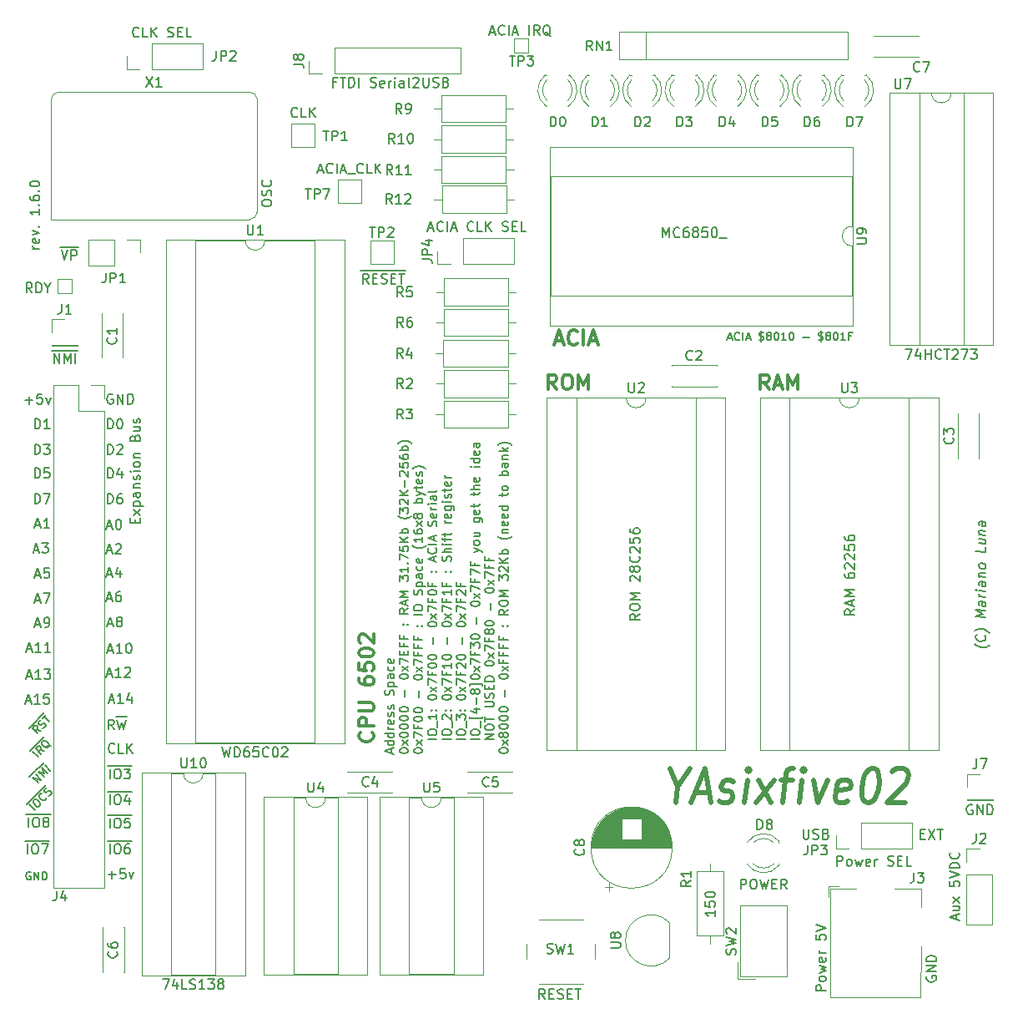
<source format=gto>
G04 #@! TF.GenerationSoftware,KiCad,Pcbnew,(6.0.8-1)-1*
G04 #@! TF.CreationDate,2022-10-22T00:17:54-05:00*
G04 #@! TF.ProjectId,YAsixtyfive02,59417369-7874-4796-9669-766530322e6b,rev?*
G04 #@! TF.SameCoordinates,Original*
G04 #@! TF.FileFunction,Legend,Top*
G04 #@! TF.FilePolarity,Positive*
%FSLAX46Y46*%
G04 Gerber Fmt 4.6, Leading zero omitted, Abs format (unit mm)*
G04 Created by KiCad (PCBNEW (6.0.8-1)-1) date 2022-10-22 00:17:54*
%MOMM*%
%LPD*%
G01*
G04 APERTURE LIST*
%ADD10C,0.300000*%
%ADD11C,0.150000*%
%ADD12C,0.200000*%
%ADD13C,0.500000*%
%ADD14C,0.120000*%
G04 APERTURE END LIST*
D10*
X66677314Y-122356000D02*
X66748742Y-122427428D01*
X66820171Y-122641714D01*
X66820171Y-122784571D01*
X66748742Y-122998857D01*
X66605885Y-123141714D01*
X66463028Y-123213142D01*
X66177314Y-123284571D01*
X65963028Y-123284571D01*
X65677314Y-123213142D01*
X65534457Y-123141714D01*
X65391600Y-122998857D01*
X65320171Y-122784571D01*
X65320171Y-122641714D01*
X65391600Y-122427428D01*
X65463028Y-122356000D01*
X66820171Y-121713142D02*
X65320171Y-121713142D01*
X65320171Y-121141714D01*
X65391600Y-120998857D01*
X65463028Y-120927428D01*
X65605885Y-120856000D01*
X65820171Y-120856000D01*
X65963028Y-120927428D01*
X66034457Y-120998857D01*
X66105885Y-121141714D01*
X66105885Y-121713142D01*
X65320171Y-120213142D02*
X66534457Y-120213142D01*
X66677314Y-120141714D01*
X66748742Y-120070285D01*
X66820171Y-119927428D01*
X66820171Y-119641714D01*
X66748742Y-119498857D01*
X66677314Y-119427428D01*
X66534457Y-119356000D01*
X65320171Y-119356000D01*
X65320171Y-116856000D02*
X65320171Y-117141714D01*
X65391600Y-117284571D01*
X65463028Y-117356000D01*
X65677314Y-117498857D01*
X65963028Y-117570285D01*
X66534457Y-117570285D01*
X66677314Y-117498857D01*
X66748742Y-117427428D01*
X66820171Y-117284571D01*
X66820171Y-116998857D01*
X66748742Y-116856000D01*
X66677314Y-116784571D01*
X66534457Y-116713142D01*
X66177314Y-116713142D01*
X66034457Y-116784571D01*
X65963028Y-116856000D01*
X65891600Y-116998857D01*
X65891600Y-117284571D01*
X65963028Y-117427428D01*
X66034457Y-117498857D01*
X66177314Y-117570285D01*
X65320171Y-115356000D02*
X65320171Y-116070285D01*
X66034457Y-116141714D01*
X65963028Y-116070285D01*
X65891600Y-115927428D01*
X65891600Y-115570285D01*
X65963028Y-115427428D01*
X66034457Y-115356000D01*
X66177314Y-115284571D01*
X66534457Y-115284571D01*
X66677314Y-115356000D01*
X66748742Y-115427428D01*
X66820171Y-115570285D01*
X66820171Y-115927428D01*
X66748742Y-116070285D01*
X66677314Y-116141714D01*
X65320171Y-114356000D02*
X65320171Y-114213142D01*
X65391600Y-114070285D01*
X65463028Y-113998857D01*
X65605885Y-113927428D01*
X65891600Y-113856000D01*
X66248742Y-113856000D01*
X66534457Y-113927428D01*
X66677314Y-113998857D01*
X66748742Y-114070285D01*
X66820171Y-114213142D01*
X66820171Y-114356000D01*
X66748742Y-114498857D01*
X66677314Y-114570285D01*
X66534457Y-114641714D01*
X66248742Y-114713142D01*
X65891600Y-114713142D01*
X65605885Y-114641714D01*
X65463028Y-114570285D01*
X65391600Y-114498857D01*
X65320171Y-114356000D01*
X65463028Y-113284571D02*
X65391600Y-113213142D01*
X65320171Y-113070285D01*
X65320171Y-112713142D01*
X65391600Y-112570285D01*
X65463028Y-112498857D01*
X65605885Y-112427428D01*
X65748742Y-112427428D01*
X65963028Y-112498857D01*
X66820171Y-113356000D01*
X66820171Y-112427428D01*
D11*
X39971123Y-119095866D02*
X40447314Y-119095866D01*
X39875885Y-119381580D02*
X40209219Y-118381580D01*
X40542552Y-119381580D01*
X41399695Y-119381580D02*
X40828266Y-119381580D01*
X41113980Y-119381580D02*
X41113980Y-118381580D01*
X41018742Y-118524438D01*
X40923504Y-118619676D01*
X40828266Y-118667295D01*
X42256838Y-118714914D02*
X42256838Y-119381580D01*
X42018742Y-118333961D02*
X41780647Y-119048247D01*
X42399695Y-119048247D01*
X31639923Y-116682666D02*
X32116114Y-116682666D01*
X31544685Y-116968380D02*
X31878019Y-115968380D01*
X32211352Y-116968380D01*
X33068495Y-116968380D02*
X32497066Y-116968380D01*
X32782780Y-116968380D02*
X32782780Y-115968380D01*
X32687542Y-116111238D01*
X32592304Y-116206476D01*
X32497066Y-116254095D01*
X33401828Y-115968380D02*
X34020876Y-115968380D01*
X33687542Y-116349333D01*
X33830400Y-116349333D01*
X33925638Y-116396952D01*
X33973257Y-116444571D01*
X34020876Y-116539809D01*
X34020876Y-116777904D01*
X33973257Y-116873142D01*
X33925638Y-116920761D01*
X33830400Y-116968380D01*
X33544685Y-116968380D01*
X33449447Y-116920761D01*
X33401828Y-116873142D01*
X39767923Y-116479666D02*
X40244114Y-116479666D01*
X39672685Y-116765380D02*
X40006019Y-115765380D01*
X40339352Y-116765380D01*
X41196495Y-116765380D02*
X40625066Y-116765380D01*
X40910780Y-116765380D02*
X40910780Y-115765380D01*
X40815542Y-115908238D01*
X40720304Y-116003476D01*
X40625066Y-116051095D01*
X41577447Y-115860619D02*
X41625066Y-115813000D01*
X41720304Y-115765380D01*
X41958400Y-115765380D01*
X42053638Y-115813000D01*
X42101257Y-115860619D01*
X42148876Y-115955857D01*
X42148876Y-116051095D01*
X42101257Y-116193952D01*
X41529828Y-116765380D01*
X42148876Y-116765380D01*
X31639923Y-113932666D02*
X32116114Y-113932666D01*
X31544685Y-114218380D02*
X31878019Y-113218380D01*
X32211352Y-114218380D01*
X33068495Y-114218380D02*
X32497066Y-114218380D01*
X32782780Y-114218380D02*
X32782780Y-113218380D01*
X32687542Y-113361238D01*
X32592304Y-113456476D01*
X32497066Y-113504095D01*
X34020876Y-114218380D02*
X33449447Y-114218380D01*
X33735161Y-114218380D02*
X33735161Y-113218380D01*
X33639923Y-113361238D01*
X33544685Y-113456476D01*
X33449447Y-113504095D01*
X39871123Y-114041266D02*
X40347314Y-114041266D01*
X39775885Y-114326980D02*
X40109219Y-113326980D01*
X40442552Y-114326980D01*
X41299695Y-114326980D02*
X40728266Y-114326980D01*
X41013980Y-114326980D02*
X41013980Y-113326980D01*
X40918742Y-113469838D01*
X40823504Y-113565076D01*
X40728266Y-113612695D01*
X41918742Y-113326980D02*
X42013980Y-113326980D01*
X42109219Y-113374600D01*
X42156838Y-113422219D01*
X42204457Y-113517457D01*
X42252076Y-113707933D01*
X42252076Y-113946028D01*
X42204457Y-114136504D01*
X42156838Y-114231742D01*
X42109219Y-114279361D01*
X42013980Y-114326980D01*
X41918742Y-114326980D01*
X41823504Y-114279361D01*
X41775885Y-114231742D01*
X41728266Y-114136504D01*
X41680647Y-113946028D01*
X41680647Y-113707933D01*
X41728266Y-113517457D01*
X41775885Y-113422219D01*
X41823504Y-113374600D01*
X41918742Y-113326980D01*
X32510114Y-111425066D02*
X32986304Y-111425066D01*
X32414876Y-111710780D02*
X32748209Y-110710780D01*
X33081542Y-111710780D01*
X33462495Y-111710780D02*
X33652971Y-111710780D01*
X33748209Y-111663161D01*
X33795828Y-111615542D01*
X33891066Y-111472685D01*
X33938685Y-111282209D01*
X33938685Y-110901257D01*
X33891066Y-110806019D01*
X33843447Y-110758400D01*
X33748209Y-110710780D01*
X33557733Y-110710780D01*
X33462495Y-110758400D01*
X33414876Y-110806019D01*
X33367257Y-110901257D01*
X33367257Y-111139352D01*
X33414876Y-111234590D01*
X33462495Y-111282209D01*
X33557733Y-111329828D01*
X33748209Y-111329828D01*
X33843447Y-111282209D01*
X33891066Y-111234590D01*
X33938685Y-111139352D01*
X39863114Y-111374266D02*
X40339304Y-111374266D01*
X39767876Y-111659980D02*
X40101209Y-110659980D01*
X40434542Y-111659980D01*
X40910733Y-111088552D02*
X40815495Y-111040933D01*
X40767876Y-110993314D01*
X40720257Y-110898076D01*
X40720257Y-110850457D01*
X40767876Y-110755219D01*
X40815495Y-110707600D01*
X40910733Y-110659980D01*
X41101209Y-110659980D01*
X41196447Y-110707600D01*
X41244066Y-110755219D01*
X41291685Y-110850457D01*
X41291685Y-110898076D01*
X41244066Y-110993314D01*
X41196447Y-111040933D01*
X41101209Y-111088552D01*
X40910733Y-111088552D01*
X40815495Y-111136171D01*
X40767876Y-111183790D01*
X40720257Y-111279028D01*
X40720257Y-111469504D01*
X40767876Y-111564742D01*
X40815495Y-111612361D01*
X40910733Y-111659980D01*
X41101209Y-111659980D01*
X41196447Y-111612361D01*
X41244066Y-111564742D01*
X41291685Y-111469504D01*
X41291685Y-111279028D01*
X41244066Y-111183790D01*
X41196447Y-111136171D01*
X41101209Y-111088552D01*
X32510114Y-108986666D02*
X32986304Y-108986666D01*
X32414876Y-109272380D02*
X32748209Y-108272380D01*
X33081542Y-109272380D01*
X33319638Y-108272380D02*
X33986304Y-108272380D01*
X33557733Y-109272380D01*
X39786914Y-108808866D02*
X40263104Y-108808866D01*
X39691676Y-109094580D02*
X40025009Y-108094580D01*
X40358342Y-109094580D01*
X41120247Y-108094580D02*
X40929771Y-108094580D01*
X40834533Y-108142200D01*
X40786914Y-108189819D01*
X40691676Y-108332676D01*
X40644057Y-108523152D01*
X40644057Y-108904104D01*
X40691676Y-108999342D01*
X40739295Y-109046961D01*
X40834533Y-109094580D01*
X41025009Y-109094580D01*
X41120247Y-109046961D01*
X41167866Y-108999342D01*
X41215485Y-108904104D01*
X41215485Y-108666009D01*
X41167866Y-108570771D01*
X41120247Y-108523152D01*
X41025009Y-108475533D01*
X40834533Y-108475533D01*
X40739295Y-108523152D01*
X40691676Y-108570771D01*
X40644057Y-108666009D01*
X32510114Y-106432666D02*
X32986304Y-106432666D01*
X32414876Y-106718380D02*
X32748209Y-105718380D01*
X33081542Y-106718380D01*
X33891066Y-105718380D02*
X33414876Y-105718380D01*
X33367257Y-106194571D01*
X33414876Y-106146952D01*
X33510114Y-106099333D01*
X33748209Y-106099333D01*
X33843447Y-106146952D01*
X33891066Y-106194571D01*
X33938685Y-106289809D01*
X33938685Y-106527904D01*
X33891066Y-106623142D01*
X33843447Y-106670761D01*
X33748209Y-106718380D01*
X33510114Y-106718380D01*
X33414876Y-106670761D01*
X33367257Y-106623142D01*
X39786914Y-106370466D02*
X40263104Y-106370466D01*
X39691676Y-106656180D02*
X40025009Y-105656180D01*
X40358342Y-106656180D01*
X41120247Y-105989514D02*
X41120247Y-106656180D01*
X40882152Y-105608561D02*
X40644057Y-106322847D01*
X41263104Y-106322847D01*
X32344714Y-103881266D02*
X32820904Y-103881266D01*
X32249476Y-104166980D02*
X32582809Y-103166980D01*
X32916142Y-104166980D01*
X33154238Y-103166980D02*
X33773285Y-103166980D01*
X33439952Y-103547933D01*
X33582809Y-103547933D01*
X33678047Y-103595552D01*
X33725666Y-103643171D01*
X33773285Y-103738409D01*
X33773285Y-103976504D01*
X33725666Y-104071742D01*
X33678047Y-104119361D01*
X33582809Y-104166980D01*
X33297095Y-104166980D01*
X33201857Y-104119361D01*
X33154238Y-104071742D01*
X39786914Y-103957466D02*
X40263104Y-103957466D01*
X39691676Y-104243180D02*
X40025009Y-103243180D01*
X40358342Y-104243180D01*
X40644057Y-103338419D02*
X40691676Y-103290800D01*
X40786914Y-103243180D01*
X41025009Y-103243180D01*
X41120247Y-103290800D01*
X41167866Y-103338419D01*
X41215485Y-103433657D01*
X41215485Y-103528895D01*
X41167866Y-103671752D01*
X40596438Y-104243180D01*
X41215485Y-104243180D01*
X32497114Y-101366666D02*
X32973304Y-101366666D01*
X32401876Y-101652380D02*
X32735209Y-100652380D01*
X33068542Y-101652380D01*
X33925685Y-101652380D02*
X33354257Y-101652380D01*
X33639971Y-101652380D02*
X33639971Y-100652380D01*
X33544733Y-100795238D01*
X33449495Y-100890476D01*
X33354257Y-100938095D01*
X39786914Y-101493666D02*
X40263104Y-101493666D01*
X39691676Y-101779380D02*
X40025009Y-100779380D01*
X40358342Y-101779380D01*
X40882152Y-100779380D02*
X40977390Y-100779380D01*
X41072628Y-100827000D01*
X41120247Y-100874619D01*
X41167866Y-100969857D01*
X41215485Y-101160333D01*
X41215485Y-101398428D01*
X41167866Y-101588904D01*
X41120247Y-101684142D01*
X41072628Y-101731761D01*
X40977390Y-101779380D01*
X40882152Y-101779380D01*
X40786914Y-101731761D01*
X40739295Y-101684142D01*
X40691676Y-101588904D01*
X40644057Y-101398428D01*
X40644057Y-101160333D01*
X40691676Y-100969857D01*
X40739295Y-100874619D01*
X40786914Y-100827000D01*
X40882152Y-100779380D01*
X31998328Y-136547000D02*
X31922138Y-136508904D01*
X31807852Y-136508904D01*
X31693566Y-136547000D01*
X31617376Y-136623190D01*
X31579280Y-136699380D01*
X31541185Y-136851761D01*
X31541185Y-136966047D01*
X31579280Y-137118428D01*
X31617376Y-137194619D01*
X31693566Y-137270809D01*
X31807852Y-137308904D01*
X31884042Y-137308904D01*
X31998328Y-137270809D01*
X32036423Y-137232714D01*
X32036423Y-136966047D01*
X31884042Y-136966047D01*
X32379280Y-137308904D02*
X32379280Y-136508904D01*
X32836423Y-137308904D01*
X32836423Y-136508904D01*
X33217376Y-137308904D02*
X33217376Y-136508904D01*
X33407852Y-136508904D01*
X33522138Y-136547000D01*
X33598328Y-136623190D01*
X33636423Y-136699380D01*
X33674519Y-136851761D01*
X33674519Y-136966047D01*
X33636423Y-137118428D01*
X33598328Y-137194619D01*
X33522138Y-137270809D01*
X33407852Y-137308904D01*
X33217376Y-137308904D01*
X39823504Y-91581580D02*
X39823504Y-90581580D01*
X40061600Y-90581580D01*
X40204457Y-90629200D01*
X40299695Y-90724438D01*
X40347314Y-90819676D01*
X40394933Y-91010152D01*
X40394933Y-91153009D01*
X40347314Y-91343485D01*
X40299695Y-91438723D01*
X40204457Y-91533961D01*
X40061600Y-91581580D01*
X39823504Y-91581580D01*
X41013980Y-90581580D02*
X41109219Y-90581580D01*
X41204457Y-90629200D01*
X41252076Y-90676819D01*
X41299695Y-90772057D01*
X41347314Y-90962533D01*
X41347314Y-91200628D01*
X41299695Y-91391104D01*
X41252076Y-91486342D01*
X41204457Y-91533961D01*
X41109219Y-91581580D01*
X41013980Y-91581580D01*
X40918742Y-91533961D01*
X40871123Y-91486342D01*
X40823504Y-91391104D01*
X40775885Y-91200628D01*
X40775885Y-90962533D01*
X40823504Y-90772057D01*
X40871123Y-90676819D01*
X40918742Y-90629200D01*
X41013980Y-90581580D01*
X39896995Y-136815228D02*
X40658900Y-136815228D01*
X40277947Y-137196180D02*
X40277947Y-136434276D01*
X41611280Y-136196180D02*
X41135090Y-136196180D01*
X41087471Y-136672371D01*
X41135090Y-136624752D01*
X41230328Y-136577133D01*
X41468423Y-136577133D01*
X41563661Y-136624752D01*
X41611280Y-136672371D01*
X41658900Y-136767609D01*
X41658900Y-137005704D01*
X41611280Y-137100942D01*
X41563661Y-137148561D01*
X41468423Y-137196180D01*
X41230328Y-137196180D01*
X41135090Y-137148561D01*
X41087471Y-137100942D01*
X41992233Y-136529514D02*
X42230328Y-137196180D01*
X42468423Y-136529514D01*
X32423504Y-96581580D02*
X32423504Y-95581580D01*
X32661600Y-95581580D01*
X32804457Y-95629200D01*
X32899695Y-95724438D01*
X32947314Y-95819676D01*
X32994933Y-96010152D01*
X32994933Y-96153009D01*
X32947314Y-96343485D01*
X32899695Y-96438723D01*
X32804457Y-96533961D01*
X32661600Y-96581580D01*
X32423504Y-96581580D01*
X33899695Y-95581580D02*
X33423504Y-95581580D01*
X33375885Y-96057771D01*
X33423504Y-96010152D01*
X33518742Y-95962533D01*
X33756838Y-95962533D01*
X33852076Y-96010152D01*
X33899695Y-96057771D01*
X33947314Y-96153009D01*
X33947314Y-96391104D01*
X33899695Y-96486342D01*
X33852076Y-96533961D01*
X33756838Y-96581580D01*
X33518742Y-96581580D01*
X33423504Y-96533961D01*
X33375885Y-96486342D01*
X39823504Y-94181580D02*
X39823504Y-93181580D01*
X40061600Y-93181580D01*
X40204457Y-93229200D01*
X40299695Y-93324438D01*
X40347314Y-93419676D01*
X40394933Y-93610152D01*
X40394933Y-93753009D01*
X40347314Y-93943485D01*
X40299695Y-94038723D01*
X40204457Y-94133961D01*
X40061600Y-94181580D01*
X39823504Y-94181580D01*
X40775885Y-93276819D02*
X40823504Y-93229200D01*
X40918742Y-93181580D01*
X41156838Y-93181580D01*
X41252076Y-93229200D01*
X41299695Y-93276819D01*
X41347314Y-93372057D01*
X41347314Y-93467295D01*
X41299695Y-93610152D01*
X40728266Y-94181580D01*
X41347314Y-94181580D01*
X40462495Y-122068380D02*
X40129161Y-121592190D01*
X39891066Y-122068380D02*
X39891066Y-121068380D01*
X40272019Y-121068380D01*
X40367257Y-121116000D01*
X40414876Y-121163619D01*
X40462495Y-121258857D01*
X40462495Y-121401714D01*
X40414876Y-121496952D01*
X40367257Y-121544571D01*
X40272019Y-121592190D01*
X39891066Y-121592190D01*
X40652971Y-120786000D02*
X41795828Y-120786000D01*
X40795828Y-121068380D02*
X41033923Y-122068380D01*
X41224400Y-121354095D01*
X41414876Y-122068380D01*
X41652971Y-121068380D01*
X32423504Y-91581580D02*
X32423504Y-90581580D01*
X32661600Y-90581580D01*
X32804457Y-90629200D01*
X32899695Y-90724438D01*
X32947314Y-90819676D01*
X32994933Y-91010152D01*
X32994933Y-91153009D01*
X32947314Y-91343485D01*
X32899695Y-91438723D01*
X32804457Y-91533961D01*
X32661600Y-91581580D01*
X32423504Y-91581580D01*
X33947314Y-91581580D02*
X33375885Y-91581580D01*
X33661600Y-91581580D02*
X33661600Y-90581580D01*
X33566361Y-90724438D01*
X33471123Y-90819676D01*
X33375885Y-90867295D01*
X39823504Y-96581580D02*
X39823504Y-95581580D01*
X40061600Y-95581580D01*
X40204457Y-95629200D01*
X40299695Y-95724438D01*
X40347314Y-95819676D01*
X40394933Y-96010152D01*
X40394933Y-96153009D01*
X40347314Y-96343485D01*
X40299695Y-96438723D01*
X40204457Y-96533961D01*
X40061600Y-96581580D01*
X39823504Y-96581580D01*
X41252076Y-95914914D02*
X41252076Y-96581580D01*
X41013980Y-95533961D02*
X40775885Y-96248247D01*
X41394933Y-96248247D01*
X39823504Y-99181580D02*
X39823504Y-98181580D01*
X40061600Y-98181580D01*
X40204457Y-98229200D01*
X40299695Y-98324438D01*
X40347314Y-98419676D01*
X40394933Y-98610152D01*
X40394933Y-98753009D01*
X40347314Y-98943485D01*
X40299695Y-99038723D01*
X40204457Y-99133961D01*
X40061600Y-99181580D01*
X39823504Y-99181580D01*
X41252076Y-98181580D02*
X41061600Y-98181580D01*
X40966361Y-98229200D01*
X40918742Y-98276819D01*
X40823504Y-98419676D01*
X40775885Y-98610152D01*
X40775885Y-98991104D01*
X40823504Y-99086342D01*
X40871123Y-99133961D01*
X40966361Y-99181580D01*
X41156838Y-99181580D01*
X41252076Y-99133961D01*
X41299695Y-99086342D01*
X41347314Y-98991104D01*
X41347314Y-98753009D01*
X41299695Y-98657771D01*
X41252076Y-98610152D01*
X41156838Y-98562533D01*
X40966361Y-98562533D01*
X40871123Y-98610152D01*
X40823504Y-98657771D01*
X40775885Y-98753009D01*
X32423504Y-99181580D02*
X32423504Y-98181580D01*
X32661600Y-98181580D01*
X32804457Y-98229200D01*
X32899695Y-98324438D01*
X32947314Y-98419676D01*
X32994933Y-98610152D01*
X32994933Y-98753009D01*
X32947314Y-98943485D01*
X32899695Y-99038723D01*
X32804457Y-99133961D01*
X32661600Y-99181580D01*
X32423504Y-99181580D01*
X33328266Y-98181580D02*
X33994933Y-98181580D01*
X33566361Y-99181580D01*
X32423504Y-94181580D02*
X32423504Y-93181580D01*
X32661600Y-93181580D01*
X32804457Y-93229200D01*
X32899695Y-93324438D01*
X32947314Y-93419676D01*
X32994933Y-93610152D01*
X32994933Y-93753009D01*
X32947314Y-93943485D01*
X32899695Y-94038723D01*
X32804457Y-94133961D01*
X32661600Y-94181580D01*
X32423504Y-94181580D01*
X33328266Y-93181580D02*
X33947314Y-93181580D01*
X33613980Y-93562533D01*
X33756838Y-93562533D01*
X33852076Y-93610152D01*
X33899695Y-93657771D01*
X33947314Y-93753009D01*
X33947314Y-93991104D01*
X33899695Y-94086342D01*
X33852076Y-94133961D01*
X33756838Y-94181580D01*
X33471123Y-94181580D01*
X33375885Y-94133961D01*
X33328266Y-94086342D01*
X40529161Y-124373142D02*
X40481542Y-124420761D01*
X40338685Y-124468380D01*
X40243447Y-124468380D01*
X40100590Y-124420761D01*
X40005352Y-124325523D01*
X39957733Y-124230285D01*
X39910114Y-124039809D01*
X39910114Y-123896952D01*
X39957733Y-123706476D01*
X40005352Y-123611238D01*
X40100590Y-123516000D01*
X40243447Y-123468380D01*
X40338685Y-123468380D01*
X40481542Y-123516000D01*
X40529161Y-123563619D01*
X41433923Y-124468380D02*
X40957733Y-124468380D01*
X40957733Y-123468380D01*
X41767257Y-124468380D02*
X41767257Y-123468380D01*
X42338685Y-124468380D02*
X41910114Y-123896952D01*
X42338685Y-123468380D02*
X41767257Y-124039809D01*
X39821900Y-125786000D02*
X40298090Y-125786000D01*
X40059995Y-127068380D02*
X40059995Y-126068380D01*
X40298090Y-125786000D02*
X41345709Y-125786000D01*
X40726661Y-126068380D02*
X40917138Y-126068380D01*
X41012376Y-126116000D01*
X41107614Y-126211238D01*
X41155233Y-126401714D01*
X41155233Y-126735047D01*
X41107614Y-126925523D01*
X41012376Y-127020761D01*
X40917138Y-127068380D01*
X40726661Y-127068380D01*
X40631423Y-127020761D01*
X40536185Y-126925523D01*
X40488566Y-126735047D01*
X40488566Y-126401714D01*
X40536185Y-126211238D01*
X40631423Y-126116000D01*
X40726661Y-126068380D01*
X41345709Y-125786000D02*
X42298090Y-125786000D01*
X41488566Y-126068380D02*
X42107614Y-126068380D01*
X41774280Y-126449333D01*
X41917138Y-126449333D01*
X42012376Y-126496952D01*
X42059995Y-126544571D01*
X42107614Y-126639809D01*
X42107614Y-126877904D01*
X42059995Y-126973142D01*
X42012376Y-127020761D01*
X41917138Y-127068380D01*
X41631423Y-127068380D01*
X41536185Y-127020761D01*
X41488566Y-126973142D01*
X31887165Y-121914197D02*
X32452850Y-121348511D01*
X33070525Y-122181685D02*
X32612589Y-122100873D01*
X32747276Y-122504934D02*
X32181590Y-121939248D01*
X32397090Y-121723749D01*
X32477902Y-121696812D01*
X32531777Y-121696812D01*
X32612589Y-121723749D01*
X32693401Y-121804561D01*
X32720338Y-121885374D01*
X32720338Y-121939248D01*
X32693401Y-122020061D01*
X32477902Y-122235560D01*
X32452850Y-121348511D02*
X32991598Y-120809763D01*
X33259087Y-121939248D02*
X33366836Y-121885374D01*
X33501523Y-121750687D01*
X33528461Y-121669874D01*
X33528461Y-121616000D01*
X33501523Y-121535187D01*
X33447648Y-121481312D01*
X33366836Y-121454375D01*
X33312961Y-121454375D01*
X33232149Y-121481312D01*
X33097462Y-121562125D01*
X33016650Y-121589062D01*
X32962775Y-121589062D01*
X32881963Y-121562125D01*
X32828088Y-121508250D01*
X32801151Y-121427438D01*
X32801151Y-121373563D01*
X32828088Y-121292751D01*
X32962775Y-121158064D01*
X33070525Y-121104189D01*
X32991598Y-120809763D02*
X33422597Y-120378765D01*
X33205212Y-120915627D02*
X33528461Y-120592378D01*
X33932522Y-121319688D02*
X33366836Y-120754003D01*
X40341185Y-88116000D02*
X40245947Y-88068380D01*
X40103090Y-88068380D01*
X39960233Y-88116000D01*
X39864995Y-88211238D01*
X39817376Y-88306476D01*
X39769757Y-88496952D01*
X39769757Y-88639809D01*
X39817376Y-88830285D01*
X39864995Y-88925523D01*
X39960233Y-89020761D01*
X40103090Y-89068380D01*
X40198328Y-89068380D01*
X40341185Y-89020761D01*
X40388804Y-88973142D01*
X40388804Y-88639809D01*
X40198328Y-88639809D01*
X40817376Y-89068380D02*
X40817376Y-88068380D01*
X41388804Y-89068380D01*
X41388804Y-88068380D01*
X41864995Y-89068380D02*
X41864995Y-88068380D01*
X42103090Y-88068380D01*
X42245947Y-88116000D01*
X42341185Y-88211238D01*
X42388804Y-88306476D01*
X42436423Y-88496952D01*
X42436423Y-88639809D01*
X42388804Y-88830285D01*
X42341185Y-88925523D01*
X42245947Y-89020761D01*
X42103090Y-89068380D01*
X41864995Y-89068380D01*
X31459995Y-88687428D02*
X32221900Y-88687428D01*
X31840947Y-89068380D02*
X31840947Y-88306476D01*
X33174280Y-88068380D02*
X32698090Y-88068380D01*
X32650471Y-88544571D01*
X32698090Y-88496952D01*
X32793328Y-88449333D01*
X33031423Y-88449333D01*
X33126661Y-88496952D01*
X33174280Y-88544571D01*
X33221900Y-88639809D01*
X33221900Y-88877904D01*
X33174280Y-88973142D01*
X33126661Y-89020761D01*
X33031423Y-89068380D01*
X32793328Y-89068380D01*
X32698090Y-89020761D01*
X32650471Y-88973142D01*
X33555233Y-88401714D02*
X33793328Y-89068380D01*
X34031423Y-88401714D01*
X31900633Y-126900728D02*
X32493256Y-126308105D01*
X32760745Y-127491465D02*
X32195059Y-126925780D01*
X33083993Y-127168216D01*
X32518308Y-126602531D01*
X32493256Y-126308105D02*
X33139754Y-125661607D01*
X33353367Y-126898842D02*
X32787682Y-126333157D01*
X33380305Y-126548656D01*
X33164806Y-125956033D01*
X33730491Y-126521719D01*
X33139754Y-125661607D02*
X33409128Y-125392233D01*
X33999865Y-126252345D02*
X33434180Y-125686659D01*
X31608865Y-129642896D02*
X31878239Y-129373522D01*
X32468977Y-130233633D02*
X31903291Y-129667948D01*
X31878239Y-129373522D02*
X32470862Y-128780899D01*
X32280415Y-129290824D02*
X32388164Y-129183074D01*
X32468977Y-129156137D01*
X32576726Y-129156137D01*
X32711413Y-129236949D01*
X32899975Y-129425511D01*
X32980787Y-129560198D01*
X32980787Y-129667948D01*
X32953850Y-129748760D01*
X32846100Y-129856509D01*
X32765288Y-129883447D01*
X32657538Y-129883447D01*
X32522851Y-129802635D01*
X32334290Y-129614073D01*
X32253477Y-129479386D01*
X32253477Y-129371636D01*
X32280415Y-129290824D01*
X32470862Y-128780899D02*
X33036548Y-128215213D01*
X33600348Y-128994512D02*
X33600348Y-129048387D01*
X33546473Y-129156137D01*
X33492598Y-129210012D01*
X33384848Y-129263887D01*
X33277099Y-129263887D01*
X33196287Y-129236949D01*
X33061599Y-129156137D01*
X32980787Y-129075325D01*
X32899975Y-128940638D01*
X32873038Y-128859825D01*
X32873038Y-128752076D01*
X32926912Y-128644326D01*
X32980787Y-128590451D01*
X33088537Y-128536577D01*
X33142412Y-128536577D01*
X33036548Y-128215213D02*
X33575296Y-127676465D01*
X33842784Y-128805951D02*
X33950534Y-128752076D01*
X34085221Y-128617389D01*
X34112158Y-128536577D01*
X34112158Y-128482702D01*
X34085221Y-128401890D01*
X34031346Y-128348015D01*
X33950534Y-128321077D01*
X33896659Y-128321077D01*
X33815847Y-128348015D01*
X33681160Y-128428827D01*
X33600348Y-128455764D01*
X33546473Y-128455764D01*
X33465661Y-128428827D01*
X33411786Y-128374952D01*
X33384848Y-128294140D01*
X33384848Y-128240265D01*
X33411786Y-128159453D01*
X33546473Y-128024766D01*
X33654222Y-127970891D01*
X31941039Y-124260322D02*
X32210413Y-123990948D01*
X32801151Y-124851059D02*
X32235465Y-124285374D01*
X32210413Y-123990948D02*
X32776099Y-123425262D01*
X33393774Y-124258436D02*
X32935838Y-124177624D01*
X33070525Y-124581685D02*
X32504839Y-124016000D01*
X32720338Y-123800500D01*
X32801151Y-123773563D01*
X32855025Y-123773563D01*
X32935838Y-123800500D01*
X33016650Y-123881312D01*
X33043587Y-123962125D01*
X33043587Y-124016000D01*
X33016650Y-124096812D01*
X32801151Y-124312311D01*
X32776099Y-123425262D02*
X33368722Y-122832639D01*
X34067209Y-123692751D02*
X33986396Y-123719688D01*
X33878647Y-123719688D01*
X33717022Y-123719688D01*
X33636210Y-123746625D01*
X33582335Y-123800500D01*
X33743960Y-123908250D02*
X33663148Y-123935187D01*
X33555398Y-123935187D01*
X33420711Y-123854375D01*
X33232149Y-123665813D01*
X33151337Y-123531126D01*
X33151337Y-123423377D01*
X33178274Y-123342564D01*
X33286024Y-123234815D01*
X33366836Y-123207877D01*
X33474586Y-123207877D01*
X33609273Y-123288690D01*
X33797835Y-123477251D01*
X33878647Y-123611938D01*
X33878647Y-123719688D01*
X33851709Y-123800500D01*
X33743960Y-123908250D01*
D10*
X85383028Y-87607771D02*
X84883028Y-86893485D01*
X84525885Y-87607771D02*
X84525885Y-86107771D01*
X85097314Y-86107771D01*
X85240171Y-86179200D01*
X85311600Y-86250628D01*
X85383028Y-86393485D01*
X85383028Y-86607771D01*
X85311600Y-86750628D01*
X85240171Y-86822057D01*
X85097314Y-86893485D01*
X84525885Y-86893485D01*
X86311600Y-86107771D02*
X86597314Y-86107771D01*
X86740171Y-86179200D01*
X86883028Y-86322057D01*
X86954457Y-86607771D01*
X86954457Y-87107771D01*
X86883028Y-87393485D01*
X86740171Y-87536342D01*
X86597314Y-87607771D01*
X86311600Y-87607771D01*
X86168742Y-87536342D01*
X86025885Y-87393485D01*
X85954457Y-87107771D01*
X85954457Y-86607771D01*
X86025885Y-86322057D01*
X86168742Y-86179200D01*
X86311600Y-86107771D01*
X87597314Y-87607771D02*
X87597314Y-86107771D01*
X88097314Y-87179200D01*
X88597314Y-86107771D01*
X88597314Y-87607771D01*
X106925885Y-87607771D02*
X106425885Y-86893485D01*
X106068742Y-87607771D02*
X106068742Y-86107771D01*
X106640171Y-86107771D01*
X106783028Y-86179200D01*
X106854457Y-86250628D01*
X106925885Y-86393485D01*
X106925885Y-86607771D01*
X106854457Y-86750628D01*
X106783028Y-86822057D01*
X106640171Y-86893485D01*
X106068742Y-86893485D01*
X107497314Y-87179200D02*
X108211600Y-87179200D01*
X107354457Y-87607771D02*
X107854457Y-86107771D01*
X108354457Y-87607771D01*
X108854457Y-87607771D02*
X108854457Y-86107771D01*
X109354457Y-87179200D01*
X109854457Y-86107771D01*
X109854457Y-87607771D01*
X85254457Y-82679200D02*
X85968742Y-82679200D01*
X85111600Y-83107771D02*
X85611600Y-81607771D01*
X86111600Y-83107771D01*
X87468742Y-82964914D02*
X87397314Y-83036342D01*
X87183028Y-83107771D01*
X87040171Y-83107771D01*
X86825885Y-83036342D01*
X86683028Y-82893485D01*
X86611600Y-82750628D01*
X86540171Y-82464914D01*
X86540171Y-82250628D01*
X86611600Y-81964914D01*
X86683028Y-81822057D01*
X86825885Y-81679200D01*
X87040171Y-81607771D01*
X87183028Y-81607771D01*
X87397314Y-81679200D01*
X87468742Y-81750628D01*
X88111600Y-83107771D02*
X88111600Y-81607771D01*
X88754457Y-82679200D02*
X89468742Y-82679200D01*
X88611600Y-83107771D02*
X89111600Y-81607771D01*
X89611600Y-83107771D01*
D11*
X102764280Y-82378533D02*
X103145233Y-82378533D01*
X102688090Y-82607104D02*
X102954757Y-81807104D01*
X103221423Y-82607104D01*
X103945233Y-82530914D02*
X103907138Y-82569009D01*
X103792852Y-82607104D01*
X103716661Y-82607104D01*
X103602376Y-82569009D01*
X103526185Y-82492819D01*
X103488090Y-82416628D01*
X103449995Y-82264247D01*
X103449995Y-82149961D01*
X103488090Y-81997580D01*
X103526185Y-81921390D01*
X103602376Y-81845200D01*
X103716661Y-81807104D01*
X103792852Y-81807104D01*
X103907138Y-81845200D01*
X103945233Y-81883295D01*
X104288090Y-82607104D02*
X104288090Y-81807104D01*
X104630947Y-82378533D02*
X105011900Y-82378533D01*
X104554757Y-82607104D02*
X104821423Y-81807104D01*
X105088090Y-82607104D01*
X105926185Y-82569009D02*
X106040471Y-82607104D01*
X106230947Y-82607104D01*
X106307138Y-82569009D01*
X106345233Y-82530914D01*
X106383328Y-82454723D01*
X106383328Y-82378533D01*
X106345233Y-82302342D01*
X106307138Y-82264247D01*
X106230947Y-82226152D01*
X106078566Y-82188057D01*
X106002376Y-82149961D01*
X105964280Y-82111866D01*
X105926185Y-82035676D01*
X105926185Y-81959485D01*
X105964280Y-81883295D01*
X106002376Y-81845200D01*
X106078566Y-81807104D01*
X106269042Y-81807104D01*
X106383328Y-81845200D01*
X106154757Y-81692819D02*
X106154757Y-82721390D01*
X106840471Y-82149961D02*
X106764280Y-82111866D01*
X106726185Y-82073771D01*
X106688090Y-81997580D01*
X106688090Y-81959485D01*
X106726185Y-81883295D01*
X106764280Y-81845200D01*
X106840471Y-81807104D01*
X106992852Y-81807104D01*
X107069042Y-81845200D01*
X107107138Y-81883295D01*
X107145233Y-81959485D01*
X107145233Y-81997580D01*
X107107138Y-82073771D01*
X107069042Y-82111866D01*
X106992852Y-82149961D01*
X106840471Y-82149961D01*
X106764280Y-82188057D01*
X106726185Y-82226152D01*
X106688090Y-82302342D01*
X106688090Y-82454723D01*
X106726185Y-82530914D01*
X106764280Y-82569009D01*
X106840471Y-82607104D01*
X106992852Y-82607104D01*
X107069042Y-82569009D01*
X107107138Y-82530914D01*
X107145233Y-82454723D01*
X107145233Y-82302342D01*
X107107138Y-82226152D01*
X107069042Y-82188057D01*
X106992852Y-82149961D01*
X107640471Y-81807104D02*
X107716661Y-81807104D01*
X107792852Y-81845200D01*
X107830947Y-81883295D01*
X107869042Y-81959485D01*
X107907138Y-82111866D01*
X107907138Y-82302342D01*
X107869042Y-82454723D01*
X107830947Y-82530914D01*
X107792852Y-82569009D01*
X107716661Y-82607104D01*
X107640471Y-82607104D01*
X107564280Y-82569009D01*
X107526185Y-82530914D01*
X107488090Y-82454723D01*
X107449995Y-82302342D01*
X107449995Y-82111866D01*
X107488090Y-81959485D01*
X107526185Y-81883295D01*
X107564280Y-81845200D01*
X107640471Y-81807104D01*
X108669042Y-82607104D02*
X108211900Y-82607104D01*
X108440471Y-82607104D02*
X108440471Y-81807104D01*
X108364280Y-81921390D01*
X108288090Y-81997580D01*
X108211900Y-82035676D01*
X109164280Y-81807104D02*
X109240471Y-81807104D01*
X109316661Y-81845200D01*
X109354757Y-81883295D01*
X109392852Y-81959485D01*
X109430947Y-82111866D01*
X109430947Y-82302342D01*
X109392852Y-82454723D01*
X109354757Y-82530914D01*
X109316661Y-82569009D01*
X109240471Y-82607104D01*
X109164280Y-82607104D01*
X109088090Y-82569009D01*
X109049995Y-82530914D01*
X109011900Y-82454723D01*
X108973804Y-82302342D01*
X108973804Y-82111866D01*
X109011900Y-81959485D01*
X109049995Y-81883295D01*
X109088090Y-81845200D01*
X109164280Y-81807104D01*
X110383328Y-82302342D02*
X110992852Y-82302342D01*
X111945233Y-82569009D02*
X112059519Y-82607104D01*
X112249995Y-82607104D01*
X112326185Y-82569009D01*
X112364280Y-82530914D01*
X112402376Y-82454723D01*
X112402376Y-82378533D01*
X112364280Y-82302342D01*
X112326185Y-82264247D01*
X112249995Y-82226152D01*
X112097614Y-82188057D01*
X112021423Y-82149961D01*
X111983328Y-82111866D01*
X111945233Y-82035676D01*
X111945233Y-81959485D01*
X111983328Y-81883295D01*
X112021423Y-81845200D01*
X112097614Y-81807104D01*
X112288090Y-81807104D01*
X112402376Y-81845200D01*
X112173804Y-81692819D02*
X112173804Y-82721390D01*
X112859519Y-82149961D02*
X112783328Y-82111866D01*
X112745233Y-82073771D01*
X112707138Y-81997580D01*
X112707138Y-81959485D01*
X112745233Y-81883295D01*
X112783328Y-81845200D01*
X112859519Y-81807104D01*
X113011900Y-81807104D01*
X113088090Y-81845200D01*
X113126185Y-81883295D01*
X113164280Y-81959485D01*
X113164280Y-81997580D01*
X113126185Y-82073771D01*
X113088090Y-82111866D01*
X113011900Y-82149961D01*
X112859519Y-82149961D01*
X112783328Y-82188057D01*
X112745233Y-82226152D01*
X112707138Y-82302342D01*
X112707138Y-82454723D01*
X112745233Y-82530914D01*
X112783328Y-82569009D01*
X112859519Y-82607104D01*
X113011900Y-82607104D01*
X113088090Y-82569009D01*
X113126185Y-82530914D01*
X113164280Y-82454723D01*
X113164280Y-82302342D01*
X113126185Y-82226152D01*
X113088090Y-82188057D01*
X113011900Y-82149961D01*
X113659519Y-81807104D02*
X113735709Y-81807104D01*
X113811900Y-81845200D01*
X113849995Y-81883295D01*
X113888090Y-81959485D01*
X113926185Y-82111866D01*
X113926185Y-82302342D01*
X113888090Y-82454723D01*
X113849995Y-82530914D01*
X113811900Y-82569009D01*
X113735709Y-82607104D01*
X113659519Y-82607104D01*
X113583328Y-82569009D01*
X113545233Y-82530914D01*
X113507138Y-82454723D01*
X113469042Y-82302342D01*
X113469042Y-82111866D01*
X113507138Y-81959485D01*
X113545233Y-81883295D01*
X113583328Y-81845200D01*
X113659519Y-81807104D01*
X114688090Y-82607104D02*
X114230947Y-82607104D01*
X114459519Y-82607104D02*
X114459519Y-81807104D01*
X114383328Y-81921390D01*
X114307138Y-81997580D01*
X114230947Y-82035676D01*
X115297614Y-82188057D02*
X115030947Y-82188057D01*
X115030947Y-82607104D02*
X115030947Y-81807104D01*
X115411900Y-81807104D01*
X122290171Y-132657771D02*
X122623504Y-132657771D01*
X122766361Y-133181580D02*
X122290171Y-133181580D01*
X122290171Y-132181580D01*
X122766361Y-132181580D01*
X123099695Y-132181580D02*
X123766361Y-133181580D01*
X123766361Y-132181580D02*
X123099695Y-133181580D01*
X124004457Y-132181580D02*
X124575885Y-132181580D01*
X124290171Y-133181580D02*
X124290171Y-132181580D01*
X122961600Y-147091104D02*
X122913980Y-147186342D01*
X122913980Y-147329200D01*
X122961600Y-147472057D01*
X123056838Y-147567295D01*
X123152076Y-147614914D01*
X123342552Y-147662533D01*
X123485409Y-147662533D01*
X123675885Y-147614914D01*
X123771123Y-147567295D01*
X123866361Y-147472057D01*
X123913980Y-147329200D01*
X123913980Y-147233961D01*
X123866361Y-147091104D01*
X123818742Y-147043485D01*
X123485409Y-147043485D01*
X123485409Y-147233961D01*
X123913980Y-146614914D02*
X122913980Y-146614914D01*
X123913980Y-146043485D01*
X122913980Y-146043485D01*
X123913980Y-145567295D02*
X122913980Y-145567295D01*
X122913980Y-145329200D01*
X122961600Y-145186342D01*
X123056838Y-145091104D01*
X123152076Y-145043485D01*
X123342552Y-144995866D01*
X123485409Y-144995866D01*
X123675885Y-145043485D01*
X123771123Y-145091104D01*
X123866361Y-145186342D01*
X123913980Y-145329200D01*
X123913980Y-145567295D01*
X68615600Y-124460271D02*
X68615600Y-124031700D01*
X68872742Y-124545985D02*
X67972742Y-124245985D01*
X68872742Y-123945985D01*
X68872742Y-123260271D02*
X67972742Y-123260271D01*
X68829885Y-123260271D02*
X68872742Y-123345985D01*
X68872742Y-123517414D01*
X68829885Y-123603128D01*
X68787028Y-123645985D01*
X68701314Y-123688842D01*
X68444171Y-123688842D01*
X68358457Y-123645985D01*
X68315600Y-123603128D01*
X68272742Y-123517414D01*
X68272742Y-123345985D01*
X68315600Y-123260271D01*
X68872742Y-122445985D02*
X67972742Y-122445985D01*
X68829885Y-122445985D02*
X68872742Y-122531700D01*
X68872742Y-122703128D01*
X68829885Y-122788842D01*
X68787028Y-122831700D01*
X68701314Y-122874557D01*
X68444171Y-122874557D01*
X68358457Y-122831700D01*
X68315600Y-122788842D01*
X68272742Y-122703128D01*
X68272742Y-122531700D01*
X68315600Y-122445985D01*
X68872742Y-122017414D02*
X68272742Y-122017414D01*
X68444171Y-122017414D02*
X68358457Y-121974557D01*
X68315600Y-121931700D01*
X68272742Y-121845985D01*
X68272742Y-121760271D01*
X68829885Y-121117414D02*
X68872742Y-121203128D01*
X68872742Y-121374557D01*
X68829885Y-121460271D01*
X68744171Y-121503128D01*
X68401314Y-121503128D01*
X68315600Y-121460271D01*
X68272742Y-121374557D01*
X68272742Y-121203128D01*
X68315600Y-121117414D01*
X68401314Y-121074557D01*
X68487028Y-121074557D01*
X68572742Y-121503128D01*
X68829885Y-120731700D02*
X68872742Y-120645985D01*
X68872742Y-120474557D01*
X68829885Y-120388842D01*
X68744171Y-120345985D01*
X68701314Y-120345985D01*
X68615600Y-120388842D01*
X68572742Y-120474557D01*
X68572742Y-120603128D01*
X68529885Y-120688842D01*
X68444171Y-120731700D01*
X68401314Y-120731700D01*
X68315600Y-120688842D01*
X68272742Y-120603128D01*
X68272742Y-120474557D01*
X68315600Y-120388842D01*
X68829885Y-120003128D02*
X68872742Y-119917414D01*
X68872742Y-119745985D01*
X68829885Y-119660271D01*
X68744171Y-119617414D01*
X68701314Y-119617414D01*
X68615600Y-119660271D01*
X68572742Y-119745985D01*
X68572742Y-119874557D01*
X68529885Y-119960271D01*
X68444171Y-120003128D01*
X68401314Y-120003128D01*
X68315600Y-119960271D01*
X68272742Y-119874557D01*
X68272742Y-119745985D01*
X68315600Y-119660271D01*
X68829885Y-118588842D02*
X68872742Y-118460271D01*
X68872742Y-118245985D01*
X68829885Y-118160271D01*
X68787028Y-118117414D01*
X68701314Y-118074557D01*
X68615600Y-118074557D01*
X68529885Y-118117414D01*
X68487028Y-118160271D01*
X68444171Y-118245985D01*
X68401314Y-118417414D01*
X68358457Y-118503128D01*
X68315600Y-118545985D01*
X68229885Y-118588842D01*
X68144171Y-118588842D01*
X68058457Y-118545985D01*
X68015600Y-118503128D01*
X67972742Y-118417414D01*
X67972742Y-118203128D01*
X68015600Y-118074557D01*
X68272742Y-117688842D02*
X69172742Y-117688842D01*
X68315600Y-117688842D02*
X68272742Y-117603128D01*
X68272742Y-117431700D01*
X68315600Y-117345985D01*
X68358457Y-117303128D01*
X68444171Y-117260271D01*
X68701314Y-117260271D01*
X68787028Y-117303128D01*
X68829885Y-117345985D01*
X68872742Y-117431700D01*
X68872742Y-117603128D01*
X68829885Y-117688842D01*
X68872742Y-116488842D02*
X68401314Y-116488842D01*
X68315600Y-116531700D01*
X68272742Y-116617414D01*
X68272742Y-116788842D01*
X68315600Y-116874557D01*
X68829885Y-116488842D02*
X68872742Y-116574557D01*
X68872742Y-116788842D01*
X68829885Y-116874557D01*
X68744171Y-116917414D01*
X68658457Y-116917414D01*
X68572742Y-116874557D01*
X68529885Y-116788842D01*
X68529885Y-116574557D01*
X68487028Y-116488842D01*
X68829885Y-115674557D02*
X68872742Y-115760271D01*
X68872742Y-115931700D01*
X68829885Y-116017414D01*
X68787028Y-116060271D01*
X68701314Y-116103128D01*
X68444171Y-116103128D01*
X68358457Y-116060271D01*
X68315600Y-116017414D01*
X68272742Y-115931700D01*
X68272742Y-115760271D01*
X68315600Y-115674557D01*
X68829885Y-114945985D02*
X68872742Y-115031700D01*
X68872742Y-115203128D01*
X68829885Y-115288842D01*
X68744171Y-115331700D01*
X68401314Y-115331700D01*
X68315600Y-115288842D01*
X68272742Y-115203128D01*
X68272742Y-115031700D01*
X68315600Y-114945985D01*
X68401314Y-114903128D01*
X68487028Y-114903128D01*
X68572742Y-115331700D01*
X69421742Y-124245985D02*
X69421742Y-124160271D01*
X69464600Y-124074557D01*
X69507457Y-124031700D01*
X69593171Y-123988842D01*
X69764600Y-123945985D01*
X69978885Y-123945985D01*
X70150314Y-123988842D01*
X70236028Y-124031700D01*
X70278885Y-124074557D01*
X70321742Y-124160271D01*
X70321742Y-124245985D01*
X70278885Y-124331700D01*
X70236028Y-124374557D01*
X70150314Y-124417414D01*
X69978885Y-124460271D01*
X69764600Y-124460271D01*
X69593171Y-124417414D01*
X69507457Y-124374557D01*
X69464600Y-124331700D01*
X69421742Y-124245985D01*
X70321742Y-123645985D02*
X69721742Y-123174557D01*
X69721742Y-123645985D02*
X70321742Y-123174557D01*
X69421742Y-122660271D02*
X69421742Y-122574557D01*
X69464600Y-122488842D01*
X69507457Y-122445985D01*
X69593171Y-122403128D01*
X69764600Y-122360271D01*
X69978885Y-122360271D01*
X70150314Y-122403128D01*
X70236028Y-122445985D01*
X70278885Y-122488842D01*
X70321742Y-122574557D01*
X70321742Y-122660271D01*
X70278885Y-122745985D01*
X70236028Y-122788842D01*
X70150314Y-122831700D01*
X69978885Y-122874557D01*
X69764600Y-122874557D01*
X69593171Y-122831700D01*
X69507457Y-122788842D01*
X69464600Y-122745985D01*
X69421742Y-122660271D01*
X69421742Y-121803128D02*
X69421742Y-121717414D01*
X69464600Y-121631700D01*
X69507457Y-121588842D01*
X69593171Y-121545985D01*
X69764600Y-121503128D01*
X69978885Y-121503128D01*
X70150314Y-121545985D01*
X70236028Y-121588842D01*
X70278885Y-121631700D01*
X70321742Y-121717414D01*
X70321742Y-121803128D01*
X70278885Y-121888842D01*
X70236028Y-121931700D01*
X70150314Y-121974557D01*
X69978885Y-122017414D01*
X69764600Y-122017414D01*
X69593171Y-121974557D01*
X69507457Y-121931700D01*
X69464600Y-121888842D01*
X69421742Y-121803128D01*
X69421742Y-120945985D02*
X69421742Y-120860271D01*
X69464600Y-120774557D01*
X69507457Y-120731700D01*
X69593171Y-120688842D01*
X69764600Y-120645985D01*
X69978885Y-120645985D01*
X70150314Y-120688842D01*
X70236028Y-120731700D01*
X70278885Y-120774557D01*
X70321742Y-120860271D01*
X70321742Y-120945985D01*
X70278885Y-121031700D01*
X70236028Y-121074557D01*
X70150314Y-121117414D01*
X69978885Y-121160271D01*
X69764600Y-121160271D01*
X69593171Y-121117414D01*
X69507457Y-121074557D01*
X69464600Y-121031700D01*
X69421742Y-120945985D01*
X69421742Y-120088842D02*
X69421742Y-120003128D01*
X69464600Y-119917414D01*
X69507457Y-119874557D01*
X69593171Y-119831700D01*
X69764600Y-119788842D01*
X69978885Y-119788842D01*
X70150314Y-119831700D01*
X70236028Y-119874557D01*
X70278885Y-119917414D01*
X70321742Y-120003128D01*
X70321742Y-120088842D01*
X70278885Y-120174557D01*
X70236028Y-120217414D01*
X70150314Y-120260271D01*
X69978885Y-120303128D01*
X69764600Y-120303128D01*
X69593171Y-120260271D01*
X69507457Y-120217414D01*
X69464600Y-120174557D01*
X69421742Y-120088842D01*
X69978885Y-118717414D02*
X69978885Y-118031700D01*
X69421742Y-116745985D02*
X69421742Y-116660271D01*
X69464600Y-116574557D01*
X69507457Y-116531700D01*
X69593171Y-116488842D01*
X69764600Y-116445985D01*
X69978885Y-116445985D01*
X70150314Y-116488842D01*
X70236028Y-116531700D01*
X70278885Y-116574557D01*
X70321742Y-116660271D01*
X70321742Y-116745985D01*
X70278885Y-116831700D01*
X70236028Y-116874557D01*
X70150314Y-116917414D01*
X69978885Y-116960271D01*
X69764600Y-116960271D01*
X69593171Y-116917414D01*
X69507457Y-116874557D01*
X69464600Y-116831700D01*
X69421742Y-116745985D01*
X70321742Y-116145985D02*
X69721742Y-115674557D01*
X69721742Y-116145985D02*
X70321742Y-115674557D01*
X69421742Y-115417414D02*
X69421742Y-114817414D01*
X70321742Y-115203128D01*
X69850314Y-114474557D02*
X69850314Y-114174557D01*
X70321742Y-114045985D02*
X70321742Y-114474557D01*
X69421742Y-114474557D01*
X69421742Y-114045985D01*
X69850314Y-113360271D02*
X69850314Y-113660271D01*
X70321742Y-113660271D02*
X69421742Y-113660271D01*
X69421742Y-113231700D01*
X69850314Y-112588842D02*
X69850314Y-112888842D01*
X70321742Y-112888842D02*
X69421742Y-112888842D01*
X69421742Y-112460271D01*
X70236028Y-111431700D02*
X70278885Y-111388842D01*
X70321742Y-111431700D01*
X70278885Y-111474557D01*
X70236028Y-111431700D01*
X70321742Y-111431700D01*
X69764600Y-111431700D02*
X69807457Y-111388842D01*
X69850314Y-111431700D01*
X69807457Y-111474557D01*
X69764600Y-111431700D01*
X69850314Y-111431700D01*
X70321742Y-109803128D02*
X69893171Y-110103128D01*
X70321742Y-110317414D02*
X69421742Y-110317414D01*
X69421742Y-109974557D01*
X69464600Y-109888842D01*
X69507457Y-109845985D01*
X69593171Y-109803128D01*
X69721742Y-109803128D01*
X69807457Y-109845985D01*
X69850314Y-109888842D01*
X69893171Y-109974557D01*
X69893171Y-110317414D01*
X70064600Y-109460271D02*
X70064600Y-109031700D01*
X70321742Y-109545985D02*
X69421742Y-109245985D01*
X70321742Y-108945985D01*
X70321742Y-108645985D02*
X69421742Y-108645985D01*
X70064600Y-108345985D01*
X69421742Y-108045985D01*
X70321742Y-108045985D01*
X69421742Y-107017414D02*
X69421742Y-106460271D01*
X69764600Y-106760271D01*
X69764600Y-106631700D01*
X69807457Y-106545985D01*
X69850314Y-106503128D01*
X69936028Y-106460271D01*
X70150314Y-106460271D01*
X70236028Y-106503128D01*
X70278885Y-106545985D01*
X70321742Y-106631700D01*
X70321742Y-106888842D01*
X70278885Y-106974557D01*
X70236028Y-107017414D01*
X70321742Y-105603128D02*
X70321742Y-106117414D01*
X70321742Y-105860271D02*
X69421742Y-105860271D01*
X69550314Y-105945985D01*
X69636028Y-106031700D01*
X69678885Y-106117414D01*
X70236028Y-105217414D02*
X70278885Y-105174557D01*
X70321742Y-105217414D01*
X70278885Y-105260271D01*
X70236028Y-105217414D01*
X70321742Y-105217414D01*
X69421742Y-104874557D02*
X69421742Y-104274557D01*
X70321742Y-104660271D01*
X69421742Y-103503128D02*
X69421742Y-103931700D01*
X69850314Y-103974557D01*
X69807457Y-103931700D01*
X69764600Y-103845985D01*
X69764600Y-103631700D01*
X69807457Y-103545985D01*
X69850314Y-103503128D01*
X69936028Y-103460271D01*
X70150314Y-103460271D01*
X70236028Y-103503128D01*
X70278885Y-103545985D01*
X70321742Y-103631700D01*
X70321742Y-103845985D01*
X70278885Y-103931700D01*
X70236028Y-103974557D01*
X70321742Y-103074557D02*
X69421742Y-103074557D01*
X70321742Y-102560271D02*
X69807457Y-102945985D01*
X69421742Y-102560271D02*
X69936028Y-103074557D01*
X70321742Y-102174557D02*
X69421742Y-102174557D01*
X69764600Y-102174557D02*
X69721742Y-102088842D01*
X69721742Y-101917414D01*
X69764600Y-101831700D01*
X69807457Y-101788842D01*
X69893171Y-101745985D01*
X70150314Y-101745985D01*
X70236028Y-101788842D01*
X70278885Y-101831700D01*
X70321742Y-101917414D01*
X70321742Y-102088842D01*
X70278885Y-102174557D01*
X70664600Y-100417414D02*
X70621742Y-100460271D01*
X70493171Y-100545985D01*
X70407457Y-100588842D01*
X70278885Y-100631700D01*
X70064600Y-100674557D01*
X69893171Y-100674557D01*
X69678885Y-100631700D01*
X69550314Y-100588842D01*
X69464600Y-100545985D01*
X69336028Y-100460271D01*
X69293171Y-100417414D01*
X69421742Y-100160271D02*
X69421742Y-99603128D01*
X69764600Y-99903128D01*
X69764600Y-99774557D01*
X69807457Y-99688842D01*
X69850314Y-99645985D01*
X69936028Y-99603128D01*
X70150314Y-99603128D01*
X70236028Y-99645985D01*
X70278885Y-99688842D01*
X70321742Y-99774557D01*
X70321742Y-100031700D01*
X70278885Y-100117414D01*
X70236028Y-100160271D01*
X69507457Y-99260271D02*
X69464600Y-99217414D01*
X69421742Y-99131700D01*
X69421742Y-98917414D01*
X69464600Y-98831700D01*
X69507457Y-98788842D01*
X69593171Y-98745985D01*
X69678885Y-98745985D01*
X69807457Y-98788842D01*
X70321742Y-99303128D01*
X70321742Y-98745985D01*
X70321742Y-98360271D02*
X69421742Y-98360271D01*
X70321742Y-97845985D02*
X69807457Y-98231700D01*
X69421742Y-97845985D02*
X69936028Y-98360271D01*
X69978885Y-97460271D02*
X69978885Y-96774557D01*
X69507457Y-96388842D02*
X69464600Y-96345985D01*
X69421742Y-96260271D01*
X69421742Y-96045985D01*
X69464600Y-95960271D01*
X69507457Y-95917414D01*
X69593171Y-95874557D01*
X69678885Y-95874557D01*
X69807457Y-95917414D01*
X70321742Y-96431700D01*
X70321742Y-95874557D01*
X69421742Y-95060271D02*
X69421742Y-95488842D01*
X69850314Y-95531700D01*
X69807457Y-95488842D01*
X69764600Y-95403128D01*
X69764600Y-95188842D01*
X69807457Y-95103128D01*
X69850314Y-95060271D01*
X69936028Y-95017414D01*
X70150314Y-95017414D01*
X70236028Y-95060271D01*
X70278885Y-95103128D01*
X70321742Y-95188842D01*
X70321742Y-95403128D01*
X70278885Y-95488842D01*
X70236028Y-95531700D01*
X69421742Y-94245985D02*
X69421742Y-94417414D01*
X69464600Y-94503128D01*
X69507457Y-94545985D01*
X69636028Y-94631700D01*
X69807457Y-94674557D01*
X70150314Y-94674557D01*
X70236028Y-94631700D01*
X70278885Y-94588842D01*
X70321742Y-94503128D01*
X70321742Y-94331700D01*
X70278885Y-94245985D01*
X70236028Y-94203128D01*
X70150314Y-94160271D01*
X69936028Y-94160271D01*
X69850314Y-94203128D01*
X69807457Y-94245985D01*
X69764600Y-94331700D01*
X69764600Y-94503128D01*
X69807457Y-94588842D01*
X69850314Y-94631700D01*
X69936028Y-94674557D01*
X70321742Y-93774557D02*
X69421742Y-93774557D01*
X69764600Y-93774557D02*
X69721742Y-93688842D01*
X69721742Y-93517414D01*
X69764600Y-93431700D01*
X69807457Y-93388842D01*
X69893171Y-93345985D01*
X70150314Y-93345985D01*
X70236028Y-93388842D01*
X70278885Y-93431700D01*
X70321742Y-93517414D01*
X70321742Y-93688842D01*
X70278885Y-93774557D01*
X70664600Y-93045985D02*
X70621742Y-93003128D01*
X70493171Y-92917414D01*
X70407457Y-92874557D01*
X70278885Y-92831700D01*
X70064600Y-92788842D01*
X69893171Y-92788842D01*
X69678885Y-92831700D01*
X69550314Y-92874557D01*
X69464600Y-92917414D01*
X69336028Y-93003128D01*
X69293171Y-93045985D01*
X70870742Y-124245985D02*
X70870742Y-124160271D01*
X70913600Y-124074557D01*
X70956457Y-124031700D01*
X71042171Y-123988842D01*
X71213600Y-123945985D01*
X71427885Y-123945985D01*
X71599314Y-123988842D01*
X71685028Y-124031700D01*
X71727885Y-124074557D01*
X71770742Y-124160271D01*
X71770742Y-124245985D01*
X71727885Y-124331700D01*
X71685028Y-124374557D01*
X71599314Y-124417414D01*
X71427885Y-124460271D01*
X71213600Y-124460271D01*
X71042171Y-124417414D01*
X70956457Y-124374557D01*
X70913600Y-124331700D01*
X70870742Y-124245985D01*
X71770742Y-123645985D02*
X71170742Y-123174557D01*
X71170742Y-123645985D02*
X71770742Y-123174557D01*
X70870742Y-122917414D02*
X70870742Y-122317414D01*
X71770742Y-122703128D01*
X71299314Y-121674557D02*
X71299314Y-121974557D01*
X71770742Y-121974557D02*
X70870742Y-121974557D01*
X70870742Y-121545985D01*
X70870742Y-121031700D02*
X70870742Y-120945985D01*
X70913600Y-120860271D01*
X70956457Y-120817414D01*
X71042171Y-120774557D01*
X71213600Y-120731700D01*
X71427885Y-120731700D01*
X71599314Y-120774557D01*
X71685028Y-120817414D01*
X71727885Y-120860271D01*
X71770742Y-120945985D01*
X71770742Y-121031700D01*
X71727885Y-121117414D01*
X71685028Y-121160271D01*
X71599314Y-121203128D01*
X71427885Y-121245985D01*
X71213600Y-121245985D01*
X71042171Y-121203128D01*
X70956457Y-121160271D01*
X70913600Y-121117414D01*
X70870742Y-121031700D01*
X70870742Y-120174557D02*
X70870742Y-120088842D01*
X70913600Y-120003128D01*
X70956457Y-119960271D01*
X71042171Y-119917414D01*
X71213600Y-119874557D01*
X71427885Y-119874557D01*
X71599314Y-119917414D01*
X71685028Y-119960271D01*
X71727885Y-120003128D01*
X71770742Y-120088842D01*
X71770742Y-120174557D01*
X71727885Y-120260271D01*
X71685028Y-120303128D01*
X71599314Y-120345985D01*
X71427885Y-120388842D01*
X71213600Y-120388842D01*
X71042171Y-120345985D01*
X70956457Y-120303128D01*
X70913600Y-120260271D01*
X70870742Y-120174557D01*
X71427885Y-118803128D02*
X71427885Y-118117414D01*
X70870742Y-116831700D02*
X70870742Y-116745985D01*
X70913600Y-116660271D01*
X70956457Y-116617414D01*
X71042171Y-116574557D01*
X71213600Y-116531700D01*
X71427885Y-116531700D01*
X71599314Y-116574557D01*
X71685028Y-116617414D01*
X71727885Y-116660271D01*
X71770742Y-116745985D01*
X71770742Y-116831700D01*
X71727885Y-116917414D01*
X71685028Y-116960271D01*
X71599314Y-117003128D01*
X71427885Y-117045985D01*
X71213600Y-117045985D01*
X71042171Y-117003128D01*
X70956457Y-116960271D01*
X70913600Y-116917414D01*
X70870742Y-116831700D01*
X71770742Y-116231700D02*
X71170742Y-115760271D01*
X71170742Y-116231700D02*
X71770742Y-115760271D01*
X70870742Y-115503128D02*
X70870742Y-114903128D01*
X71770742Y-115288842D01*
X71299314Y-114260271D02*
X71299314Y-114560271D01*
X71770742Y-114560271D02*
X70870742Y-114560271D01*
X70870742Y-114131700D01*
X71299314Y-113488842D02*
X71299314Y-113788842D01*
X71770742Y-113788842D02*
X70870742Y-113788842D01*
X70870742Y-113360271D01*
X71299314Y-112717414D02*
X71299314Y-113017414D01*
X71770742Y-113017414D02*
X70870742Y-113017414D01*
X70870742Y-112588842D01*
X71685028Y-111560271D02*
X71727885Y-111517414D01*
X71770742Y-111560271D01*
X71727885Y-111603128D01*
X71685028Y-111560271D01*
X71770742Y-111560271D01*
X71213600Y-111560271D02*
X71256457Y-111517414D01*
X71299314Y-111560271D01*
X71256457Y-111603128D01*
X71213600Y-111560271D01*
X71299314Y-111560271D01*
X71770742Y-110445985D02*
X70870742Y-110445985D01*
X70870742Y-109845985D02*
X70870742Y-109674557D01*
X70913600Y-109588842D01*
X70999314Y-109503128D01*
X71170742Y-109460271D01*
X71470742Y-109460271D01*
X71642171Y-109503128D01*
X71727885Y-109588842D01*
X71770742Y-109674557D01*
X71770742Y-109845985D01*
X71727885Y-109931700D01*
X71642171Y-110017414D01*
X71470742Y-110060271D01*
X71170742Y-110060271D01*
X70999314Y-110017414D01*
X70913600Y-109931700D01*
X70870742Y-109845985D01*
X71727885Y-108431700D02*
X71770742Y-108303128D01*
X71770742Y-108088842D01*
X71727885Y-108003128D01*
X71685028Y-107960271D01*
X71599314Y-107917414D01*
X71513600Y-107917414D01*
X71427885Y-107960271D01*
X71385028Y-108003128D01*
X71342171Y-108088842D01*
X71299314Y-108260271D01*
X71256457Y-108345985D01*
X71213600Y-108388842D01*
X71127885Y-108431700D01*
X71042171Y-108431700D01*
X70956457Y-108388842D01*
X70913600Y-108345985D01*
X70870742Y-108260271D01*
X70870742Y-108045985D01*
X70913600Y-107917414D01*
X71170742Y-107531700D02*
X72070742Y-107531700D01*
X71213600Y-107531700D02*
X71170742Y-107445985D01*
X71170742Y-107274557D01*
X71213600Y-107188842D01*
X71256457Y-107145985D01*
X71342171Y-107103128D01*
X71599314Y-107103128D01*
X71685028Y-107145985D01*
X71727885Y-107188842D01*
X71770742Y-107274557D01*
X71770742Y-107445985D01*
X71727885Y-107531700D01*
X71770742Y-106331700D02*
X71299314Y-106331700D01*
X71213600Y-106374557D01*
X71170742Y-106460271D01*
X71170742Y-106631700D01*
X71213600Y-106717414D01*
X71727885Y-106331700D02*
X71770742Y-106417414D01*
X71770742Y-106631700D01*
X71727885Y-106717414D01*
X71642171Y-106760271D01*
X71556457Y-106760271D01*
X71470742Y-106717414D01*
X71427885Y-106631700D01*
X71427885Y-106417414D01*
X71385028Y-106331700D01*
X71727885Y-105517414D02*
X71770742Y-105603128D01*
X71770742Y-105774557D01*
X71727885Y-105860271D01*
X71685028Y-105903128D01*
X71599314Y-105945985D01*
X71342171Y-105945985D01*
X71256457Y-105903128D01*
X71213600Y-105860271D01*
X71170742Y-105774557D01*
X71170742Y-105603128D01*
X71213600Y-105517414D01*
X71727885Y-104788842D02*
X71770742Y-104874557D01*
X71770742Y-105045985D01*
X71727885Y-105131700D01*
X71642171Y-105174557D01*
X71299314Y-105174557D01*
X71213600Y-105131700D01*
X71170742Y-105045985D01*
X71170742Y-104874557D01*
X71213600Y-104788842D01*
X71299314Y-104745985D01*
X71385028Y-104745985D01*
X71470742Y-105174557D01*
X72113600Y-103417414D02*
X72070742Y-103460271D01*
X71942171Y-103545985D01*
X71856457Y-103588842D01*
X71727885Y-103631700D01*
X71513600Y-103674557D01*
X71342171Y-103674557D01*
X71127885Y-103631700D01*
X70999314Y-103588842D01*
X70913600Y-103545985D01*
X70785028Y-103460271D01*
X70742171Y-103417414D01*
X71770742Y-102603128D02*
X71770742Y-103117414D01*
X71770742Y-102860271D02*
X70870742Y-102860271D01*
X70999314Y-102945985D01*
X71085028Y-103031700D01*
X71127885Y-103117414D01*
X70870742Y-101831700D02*
X70870742Y-102003128D01*
X70913600Y-102088842D01*
X70956457Y-102131700D01*
X71085028Y-102217414D01*
X71256457Y-102260271D01*
X71599314Y-102260271D01*
X71685028Y-102217414D01*
X71727885Y-102174557D01*
X71770742Y-102088842D01*
X71770742Y-101917414D01*
X71727885Y-101831700D01*
X71685028Y-101788842D01*
X71599314Y-101745985D01*
X71385028Y-101745985D01*
X71299314Y-101788842D01*
X71256457Y-101831700D01*
X71213600Y-101917414D01*
X71213600Y-102088842D01*
X71256457Y-102174557D01*
X71299314Y-102217414D01*
X71385028Y-102260271D01*
X71770742Y-101445985D02*
X71170742Y-100974557D01*
X71170742Y-101445985D02*
X71770742Y-100974557D01*
X71256457Y-100503128D02*
X71213600Y-100588842D01*
X71170742Y-100631700D01*
X71085028Y-100674557D01*
X71042171Y-100674557D01*
X70956457Y-100631700D01*
X70913600Y-100588842D01*
X70870742Y-100503128D01*
X70870742Y-100331700D01*
X70913600Y-100245985D01*
X70956457Y-100203128D01*
X71042171Y-100160271D01*
X71085028Y-100160271D01*
X71170742Y-100203128D01*
X71213600Y-100245985D01*
X71256457Y-100331700D01*
X71256457Y-100503128D01*
X71299314Y-100588842D01*
X71342171Y-100631700D01*
X71427885Y-100674557D01*
X71599314Y-100674557D01*
X71685028Y-100631700D01*
X71727885Y-100588842D01*
X71770742Y-100503128D01*
X71770742Y-100331700D01*
X71727885Y-100245985D01*
X71685028Y-100203128D01*
X71599314Y-100160271D01*
X71427885Y-100160271D01*
X71342171Y-100203128D01*
X71299314Y-100245985D01*
X71256457Y-100331700D01*
X71770742Y-99088842D02*
X70870742Y-99088842D01*
X71213600Y-99088842D02*
X71170742Y-99003128D01*
X71170742Y-98831700D01*
X71213600Y-98745985D01*
X71256457Y-98703128D01*
X71342171Y-98660271D01*
X71599314Y-98660271D01*
X71685028Y-98703128D01*
X71727885Y-98745985D01*
X71770742Y-98831700D01*
X71770742Y-99003128D01*
X71727885Y-99088842D01*
X71170742Y-98360271D02*
X71770742Y-98145985D01*
X71170742Y-97931700D02*
X71770742Y-98145985D01*
X71985028Y-98231700D01*
X72027885Y-98274557D01*
X72070742Y-98360271D01*
X71170742Y-97717414D02*
X71170742Y-97374557D01*
X70870742Y-97588842D02*
X71642171Y-97588842D01*
X71727885Y-97545985D01*
X71770742Y-97460271D01*
X71770742Y-97374557D01*
X71727885Y-96731700D02*
X71770742Y-96817414D01*
X71770742Y-96988842D01*
X71727885Y-97074557D01*
X71642171Y-97117414D01*
X71299314Y-97117414D01*
X71213600Y-97074557D01*
X71170742Y-96988842D01*
X71170742Y-96817414D01*
X71213600Y-96731700D01*
X71299314Y-96688842D01*
X71385028Y-96688842D01*
X71470742Y-97117414D01*
X71727885Y-96345985D02*
X71770742Y-96260271D01*
X71770742Y-96088842D01*
X71727885Y-96003128D01*
X71642171Y-95960271D01*
X71599314Y-95960271D01*
X71513600Y-96003128D01*
X71470742Y-96088842D01*
X71470742Y-96217414D01*
X71427885Y-96303128D01*
X71342171Y-96345985D01*
X71299314Y-96345985D01*
X71213600Y-96303128D01*
X71170742Y-96217414D01*
X71170742Y-96088842D01*
X71213600Y-96003128D01*
X72113600Y-95660271D02*
X72070742Y-95617414D01*
X71942171Y-95531700D01*
X71856457Y-95488842D01*
X71727885Y-95445985D01*
X71513600Y-95403128D01*
X71342171Y-95403128D01*
X71127885Y-95445985D01*
X70999314Y-95488842D01*
X70913600Y-95531700D01*
X70785028Y-95617414D01*
X70742171Y-95660271D01*
X73219742Y-123045985D02*
X72319742Y-123045985D01*
X72319742Y-122445985D02*
X72319742Y-122274557D01*
X72362600Y-122188842D01*
X72448314Y-122103128D01*
X72619742Y-122060271D01*
X72919742Y-122060271D01*
X73091171Y-122103128D01*
X73176885Y-122188842D01*
X73219742Y-122274557D01*
X73219742Y-122445985D01*
X73176885Y-122531700D01*
X73091171Y-122617414D01*
X72919742Y-122660271D01*
X72619742Y-122660271D01*
X72448314Y-122617414D01*
X72362600Y-122531700D01*
X72319742Y-122445985D01*
X73305457Y-121888842D02*
X73305457Y-121203128D01*
X73219742Y-120517414D02*
X73219742Y-121031700D01*
X73219742Y-120774557D02*
X72319742Y-120774557D01*
X72448314Y-120860271D01*
X72534028Y-120945985D01*
X72576885Y-121031700D01*
X73134028Y-120131700D02*
X73176885Y-120088842D01*
X73219742Y-120131700D01*
X73176885Y-120174557D01*
X73134028Y-120131700D01*
X73219742Y-120131700D01*
X72662600Y-120131700D02*
X72705457Y-120088842D01*
X72748314Y-120131700D01*
X72705457Y-120174557D01*
X72662600Y-120131700D01*
X72748314Y-120131700D01*
X72319742Y-118845985D02*
X72319742Y-118760271D01*
X72362600Y-118674557D01*
X72405457Y-118631700D01*
X72491171Y-118588842D01*
X72662600Y-118545985D01*
X72876885Y-118545985D01*
X73048314Y-118588842D01*
X73134028Y-118631700D01*
X73176885Y-118674557D01*
X73219742Y-118760271D01*
X73219742Y-118845985D01*
X73176885Y-118931700D01*
X73134028Y-118974557D01*
X73048314Y-119017414D01*
X72876885Y-119060271D01*
X72662600Y-119060271D01*
X72491171Y-119017414D01*
X72405457Y-118974557D01*
X72362600Y-118931700D01*
X72319742Y-118845985D01*
X73219742Y-118245985D02*
X72619742Y-117774557D01*
X72619742Y-118245985D02*
X73219742Y-117774557D01*
X72319742Y-117517414D02*
X72319742Y-116917414D01*
X73219742Y-117303128D01*
X72748314Y-116274557D02*
X72748314Y-116574557D01*
X73219742Y-116574557D02*
X72319742Y-116574557D01*
X72319742Y-116145985D01*
X72319742Y-115631700D02*
X72319742Y-115545985D01*
X72362600Y-115460271D01*
X72405457Y-115417414D01*
X72491171Y-115374557D01*
X72662600Y-115331700D01*
X72876885Y-115331700D01*
X73048314Y-115374557D01*
X73134028Y-115417414D01*
X73176885Y-115460271D01*
X73219742Y-115545985D01*
X73219742Y-115631700D01*
X73176885Y-115717414D01*
X73134028Y-115760271D01*
X73048314Y-115803128D01*
X72876885Y-115845985D01*
X72662600Y-115845985D01*
X72491171Y-115803128D01*
X72405457Y-115760271D01*
X72362600Y-115717414D01*
X72319742Y-115631700D01*
X72319742Y-114774557D02*
X72319742Y-114688842D01*
X72362600Y-114603128D01*
X72405457Y-114560271D01*
X72491171Y-114517414D01*
X72662600Y-114474557D01*
X72876885Y-114474557D01*
X73048314Y-114517414D01*
X73134028Y-114560271D01*
X73176885Y-114603128D01*
X73219742Y-114688842D01*
X73219742Y-114774557D01*
X73176885Y-114860271D01*
X73134028Y-114903128D01*
X73048314Y-114945985D01*
X72876885Y-114988842D01*
X72662600Y-114988842D01*
X72491171Y-114945985D01*
X72405457Y-114903128D01*
X72362600Y-114860271D01*
X72319742Y-114774557D01*
X72876885Y-113403128D02*
X72876885Y-112717414D01*
X72319742Y-111431700D02*
X72319742Y-111345985D01*
X72362600Y-111260271D01*
X72405457Y-111217414D01*
X72491171Y-111174557D01*
X72662600Y-111131700D01*
X72876885Y-111131700D01*
X73048314Y-111174557D01*
X73134028Y-111217414D01*
X73176885Y-111260271D01*
X73219742Y-111345985D01*
X73219742Y-111431700D01*
X73176885Y-111517414D01*
X73134028Y-111560271D01*
X73048314Y-111603128D01*
X72876885Y-111645985D01*
X72662600Y-111645985D01*
X72491171Y-111603128D01*
X72405457Y-111560271D01*
X72362600Y-111517414D01*
X72319742Y-111431700D01*
X73219742Y-110831700D02*
X72619742Y-110360271D01*
X72619742Y-110831700D02*
X73219742Y-110360271D01*
X72319742Y-110103128D02*
X72319742Y-109503128D01*
X73219742Y-109888842D01*
X72748314Y-108860271D02*
X72748314Y-109160271D01*
X73219742Y-109160271D02*
X72319742Y-109160271D01*
X72319742Y-108731700D01*
X72319742Y-108217414D02*
X72319742Y-108131700D01*
X72362600Y-108045985D01*
X72405457Y-108003128D01*
X72491171Y-107960271D01*
X72662600Y-107917414D01*
X72876885Y-107917414D01*
X73048314Y-107960271D01*
X73134028Y-108003128D01*
X73176885Y-108045985D01*
X73219742Y-108131700D01*
X73219742Y-108217414D01*
X73176885Y-108303128D01*
X73134028Y-108345985D01*
X73048314Y-108388842D01*
X72876885Y-108431700D01*
X72662600Y-108431700D01*
X72491171Y-108388842D01*
X72405457Y-108345985D01*
X72362600Y-108303128D01*
X72319742Y-108217414D01*
X72748314Y-107231700D02*
X72748314Y-107531700D01*
X73219742Y-107531700D02*
X72319742Y-107531700D01*
X72319742Y-107103128D01*
X73134028Y-106074557D02*
X73176885Y-106031700D01*
X73219742Y-106074557D01*
X73176885Y-106117414D01*
X73134028Y-106074557D01*
X73219742Y-106074557D01*
X72662600Y-106074557D02*
X72705457Y-106031700D01*
X72748314Y-106074557D01*
X72705457Y-106117414D01*
X72662600Y-106074557D01*
X72748314Y-106074557D01*
X72962600Y-105003128D02*
X72962600Y-104574557D01*
X73219742Y-105088842D02*
X72319742Y-104788842D01*
X73219742Y-104488842D01*
X73134028Y-103674557D02*
X73176885Y-103717414D01*
X73219742Y-103845985D01*
X73219742Y-103931700D01*
X73176885Y-104060271D01*
X73091171Y-104145985D01*
X73005457Y-104188842D01*
X72834028Y-104231700D01*
X72705457Y-104231700D01*
X72534028Y-104188842D01*
X72448314Y-104145985D01*
X72362600Y-104060271D01*
X72319742Y-103931700D01*
X72319742Y-103845985D01*
X72362600Y-103717414D01*
X72405457Y-103674557D01*
X73219742Y-103288842D02*
X72319742Y-103288842D01*
X72962600Y-102903128D02*
X72962600Y-102474557D01*
X73219742Y-102988842D02*
X72319742Y-102688842D01*
X73219742Y-102388842D01*
X73176885Y-101445985D02*
X73219742Y-101317414D01*
X73219742Y-101103128D01*
X73176885Y-101017414D01*
X73134028Y-100974557D01*
X73048314Y-100931700D01*
X72962600Y-100931700D01*
X72876885Y-100974557D01*
X72834028Y-101017414D01*
X72791171Y-101103128D01*
X72748314Y-101274557D01*
X72705457Y-101360271D01*
X72662600Y-101403128D01*
X72576885Y-101445985D01*
X72491171Y-101445985D01*
X72405457Y-101403128D01*
X72362600Y-101360271D01*
X72319742Y-101274557D01*
X72319742Y-101060271D01*
X72362600Y-100931700D01*
X73176885Y-100203128D02*
X73219742Y-100288842D01*
X73219742Y-100460271D01*
X73176885Y-100545985D01*
X73091171Y-100588842D01*
X72748314Y-100588842D01*
X72662600Y-100545985D01*
X72619742Y-100460271D01*
X72619742Y-100288842D01*
X72662600Y-100203128D01*
X72748314Y-100160271D01*
X72834028Y-100160271D01*
X72919742Y-100588842D01*
X73219742Y-99774557D02*
X72619742Y-99774557D01*
X72791171Y-99774557D02*
X72705457Y-99731700D01*
X72662600Y-99688842D01*
X72619742Y-99603128D01*
X72619742Y-99517414D01*
X73219742Y-99217414D02*
X72619742Y-99217414D01*
X72319742Y-99217414D02*
X72362600Y-99260271D01*
X72405457Y-99217414D01*
X72362600Y-99174557D01*
X72319742Y-99217414D01*
X72405457Y-99217414D01*
X73219742Y-98403128D02*
X72748314Y-98403128D01*
X72662600Y-98445985D01*
X72619742Y-98531700D01*
X72619742Y-98703128D01*
X72662600Y-98788842D01*
X73176885Y-98403128D02*
X73219742Y-98488842D01*
X73219742Y-98703128D01*
X73176885Y-98788842D01*
X73091171Y-98831700D01*
X73005457Y-98831700D01*
X72919742Y-98788842D01*
X72876885Y-98703128D01*
X72876885Y-98488842D01*
X72834028Y-98403128D01*
X73219742Y-97845985D02*
X73176885Y-97931700D01*
X73091171Y-97974557D01*
X72319742Y-97974557D01*
X74668742Y-123045985D02*
X73768742Y-123045985D01*
X73768742Y-122445985D02*
X73768742Y-122274557D01*
X73811600Y-122188842D01*
X73897314Y-122103128D01*
X74068742Y-122060271D01*
X74368742Y-122060271D01*
X74540171Y-122103128D01*
X74625885Y-122188842D01*
X74668742Y-122274557D01*
X74668742Y-122445985D01*
X74625885Y-122531700D01*
X74540171Y-122617414D01*
X74368742Y-122660271D01*
X74068742Y-122660271D01*
X73897314Y-122617414D01*
X73811600Y-122531700D01*
X73768742Y-122445985D01*
X74754457Y-121888842D02*
X74754457Y-121203128D01*
X73854457Y-121031700D02*
X73811600Y-120988842D01*
X73768742Y-120903128D01*
X73768742Y-120688842D01*
X73811600Y-120603128D01*
X73854457Y-120560271D01*
X73940171Y-120517414D01*
X74025885Y-120517414D01*
X74154457Y-120560271D01*
X74668742Y-121074557D01*
X74668742Y-120517414D01*
X74583028Y-120131700D02*
X74625885Y-120088842D01*
X74668742Y-120131700D01*
X74625885Y-120174557D01*
X74583028Y-120131700D01*
X74668742Y-120131700D01*
X74111600Y-120131700D02*
X74154457Y-120088842D01*
X74197314Y-120131700D01*
X74154457Y-120174557D01*
X74111600Y-120131700D01*
X74197314Y-120131700D01*
X73768742Y-118845985D02*
X73768742Y-118760271D01*
X73811600Y-118674557D01*
X73854457Y-118631700D01*
X73940171Y-118588842D01*
X74111600Y-118545985D01*
X74325885Y-118545985D01*
X74497314Y-118588842D01*
X74583028Y-118631700D01*
X74625885Y-118674557D01*
X74668742Y-118760271D01*
X74668742Y-118845985D01*
X74625885Y-118931700D01*
X74583028Y-118974557D01*
X74497314Y-119017414D01*
X74325885Y-119060271D01*
X74111600Y-119060271D01*
X73940171Y-119017414D01*
X73854457Y-118974557D01*
X73811600Y-118931700D01*
X73768742Y-118845985D01*
X74668742Y-118245985D02*
X74068742Y-117774557D01*
X74068742Y-118245985D02*
X74668742Y-117774557D01*
X73768742Y-117517414D02*
X73768742Y-116917414D01*
X74668742Y-117303128D01*
X74197314Y-116274557D02*
X74197314Y-116574557D01*
X74668742Y-116574557D02*
X73768742Y-116574557D01*
X73768742Y-116145985D01*
X74668742Y-115331700D02*
X74668742Y-115845985D01*
X74668742Y-115588842D02*
X73768742Y-115588842D01*
X73897314Y-115674557D01*
X73983028Y-115760271D01*
X74025885Y-115845985D01*
X73768742Y-114774557D02*
X73768742Y-114688842D01*
X73811600Y-114603128D01*
X73854457Y-114560271D01*
X73940171Y-114517414D01*
X74111600Y-114474557D01*
X74325885Y-114474557D01*
X74497314Y-114517414D01*
X74583028Y-114560271D01*
X74625885Y-114603128D01*
X74668742Y-114688842D01*
X74668742Y-114774557D01*
X74625885Y-114860271D01*
X74583028Y-114903128D01*
X74497314Y-114945985D01*
X74325885Y-114988842D01*
X74111600Y-114988842D01*
X73940171Y-114945985D01*
X73854457Y-114903128D01*
X73811600Y-114860271D01*
X73768742Y-114774557D01*
X74325885Y-113403128D02*
X74325885Y-112717414D01*
X73768742Y-111431700D02*
X73768742Y-111345985D01*
X73811600Y-111260271D01*
X73854457Y-111217414D01*
X73940171Y-111174557D01*
X74111600Y-111131700D01*
X74325885Y-111131700D01*
X74497314Y-111174557D01*
X74583028Y-111217414D01*
X74625885Y-111260271D01*
X74668742Y-111345985D01*
X74668742Y-111431700D01*
X74625885Y-111517414D01*
X74583028Y-111560271D01*
X74497314Y-111603128D01*
X74325885Y-111645985D01*
X74111600Y-111645985D01*
X73940171Y-111603128D01*
X73854457Y-111560271D01*
X73811600Y-111517414D01*
X73768742Y-111431700D01*
X74668742Y-110831700D02*
X74068742Y-110360271D01*
X74068742Y-110831700D02*
X74668742Y-110360271D01*
X73768742Y-110103128D02*
X73768742Y-109503128D01*
X74668742Y-109888842D01*
X74197314Y-108860271D02*
X74197314Y-109160271D01*
X74668742Y-109160271D02*
X73768742Y-109160271D01*
X73768742Y-108731700D01*
X74668742Y-107917414D02*
X74668742Y-108431700D01*
X74668742Y-108174557D02*
X73768742Y-108174557D01*
X73897314Y-108260271D01*
X73983028Y-108345985D01*
X74025885Y-108431700D01*
X74197314Y-107231700D02*
X74197314Y-107531700D01*
X74668742Y-107531700D02*
X73768742Y-107531700D01*
X73768742Y-107103128D01*
X74583028Y-106074557D02*
X74625885Y-106031700D01*
X74668742Y-106074557D01*
X74625885Y-106117414D01*
X74583028Y-106074557D01*
X74668742Y-106074557D01*
X74111600Y-106074557D02*
X74154457Y-106031700D01*
X74197314Y-106074557D01*
X74154457Y-106117414D01*
X74111600Y-106074557D01*
X74197314Y-106074557D01*
X74625885Y-105003128D02*
X74668742Y-104874557D01*
X74668742Y-104660271D01*
X74625885Y-104574557D01*
X74583028Y-104531700D01*
X74497314Y-104488842D01*
X74411600Y-104488842D01*
X74325885Y-104531700D01*
X74283028Y-104574557D01*
X74240171Y-104660271D01*
X74197314Y-104831700D01*
X74154457Y-104917414D01*
X74111600Y-104960271D01*
X74025885Y-105003128D01*
X73940171Y-105003128D01*
X73854457Y-104960271D01*
X73811600Y-104917414D01*
X73768742Y-104831700D01*
X73768742Y-104617414D01*
X73811600Y-104488842D01*
X74668742Y-104103128D02*
X73768742Y-104103128D01*
X74668742Y-103717414D02*
X74197314Y-103717414D01*
X74111600Y-103760271D01*
X74068742Y-103845985D01*
X74068742Y-103974557D01*
X74111600Y-104060271D01*
X74154457Y-104103128D01*
X74668742Y-103288842D02*
X74068742Y-103288842D01*
X73768742Y-103288842D02*
X73811600Y-103331700D01*
X73854457Y-103288842D01*
X73811600Y-103245985D01*
X73768742Y-103288842D01*
X73854457Y-103288842D01*
X74068742Y-102988842D02*
X74068742Y-102645985D01*
X74668742Y-102860271D02*
X73897314Y-102860271D01*
X73811600Y-102817414D01*
X73768742Y-102731700D01*
X73768742Y-102645985D01*
X74068742Y-102474557D02*
X74068742Y-102131700D01*
X73768742Y-102345985D02*
X74540171Y-102345985D01*
X74625885Y-102303128D01*
X74668742Y-102217414D01*
X74668742Y-102131700D01*
X74668742Y-101145985D02*
X74068742Y-101145985D01*
X74240171Y-101145985D02*
X74154457Y-101103128D01*
X74111600Y-101060271D01*
X74068742Y-100974557D01*
X74068742Y-100888842D01*
X74625885Y-100245985D02*
X74668742Y-100331700D01*
X74668742Y-100503128D01*
X74625885Y-100588842D01*
X74540171Y-100631700D01*
X74197314Y-100631700D01*
X74111600Y-100588842D01*
X74068742Y-100503128D01*
X74068742Y-100331700D01*
X74111600Y-100245985D01*
X74197314Y-100203128D01*
X74283028Y-100203128D01*
X74368742Y-100631700D01*
X74068742Y-99431700D02*
X74797314Y-99431700D01*
X74883028Y-99474557D01*
X74925885Y-99517414D01*
X74968742Y-99603128D01*
X74968742Y-99731700D01*
X74925885Y-99817414D01*
X74625885Y-99431700D02*
X74668742Y-99517414D01*
X74668742Y-99688842D01*
X74625885Y-99774557D01*
X74583028Y-99817414D01*
X74497314Y-99860271D01*
X74240171Y-99860271D01*
X74154457Y-99817414D01*
X74111600Y-99774557D01*
X74068742Y-99688842D01*
X74068742Y-99517414D01*
X74111600Y-99431700D01*
X74668742Y-99003128D02*
X74068742Y-99003128D01*
X73768742Y-99003128D02*
X73811600Y-99045985D01*
X73854457Y-99003128D01*
X73811600Y-98960271D01*
X73768742Y-99003128D01*
X73854457Y-99003128D01*
X74625885Y-98617414D02*
X74668742Y-98531700D01*
X74668742Y-98360271D01*
X74625885Y-98274557D01*
X74540171Y-98231700D01*
X74497314Y-98231700D01*
X74411600Y-98274557D01*
X74368742Y-98360271D01*
X74368742Y-98488842D01*
X74325885Y-98574557D01*
X74240171Y-98617414D01*
X74197314Y-98617414D01*
X74111600Y-98574557D01*
X74068742Y-98488842D01*
X74068742Y-98360271D01*
X74111600Y-98274557D01*
X74068742Y-97974557D02*
X74068742Y-97631700D01*
X73768742Y-97845985D02*
X74540171Y-97845985D01*
X74625885Y-97803128D01*
X74668742Y-97717414D01*
X74668742Y-97631700D01*
X74625885Y-96988842D02*
X74668742Y-97074557D01*
X74668742Y-97245985D01*
X74625885Y-97331700D01*
X74540171Y-97374557D01*
X74197314Y-97374557D01*
X74111600Y-97331700D01*
X74068742Y-97245985D01*
X74068742Y-97074557D01*
X74111600Y-96988842D01*
X74197314Y-96945985D01*
X74283028Y-96945985D01*
X74368742Y-97374557D01*
X74668742Y-96560271D02*
X74068742Y-96560271D01*
X74240171Y-96560271D02*
X74154457Y-96517414D01*
X74111600Y-96474557D01*
X74068742Y-96388842D01*
X74068742Y-96303128D01*
X76117742Y-123045985D02*
X75217742Y-123045985D01*
X75217742Y-122445985D02*
X75217742Y-122274557D01*
X75260600Y-122188842D01*
X75346314Y-122103128D01*
X75517742Y-122060271D01*
X75817742Y-122060271D01*
X75989171Y-122103128D01*
X76074885Y-122188842D01*
X76117742Y-122274557D01*
X76117742Y-122445985D01*
X76074885Y-122531700D01*
X75989171Y-122617414D01*
X75817742Y-122660271D01*
X75517742Y-122660271D01*
X75346314Y-122617414D01*
X75260600Y-122531700D01*
X75217742Y-122445985D01*
X76203457Y-121888842D02*
X76203457Y-121203128D01*
X75217742Y-121074557D02*
X75217742Y-120517414D01*
X75560600Y-120817414D01*
X75560600Y-120688842D01*
X75603457Y-120603128D01*
X75646314Y-120560271D01*
X75732028Y-120517414D01*
X75946314Y-120517414D01*
X76032028Y-120560271D01*
X76074885Y-120603128D01*
X76117742Y-120688842D01*
X76117742Y-120945985D01*
X76074885Y-121031700D01*
X76032028Y-121074557D01*
X76032028Y-120131700D02*
X76074885Y-120088842D01*
X76117742Y-120131700D01*
X76074885Y-120174557D01*
X76032028Y-120131700D01*
X76117742Y-120131700D01*
X75560600Y-120131700D02*
X75603457Y-120088842D01*
X75646314Y-120131700D01*
X75603457Y-120174557D01*
X75560600Y-120131700D01*
X75646314Y-120131700D01*
X75217742Y-118845985D02*
X75217742Y-118760271D01*
X75260600Y-118674557D01*
X75303457Y-118631700D01*
X75389171Y-118588842D01*
X75560600Y-118545985D01*
X75774885Y-118545985D01*
X75946314Y-118588842D01*
X76032028Y-118631700D01*
X76074885Y-118674557D01*
X76117742Y-118760271D01*
X76117742Y-118845985D01*
X76074885Y-118931700D01*
X76032028Y-118974557D01*
X75946314Y-119017414D01*
X75774885Y-119060271D01*
X75560600Y-119060271D01*
X75389171Y-119017414D01*
X75303457Y-118974557D01*
X75260600Y-118931700D01*
X75217742Y-118845985D01*
X76117742Y-118245985D02*
X75517742Y-117774557D01*
X75517742Y-118245985D02*
X76117742Y-117774557D01*
X75217742Y-117517414D02*
X75217742Y-116917414D01*
X76117742Y-117303128D01*
X75646314Y-116274557D02*
X75646314Y-116574557D01*
X76117742Y-116574557D02*
X75217742Y-116574557D01*
X75217742Y-116145985D01*
X75303457Y-115845985D02*
X75260600Y-115803128D01*
X75217742Y-115717414D01*
X75217742Y-115503128D01*
X75260600Y-115417414D01*
X75303457Y-115374557D01*
X75389171Y-115331700D01*
X75474885Y-115331700D01*
X75603457Y-115374557D01*
X76117742Y-115888842D01*
X76117742Y-115331700D01*
X75217742Y-114774557D02*
X75217742Y-114688842D01*
X75260600Y-114603128D01*
X75303457Y-114560271D01*
X75389171Y-114517414D01*
X75560600Y-114474557D01*
X75774885Y-114474557D01*
X75946314Y-114517414D01*
X76032028Y-114560271D01*
X76074885Y-114603128D01*
X76117742Y-114688842D01*
X76117742Y-114774557D01*
X76074885Y-114860271D01*
X76032028Y-114903128D01*
X75946314Y-114945985D01*
X75774885Y-114988842D01*
X75560600Y-114988842D01*
X75389171Y-114945985D01*
X75303457Y-114903128D01*
X75260600Y-114860271D01*
X75217742Y-114774557D01*
X75774885Y-113403128D02*
X75774885Y-112717414D01*
X75217742Y-111431700D02*
X75217742Y-111345985D01*
X75260600Y-111260271D01*
X75303457Y-111217414D01*
X75389171Y-111174557D01*
X75560600Y-111131700D01*
X75774885Y-111131700D01*
X75946314Y-111174557D01*
X76032028Y-111217414D01*
X76074885Y-111260271D01*
X76117742Y-111345985D01*
X76117742Y-111431700D01*
X76074885Y-111517414D01*
X76032028Y-111560271D01*
X75946314Y-111603128D01*
X75774885Y-111645985D01*
X75560600Y-111645985D01*
X75389171Y-111603128D01*
X75303457Y-111560271D01*
X75260600Y-111517414D01*
X75217742Y-111431700D01*
X76117742Y-110831700D02*
X75517742Y-110360271D01*
X75517742Y-110831700D02*
X76117742Y-110360271D01*
X75217742Y-110103128D02*
X75217742Y-109503128D01*
X76117742Y-109888842D01*
X75646314Y-108860271D02*
X75646314Y-109160271D01*
X76117742Y-109160271D02*
X75217742Y-109160271D01*
X75217742Y-108731700D01*
X75303457Y-108431700D02*
X75260600Y-108388842D01*
X75217742Y-108303128D01*
X75217742Y-108088842D01*
X75260600Y-108003128D01*
X75303457Y-107960271D01*
X75389171Y-107917414D01*
X75474885Y-107917414D01*
X75603457Y-107960271D01*
X76117742Y-108474557D01*
X76117742Y-107917414D01*
X75646314Y-107231700D02*
X75646314Y-107531700D01*
X76117742Y-107531700D02*
X75217742Y-107531700D01*
X75217742Y-107103128D01*
X77566742Y-123045985D02*
X76666742Y-123045985D01*
X76666742Y-122445985D02*
X76666742Y-122274557D01*
X76709600Y-122188842D01*
X76795314Y-122103128D01*
X76966742Y-122060271D01*
X77266742Y-122060271D01*
X77438171Y-122103128D01*
X77523885Y-122188842D01*
X77566742Y-122274557D01*
X77566742Y-122445985D01*
X77523885Y-122531700D01*
X77438171Y-122617414D01*
X77266742Y-122660271D01*
X76966742Y-122660271D01*
X76795314Y-122617414D01*
X76709600Y-122531700D01*
X76666742Y-122445985D01*
X77652457Y-121888842D02*
X77652457Y-121203128D01*
X77866742Y-120731700D02*
X77866742Y-120945985D01*
X76581028Y-120945985D01*
X76581028Y-120731700D01*
X76966742Y-120003128D02*
X77566742Y-120003128D01*
X76623885Y-120217414D02*
X77266742Y-120431700D01*
X77266742Y-119874557D01*
X77223885Y-119531700D02*
X77223885Y-118845985D01*
X77052457Y-118288842D02*
X77009600Y-118374557D01*
X76966742Y-118417414D01*
X76881028Y-118460271D01*
X76838171Y-118460271D01*
X76752457Y-118417414D01*
X76709600Y-118374557D01*
X76666742Y-118288842D01*
X76666742Y-118117414D01*
X76709600Y-118031700D01*
X76752457Y-117988842D01*
X76838171Y-117945985D01*
X76881028Y-117945985D01*
X76966742Y-117988842D01*
X77009600Y-118031700D01*
X77052457Y-118117414D01*
X77052457Y-118288842D01*
X77095314Y-118374557D01*
X77138171Y-118417414D01*
X77223885Y-118460271D01*
X77395314Y-118460271D01*
X77481028Y-118417414D01*
X77523885Y-118374557D01*
X77566742Y-118288842D01*
X77566742Y-118117414D01*
X77523885Y-118031700D01*
X77481028Y-117988842D01*
X77395314Y-117945985D01*
X77223885Y-117945985D01*
X77138171Y-117988842D01*
X77095314Y-118031700D01*
X77052457Y-118117414D01*
X77866742Y-117645985D02*
X77866742Y-117431700D01*
X76581028Y-117431700D01*
X76581028Y-117645985D01*
X76666742Y-116788842D02*
X76666742Y-116703128D01*
X76709600Y-116617414D01*
X76752457Y-116574557D01*
X76838171Y-116531700D01*
X77009600Y-116488842D01*
X77223885Y-116488842D01*
X77395314Y-116531700D01*
X77481028Y-116574557D01*
X77523885Y-116617414D01*
X77566742Y-116703128D01*
X77566742Y-116788842D01*
X77523885Y-116874557D01*
X77481028Y-116917414D01*
X77395314Y-116960271D01*
X77223885Y-117003128D01*
X77009600Y-117003128D01*
X76838171Y-116960271D01*
X76752457Y-116917414D01*
X76709600Y-116874557D01*
X76666742Y-116788842D01*
X77566742Y-116188842D02*
X76966742Y-115717414D01*
X76966742Y-116188842D02*
X77566742Y-115717414D01*
X76666742Y-115460271D02*
X76666742Y-114860271D01*
X77566742Y-115245985D01*
X77095314Y-114217414D02*
X77095314Y-114517414D01*
X77566742Y-114517414D02*
X76666742Y-114517414D01*
X76666742Y-114088842D01*
X76666742Y-113831700D02*
X76666742Y-113274557D01*
X77009600Y-113574557D01*
X77009600Y-113445985D01*
X77052457Y-113360271D01*
X77095314Y-113317414D01*
X77181028Y-113274557D01*
X77395314Y-113274557D01*
X77481028Y-113317414D01*
X77523885Y-113360271D01*
X77566742Y-113445985D01*
X77566742Y-113703128D01*
X77523885Y-113788842D01*
X77481028Y-113831700D01*
X76666742Y-112717414D02*
X76666742Y-112631700D01*
X76709600Y-112545985D01*
X76752457Y-112503128D01*
X76838171Y-112460271D01*
X77009600Y-112417414D01*
X77223885Y-112417414D01*
X77395314Y-112460271D01*
X77481028Y-112503128D01*
X77523885Y-112545985D01*
X77566742Y-112631700D01*
X77566742Y-112717414D01*
X77523885Y-112803128D01*
X77481028Y-112845985D01*
X77395314Y-112888842D01*
X77223885Y-112931700D01*
X77009600Y-112931700D01*
X76838171Y-112888842D01*
X76752457Y-112845985D01*
X76709600Y-112803128D01*
X76666742Y-112717414D01*
X77223885Y-111345985D02*
X77223885Y-110660271D01*
X76666742Y-109374557D02*
X76666742Y-109288842D01*
X76709600Y-109203128D01*
X76752457Y-109160271D01*
X76838171Y-109117414D01*
X77009600Y-109074557D01*
X77223885Y-109074557D01*
X77395314Y-109117414D01*
X77481028Y-109160271D01*
X77523885Y-109203128D01*
X77566742Y-109288842D01*
X77566742Y-109374557D01*
X77523885Y-109460271D01*
X77481028Y-109503128D01*
X77395314Y-109545985D01*
X77223885Y-109588842D01*
X77009600Y-109588842D01*
X76838171Y-109545985D01*
X76752457Y-109503128D01*
X76709600Y-109460271D01*
X76666742Y-109374557D01*
X77566742Y-108774557D02*
X76966742Y-108303128D01*
X76966742Y-108774557D02*
X77566742Y-108303128D01*
X76666742Y-108045985D02*
X76666742Y-107445985D01*
X77566742Y-107831700D01*
X77095314Y-106803128D02*
X77095314Y-107103128D01*
X77566742Y-107103128D02*
X76666742Y-107103128D01*
X76666742Y-106674557D01*
X76666742Y-106417414D02*
X76666742Y-105817414D01*
X77566742Y-106203128D01*
X77095314Y-105174557D02*
X77095314Y-105474557D01*
X77566742Y-105474557D02*
X76666742Y-105474557D01*
X76666742Y-105045985D01*
X76966742Y-104103128D02*
X77566742Y-103888842D01*
X76966742Y-103674557D02*
X77566742Y-103888842D01*
X77781028Y-103974557D01*
X77823885Y-104017414D01*
X77866742Y-104103128D01*
X77566742Y-103203128D02*
X77523885Y-103288842D01*
X77481028Y-103331700D01*
X77395314Y-103374557D01*
X77138171Y-103374557D01*
X77052457Y-103331700D01*
X77009600Y-103288842D01*
X76966742Y-103203128D01*
X76966742Y-103074557D01*
X77009600Y-102988842D01*
X77052457Y-102945985D01*
X77138171Y-102903128D01*
X77395314Y-102903128D01*
X77481028Y-102945985D01*
X77523885Y-102988842D01*
X77566742Y-103074557D01*
X77566742Y-103203128D01*
X76966742Y-102131700D02*
X77566742Y-102131700D01*
X76966742Y-102517414D02*
X77438171Y-102517414D01*
X77523885Y-102474557D01*
X77566742Y-102388842D01*
X77566742Y-102260271D01*
X77523885Y-102174557D01*
X77481028Y-102131700D01*
X76966742Y-100631700D02*
X77695314Y-100631700D01*
X77781028Y-100674557D01*
X77823885Y-100717414D01*
X77866742Y-100803128D01*
X77866742Y-100931700D01*
X77823885Y-101017414D01*
X77523885Y-100631700D02*
X77566742Y-100717414D01*
X77566742Y-100888842D01*
X77523885Y-100974557D01*
X77481028Y-101017414D01*
X77395314Y-101060271D01*
X77138171Y-101060271D01*
X77052457Y-101017414D01*
X77009600Y-100974557D01*
X76966742Y-100888842D01*
X76966742Y-100717414D01*
X77009600Y-100631700D01*
X77523885Y-99860271D02*
X77566742Y-99945985D01*
X77566742Y-100117414D01*
X77523885Y-100203128D01*
X77438171Y-100245985D01*
X77095314Y-100245985D01*
X77009600Y-100203128D01*
X76966742Y-100117414D01*
X76966742Y-99945985D01*
X77009600Y-99860271D01*
X77095314Y-99817414D01*
X77181028Y-99817414D01*
X77266742Y-100245985D01*
X76966742Y-99560271D02*
X76966742Y-99217414D01*
X76666742Y-99431700D02*
X77438171Y-99431700D01*
X77523885Y-99388842D01*
X77566742Y-99303128D01*
X77566742Y-99217414D01*
X76966742Y-98360271D02*
X76966742Y-98017414D01*
X76666742Y-98231700D02*
X77438171Y-98231700D01*
X77523885Y-98188842D01*
X77566742Y-98103128D01*
X77566742Y-98017414D01*
X77566742Y-97717414D02*
X76666742Y-97717414D01*
X77566742Y-97331700D02*
X77095314Y-97331700D01*
X77009600Y-97374557D01*
X76966742Y-97460271D01*
X76966742Y-97588842D01*
X77009600Y-97674557D01*
X77052457Y-97717414D01*
X77523885Y-96560271D02*
X77566742Y-96645985D01*
X77566742Y-96817414D01*
X77523885Y-96903128D01*
X77438171Y-96945985D01*
X77095314Y-96945985D01*
X77009600Y-96903128D01*
X76966742Y-96817414D01*
X76966742Y-96645985D01*
X77009600Y-96560271D01*
X77095314Y-96517414D01*
X77181028Y-96517414D01*
X77266742Y-96945985D01*
X77566742Y-95445985D02*
X76966742Y-95445985D01*
X76666742Y-95445985D02*
X76709600Y-95488842D01*
X76752457Y-95445985D01*
X76709600Y-95403128D01*
X76666742Y-95445985D01*
X76752457Y-95445985D01*
X77566742Y-94631700D02*
X76666742Y-94631700D01*
X77523885Y-94631700D02*
X77566742Y-94717414D01*
X77566742Y-94888842D01*
X77523885Y-94974557D01*
X77481028Y-95017414D01*
X77395314Y-95060271D01*
X77138171Y-95060271D01*
X77052457Y-95017414D01*
X77009600Y-94974557D01*
X76966742Y-94888842D01*
X76966742Y-94717414D01*
X77009600Y-94631700D01*
X77523885Y-93860271D02*
X77566742Y-93945985D01*
X77566742Y-94117414D01*
X77523885Y-94203128D01*
X77438171Y-94245985D01*
X77095314Y-94245985D01*
X77009600Y-94203128D01*
X76966742Y-94117414D01*
X76966742Y-93945985D01*
X77009600Y-93860271D01*
X77095314Y-93817414D01*
X77181028Y-93817414D01*
X77266742Y-94245985D01*
X77566742Y-93045985D02*
X77095314Y-93045985D01*
X77009600Y-93088842D01*
X76966742Y-93174557D01*
X76966742Y-93345985D01*
X77009600Y-93431700D01*
X77523885Y-93045985D02*
X77566742Y-93131700D01*
X77566742Y-93345985D01*
X77523885Y-93431700D01*
X77438171Y-93474557D01*
X77352457Y-93474557D01*
X77266742Y-93431700D01*
X77223885Y-93345985D01*
X77223885Y-93131700D01*
X77181028Y-93045985D01*
X79015742Y-123045985D02*
X78115742Y-123045985D01*
X79015742Y-122531700D01*
X78115742Y-122531700D01*
X78115742Y-121931700D02*
X78115742Y-121760271D01*
X78158600Y-121674557D01*
X78244314Y-121588842D01*
X78415742Y-121545985D01*
X78715742Y-121545985D01*
X78887171Y-121588842D01*
X78972885Y-121674557D01*
X79015742Y-121760271D01*
X79015742Y-121931700D01*
X78972885Y-122017414D01*
X78887171Y-122103128D01*
X78715742Y-122145985D01*
X78415742Y-122145985D01*
X78244314Y-122103128D01*
X78158600Y-122017414D01*
X78115742Y-121931700D01*
X78115742Y-121288842D02*
X78115742Y-120774557D01*
X79015742Y-121031700D02*
X78115742Y-121031700D01*
X78115742Y-119788842D02*
X78844314Y-119788842D01*
X78930028Y-119745985D01*
X78972885Y-119703128D01*
X79015742Y-119617414D01*
X79015742Y-119445985D01*
X78972885Y-119360271D01*
X78930028Y-119317414D01*
X78844314Y-119274557D01*
X78115742Y-119274557D01*
X78972885Y-118888842D02*
X79015742Y-118760271D01*
X79015742Y-118545985D01*
X78972885Y-118460271D01*
X78930028Y-118417414D01*
X78844314Y-118374557D01*
X78758600Y-118374557D01*
X78672885Y-118417414D01*
X78630028Y-118460271D01*
X78587171Y-118545985D01*
X78544314Y-118717414D01*
X78501457Y-118803128D01*
X78458600Y-118845985D01*
X78372885Y-118888842D01*
X78287171Y-118888842D01*
X78201457Y-118845985D01*
X78158600Y-118803128D01*
X78115742Y-118717414D01*
X78115742Y-118503128D01*
X78158600Y-118374557D01*
X78544314Y-117988842D02*
X78544314Y-117688842D01*
X79015742Y-117560271D02*
X79015742Y-117988842D01*
X78115742Y-117988842D01*
X78115742Y-117560271D01*
X79015742Y-117174557D02*
X78115742Y-117174557D01*
X78115742Y-116960271D01*
X78158600Y-116831700D01*
X78244314Y-116745985D01*
X78330028Y-116703128D01*
X78501457Y-116660271D01*
X78630028Y-116660271D01*
X78801457Y-116703128D01*
X78887171Y-116745985D01*
X78972885Y-116831700D01*
X79015742Y-116960271D01*
X79015742Y-117174557D01*
X78115742Y-115417414D02*
X78115742Y-115331700D01*
X78158600Y-115245985D01*
X78201457Y-115203128D01*
X78287171Y-115160271D01*
X78458600Y-115117414D01*
X78672885Y-115117414D01*
X78844314Y-115160271D01*
X78930028Y-115203128D01*
X78972885Y-115245985D01*
X79015742Y-115331700D01*
X79015742Y-115417414D01*
X78972885Y-115503128D01*
X78930028Y-115545985D01*
X78844314Y-115588842D01*
X78672885Y-115631700D01*
X78458600Y-115631700D01*
X78287171Y-115588842D01*
X78201457Y-115545985D01*
X78158600Y-115503128D01*
X78115742Y-115417414D01*
X79015742Y-114817414D02*
X78415742Y-114345985D01*
X78415742Y-114817414D02*
X79015742Y-114345985D01*
X78115742Y-114088842D02*
X78115742Y-113488842D01*
X79015742Y-113874557D01*
X78544314Y-112845985D02*
X78544314Y-113145985D01*
X79015742Y-113145985D02*
X78115742Y-113145985D01*
X78115742Y-112717414D01*
X78501457Y-112245985D02*
X78458600Y-112331700D01*
X78415742Y-112374557D01*
X78330028Y-112417414D01*
X78287171Y-112417414D01*
X78201457Y-112374557D01*
X78158600Y-112331700D01*
X78115742Y-112245985D01*
X78115742Y-112074557D01*
X78158600Y-111988842D01*
X78201457Y-111945985D01*
X78287171Y-111903128D01*
X78330028Y-111903128D01*
X78415742Y-111945985D01*
X78458600Y-111988842D01*
X78501457Y-112074557D01*
X78501457Y-112245985D01*
X78544314Y-112331700D01*
X78587171Y-112374557D01*
X78672885Y-112417414D01*
X78844314Y-112417414D01*
X78930028Y-112374557D01*
X78972885Y-112331700D01*
X79015742Y-112245985D01*
X79015742Y-112074557D01*
X78972885Y-111988842D01*
X78930028Y-111945985D01*
X78844314Y-111903128D01*
X78672885Y-111903128D01*
X78587171Y-111945985D01*
X78544314Y-111988842D01*
X78501457Y-112074557D01*
X78115742Y-111345985D02*
X78115742Y-111260271D01*
X78158600Y-111174557D01*
X78201457Y-111131700D01*
X78287171Y-111088842D01*
X78458600Y-111045985D01*
X78672885Y-111045985D01*
X78844314Y-111088842D01*
X78930028Y-111131700D01*
X78972885Y-111174557D01*
X79015742Y-111260271D01*
X79015742Y-111345985D01*
X78972885Y-111431700D01*
X78930028Y-111474557D01*
X78844314Y-111517414D01*
X78672885Y-111560271D01*
X78458600Y-111560271D01*
X78287171Y-111517414D01*
X78201457Y-111474557D01*
X78158600Y-111431700D01*
X78115742Y-111345985D01*
X78672885Y-109974557D02*
X78672885Y-109288842D01*
X78115742Y-108003128D02*
X78115742Y-107917414D01*
X78158600Y-107831700D01*
X78201457Y-107788842D01*
X78287171Y-107745985D01*
X78458600Y-107703128D01*
X78672885Y-107703128D01*
X78844314Y-107745985D01*
X78930028Y-107788842D01*
X78972885Y-107831700D01*
X79015742Y-107917414D01*
X79015742Y-108003128D01*
X78972885Y-108088842D01*
X78930028Y-108131700D01*
X78844314Y-108174557D01*
X78672885Y-108217414D01*
X78458600Y-108217414D01*
X78287171Y-108174557D01*
X78201457Y-108131700D01*
X78158600Y-108088842D01*
X78115742Y-108003128D01*
X79015742Y-107403128D02*
X78415742Y-106931700D01*
X78415742Y-107403128D02*
X79015742Y-106931700D01*
X78115742Y-106674557D02*
X78115742Y-106074557D01*
X79015742Y-106460271D01*
X78544314Y-105431700D02*
X78544314Y-105731700D01*
X79015742Y-105731700D02*
X78115742Y-105731700D01*
X78115742Y-105303128D01*
X78544314Y-104660271D02*
X78544314Y-104960271D01*
X79015742Y-104960271D02*
X78115742Y-104960271D01*
X78115742Y-104531700D01*
X79564742Y-124245985D02*
X79564742Y-124160271D01*
X79607600Y-124074557D01*
X79650457Y-124031700D01*
X79736171Y-123988842D01*
X79907600Y-123945985D01*
X80121885Y-123945985D01*
X80293314Y-123988842D01*
X80379028Y-124031700D01*
X80421885Y-124074557D01*
X80464742Y-124160271D01*
X80464742Y-124245985D01*
X80421885Y-124331700D01*
X80379028Y-124374557D01*
X80293314Y-124417414D01*
X80121885Y-124460271D01*
X79907600Y-124460271D01*
X79736171Y-124417414D01*
X79650457Y-124374557D01*
X79607600Y-124331700D01*
X79564742Y-124245985D01*
X80464742Y-123645985D02*
X79864742Y-123174557D01*
X79864742Y-123645985D02*
X80464742Y-123174557D01*
X79950457Y-122703128D02*
X79907600Y-122788842D01*
X79864742Y-122831700D01*
X79779028Y-122874557D01*
X79736171Y-122874557D01*
X79650457Y-122831700D01*
X79607600Y-122788842D01*
X79564742Y-122703128D01*
X79564742Y-122531700D01*
X79607600Y-122445985D01*
X79650457Y-122403128D01*
X79736171Y-122360271D01*
X79779028Y-122360271D01*
X79864742Y-122403128D01*
X79907600Y-122445985D01*
X79950457Y-122531700D01*
X79950457Y-122703128D01*
X79993314Y-122788842D01*
X80036171Y-122831700D01*
X80121885Y-122874557D01*
X80293314Y-122874557D01*
X80379028Y-122831700D01*
X80421885Y-122788842D01*
X80464742Y-122703128D01*
X80464742Y-122531700D01*
X80421885Y-122445985D01*
X80379028Y-122403128D01*
X80293314Y-122360271D01*
X80121885Y-122360271D01*
X80036171Y-122403128D01*
X79993314Y-122445985D01*
X79950457Y-122531700D01*
X79564742Y-121803128D02*
X79564742Y-121717414D01*
X79607600Y-121631700D01*
X79650457Y-121588842D01*
X79736171Y-121545985D01*
X79907600Y-121503128D01*
X80121885Y-121503128D01*
X80293314Y-121545985D01*
X80379028Y-121588842D01*
X80421885Y-121631700D01*
X80464742Y-121717414D01*
X80464742Y-121803128D01*
X80421885Y-121888842D01*
X80379028Y-121931700D01*
X80293314Y-121974557D01*
X80121885Y-122017414D01*
X79907600Y-122017414D01*
X79736171Y-121974557D01*
X79650457Y-121931700D01*
X79607600Y-121888842D01*
X79564742Y-121803128D01*
X79564742Y-120945985D02*
X79564742Y-120860271D01*
X79607600Y-120774557D01*
X79650457Y-120731700D01*
X79736171Y-120688842D01*
X79907600Y-120645985D01*
X80121885Y-120645985D01*
X80293314Y-120688842D01*
X80379028Y-120731700D01*
X80421885Y-120774557D01*
X80464742Y-120860271D01*
X80464742Y-120945985D01*
X80421885Y-121031700D01*
X80379028Y-121074557D01*
X80293314Y-121117414D01*
X80121885Y-121160271D01*
X79907600Y-121160271D01*
X79736171Y-121117414D01*
X79650457Y-121074557D01*
X79607600Y-121031700D01*
X79564742Y-120945985D01*
X79564742Y-120088842D02*
X79564742Y-120003128D01*
X79607600Y-119917414D01*
X79650457Y-119874557D01*
X79736171Y-119831700D01*
X79907600Y-119788842D01*
X80121885Y-119788842D01*
X80293314Y-119831700D01*
X80379028Y-119874557D01*
X80421885Y-119917414D01*
X80464742Y-120003128D01*
X80464742Y-120088842D01*
X80421885Y-120174557D01*
X80379028Y-120217414D01*
X80293314Y-120260271D01*
X80121885Y-120303128D01*
X79907600Y-120303128D01*
X79736171Y-120260271D01*
X79650457Y-120217414D01*
X79607600Y-120174557D01*
X79564742Y-120088842D01*
X80121885Y-118717414D02*
X80121885Y-118031700D01*
X79564742Y-116745985D02*
X79564742Y-116660271D01*
X79607600Y-116574557D01*
X79650457Y-116531700D01*
X79736171Y-116488842D01*
X79907600Y-116445985D01*
X80121885Y-116445985D01*
X80293314Y-116488842D01*
X80379028Y-116531700D01*
X80421885Y-116574557D01*
X80464742Y-116660271D01*
X80464742Y-116745985D01*
X80421885Y-116831700D01*
X80379028Y-116874557D01*
X80293314Y-116917414D01*
X80121885Y-116960271D01*
X79907600Y-116960271D01*
X79736171Y-116917414D01*
X79650457Y-116874557D01*
X79607600Y-116831700D01*
X79564742Y-116745985D01*
X80464742Y-116145985D02*
X79864742Y-115674557D01*
X79864742Y-116145985D02*
X80464742Y-115674557D01*
X79993314Y-115031700D02*
X79993314Y-115331700D01*
X80464742Y-115331700D02*
X79564742Y-115331700D01*
X79564742Y-114903128D01*
X79993314Y-114260271D02*
X79993314Y-114560271D01*
X80464742Y-114560271D02*
X79564742Y-114560271D01*
X79564742Y-114131700D01*
X79993314Y-113488842D02*
X79993314Y-113788842D01*
X80464742Y-113788842D02*
X79564742Y-113788842D01*
X79564742Y-113360271D01*
X79993314Y-112717414D02*
X79993314Y-113017414D01*
X80464742Y-113017414D02*
X79564742Y-113017414D01*
X79564742Y-112588842D01*
X80379028Y-111560271D02*
X80421885Y-111517414D01*
X80464742Y-111560271D01*
X80421885Y-111603128D01*
X80379028Y-111560271D01*
X80464742Y-111560271D01*
X79907600Y-111560271D02*
X79950457Y-111517414D01*
X79993314Y-111560271D01*
X79950457Y-111603128D01*
X79907600Y-111560271D01*
X79993314Y-111560271D01*
X80464742Y-109931700D02*
X80036171Y-110231700D01*
X80464742Y-110445985D02*
X79564742Y-110445985D01*
X79564742Y-110103128D01*
X79607600Y-110017414D01*
X79650457Y-109974557D01*
X79736171Y-109931700D01*
X79864742Y-109931700D01*
X79950457Y-109974557D01*
X79993314Y-110017414D01*
X80036171Y-110103128D01*
X80036171Y-110445985D01*
X79564742Y-109374557D02*
X79564742Y-109203128D01*
X79607600Y-109117414D01*
X79693314Y-109031700D01*
X79864742Y-108988842D01*
X80164742Y-108988842D01*
X80336171Y-109031700D01*
X80421885Y-109117414D01*
X80464742Y-109203128D01*
X80464742Y-109374557D01*
X80421885Y-109460271D01*
X80336171Y-109545985D01*
X80164742Y-109588842D01*
X79864742Y-109588842D01*
X79693314Y-109545985D01*
X79607600Y-109460271D01*
X79564742Y-109374557D01*
X80464742Y-108603128D02*
X79564742Y-108603128D01*
X80207600Y-108303128D01*
X79564742Y-108003128D01*
X80464742Y-108003128D01*
X79564742Y-106974557D02*
X79564742Y-106417414D01*
X79907600Y-106717414D01*
X79907600Y-106588842D01*
X79950457Y-106503128D01*
X79993314Y-106460271D01*
X80079028Y-106417414D01*
X80293314Y-106417414D01*
X80379028Y-106460271D01*
X80421885Y-106503128D01*
X80464742Y-106588842D01*
X80464742Y-106845985D01*
X80421885Y-106931700D01*
X80379028Y-106974557D01*
X79650457Y-106074557D02*
X79607600Y-106031700D01*
X79564742Y-105945985D01*
X79564742Y-105731700D01*
X79607600Y-105645985D01*
X79650457Y-105603128D01*
X79736171Y-105560271D01*
X79821885Y-105560271D01*
X79950457Y-105603128D01*
X80464742Y-106117414D01*
X80464742Y-105560271D01*
X80464742Y-105174557D02*
X79564742Y-105174557D01*
X80464742Y-104660271D02*
X79950457Y-105045985D01*
X79564742Y-104660271D02*
X80079028Y-105174557D01*
X80464742Y-104274557D02*
X79564742Y-104274557D01*
X79907600Y-104274557D02*
X79864742Y-104188842D01*
X79864742Y-104017414D01*
X79907600Y-103931700D01*
X79950457Y-103888842D01*
X80036171Y-103845985D01*
X80293314Y-103845985D01*
X80379028Y-103888842D01*
X80421885Y-103931700D01*
X80464742Y-104017414D01*
X80464742Y-104188842D01*
X80421885Y-104274557D01*
X80807600Y-102517414D02*
X80764742Y-102560271D01*
X80636171Y-102645985D01*
X80550457Y-102688842D01*
X80421885Y-102731700D01*
X80207600Y-102774557D01*
X80036171Y-102774557D01*
X79821885Y-102731700D01*
X79693314Y-102688842D01*
X79607600Y-102645985D01*
X79479028Y-102560271D01*
X79436171Y-102517414D01*
X79864742Y-102174557D02*
X80464742Y-102174557D01*
X79950457Y-102174557D02*
X79907600Y-102131700D01*
X79864742Y-102045985D01*
X79864742Y-101917414D01*
X79907600Y-101831700D01*
X79993314Y-101788842D01*
X80464742Y-101788842D01*
X80421885Y-101017414D02*
X80464742Y-101103128D01*
X80464742Y-101274557D01*
X80421885Y-101360271D01*
X80336171Y-101403128D01*
X79993314Y-101403128D01*
X79907600Y-101360271D01*
X79864742Y-101274557D01*
X79864742Y-101103128D01*
X79907600Y-101017414D01*
X79993314Y-100974557D01*
X80079028Y-100974557D01*
X80164742Y-101403128D01*
X80421885Y-100245985D02*
X80464742Y-100331700D01*
X80464742Y-100503128D01*
X80421885Y-100588842D01*
X80336171Y-100631700D01*
X79993314Y-100631700D01*
X79907600Y-100588842D01*
X79864742Y-100503128D01*
X79864742Y-100331700D01*
X79907600Y-100245985D01*
X79993314Y-100203128D01*
X80079028Y-100203128D01*
X80164742Y-100631700D01*
X80464742Y-99431700D02*
X79564742Y-99431700D01*
X80421885Y-99431700D02*
X80464742Y-99517414D01*
X80464742Y-99688842D01*
X80421885Y-99774557D01*
X80379028Y-99817414D01*
X80293314Y-99860271D01*
X80036171Y-99860271D01*
X79950457Y-99817414D01*
X79907600Y-99774557D01*
X79864742Y-99688842D01*
X79864742Y-99517414D01*
X79907600Y-99431700D01*
X79864742Y-98445985D02*
X79864742Y-98103128D01*
X79564742Y-98317414D02*
X80336171Y-98317414D01*
X80421885Y-98274557D01*
X80464742Y-98188842D01*
X80464742Y-98103128D01*
X80464742Y-97674557D02*
X80421885Y-97760271D01*
X80379028Y-97803128D01*
X80293314Y-97845985D01*
X80036171Y-97845985D01*
X79950457Y-97803128D01*
X79907600Y-97760271D01*
X79864742Y-97674557D01*
X79864742Y-97545985D01*
X79907600Y-97460271D01*
X79950457Y-97417414D01*
X80036171Y-97374557D01*
X80293314Y-97374557D01*
X80379028Y-97417414D01*
X80421885Y-97460271D01*
X80464742Y-97545985D01*
X80464742Y-97674557D01*
X80464742Y-96303128D02*
X79564742Y-96303128D01*
X79907600Y-96303128D02*
X79864742Y-96217414D01*
X79864742Y-96045985D01*
X79907600Y-95960271D01*
X79950457Y-95917414D01*
X80036171Y-95874557D01*
X80293314Y-95874557D01*
X80379028Y-95917414D01*
X80421885Y-95960271D01*
X80464742Y-96045985D01*
X80464742Y-96217414D01*
X80421885Y-96303128D01*
X80464742Y-95103128D02*
X79993314Y-95103128D01*
X79907600Y-95145985D01*
X79864742Y-95231700D01*
X79864742Y-95403128D01*
X79907600Y-95488842D01*
X80421885Y-95103128D02*
X80464742Y-95188842D01*
X80464742Y-95403128D01*
X80421885Y-95488842D01*
X80336171Y-95531700D01*
X80250457Y-95531700D01*
X80164742Y-95488842D01*
X80121885Y-95403128D01*
X80121885Y-95188842D01*
X80079028Y-95103128D01*
X79864742Y-94674557D02*
X80464742Y-94674557D01*
X79950457Y-94674557D02*
X79907600Y-94631700D01*
X79864742Y-94545985D01*
X79864742Y-94417414D01*
X79907600Y-94331700D01*
X79993314Y-94288842D01*
X80464742Y-94288842D01*
X80464742Y-93860271D02*
X79564742Y-93860271D01*
X80121885Y-93774557D02*
X80464742Y-93517414D01*
X79864742Y-93517414D02*
X80207600Y-93860271D01*
X80807600Y-93217414D02*
X80764742Y-93174557D01*
X80636171Y-93088842D01*
X80550457Y-93045985D01*
X80421885Y-93003128D01*
X80207600Y-92960271D01*
X80036171Y-92960271D01*
X79821885Y-93003128D01*
X79693314Y-93045985D01*
X79607600Y-93088842D01*
X79479028Y-93174557D01*
X79436171Y-93217414D01*
D12*
X129294933Y-113566729D02*
X129247314Y-113608396D01*
X129104457Y-113685777D01*
X129009219Y-113721491D01*
X128866361Y-113751253D01*
X128628266Y-113769110D01*
X128437790Y-113745301D01*
X128199695Y-113667920D01*
X128056838Y-113602444D01*
X127961600Y-113542920D01*
X127818742Y-113429825D01*
X127771123Y-113376253D01*
X128818742Y-112554825D02*
X128866361Y-112608396D01*
X128913980Y-112757205D01*
X128913980Y-112852444D01*
X128866361Y-112989348D01*
X128771123Y-113072682D01*
X128675885Y-113108396D01*
X128485409Y-113132205D01*
X128342552Y-113114348D01*
X128152076Y-113042920D01*
X128056838Y-112983396D01*
X127961600Y-112876253D01*
X127913980Y-112727444D01*
X127913980Y-112632205D01*
X127961600Y-112495301D01*
X128009219Y-112453634D01*
X129294933Y-112281015D02*
X129247314Y-112227444D01*
X129104457Y-112114348D01*
X129009219Y-112054825D01*
X128866361Y-111989348D01*
X128628266Y-111911967D01*
X128437790Y-111888158D01*
X128199695Y-111906015D01*
X128056838Y-111935777D01*
X127961600Y-111971491D01*
X127818742Y-112048872D01*
X127771123Y-112090539D01*
X128913980Y-110709586D02*
X127913980Y-110584586D01*
X128628266Y-110340539D01*
X127913980Y-109917920D01*
X128913980Y-110042920D01*
X128913980Y-109138158D02*
X128390171Y-109072682D01*
X128294933Y-109108396D01*
X128247314Y-109197682D01*
X128247314Y-109388158D01*
X128294933Y-109489348D01*
X128866361Y-109132205D02*
X128913980Y-109233396D01*
X128913980Y-109471491D01*
X128866361Y-109560777D01*
X128771123Y-109596491D01*
X128675885Y-109584586D01*
X128580647Y-109525063D01*
X128533028Y-109423872D01*
X128533028Y-109185777D01*
X128485409Y-109084586D01*
X128913980Y-108661967D02*
X128247314Y-108578634D01*
X128437790Y-108602444D02*
X128342552Y-108542920D01*
X128294933Y-108489348D01*
X128247314Y-108388158D01*
X128247314Y-108292920D01*
X128913980Y-108042920D02*
X128247314Y-107959586D01*
X127913980Y-107917920D02*
X127961600Y-107971491D01*
X128009219Y-107929825D01*
X127961600Y-107876253D01*
X127913980Y-107917920D01*
X128009219Y-107929825D01*
X128913980Y-107138158D02*
X128390171Y-107072682D01*
X128294933Y-107108396D01*
X128247314Y-107197682D01*
X128247314Y-107388158D01*
X128294933Y-107489348D01*
X128866361Y-107132205D02*
X128913980Y-107233396D01*
X128913980Y-107471491D01*
X128866361Y-107560777D01*
X128771123Y-107596491D01*
X128675885Y-107584586D01*
X128580647Y-107525063D01*
X128533028Y-107423872D01*
X128533028Y-107185777D01*
X128485409Y-107084586D01*
X128247314Y-106578634D02*
X128913980Y-106661967D01*
X128342552Y-106590539D02*
X128294933Y-106536967D01*
X128247314Y-106435777D01*
X128247314Y-106292920D01*
X128294933Y-106203634D01*
X128390171Y-106167920D01*
X128913980Y-106233396D01*
X128913980Y-105614348D02*
X128866361Y-105703634D01*
X128818742Y-105745301D01*
X128723504Y-105781015D01*
X128437790Y-105745301D01*
X128342552Y-105685777D01*
X128294933Y-105632205D01*
X128247314Y-105531015D01*
X128247314Y-105388158D01*
X128294933Y-105298872D01*
X128342552Y-105257205D01*
X128437790Y-105221491D01*
X128723504Y-105257205D01*
X128818742Y-105316729D01*
X128866361Y-105370301D01*
X128913980Y-105471491D01*
X128913980Y-105614348D01*
X128913980Y-103614348D02*
X128913980Y-104090539D01*
X127913980Y-103965539D01*
X128247314Y-102769110D02*
X128913980Y-102852444D01*
X128247314Y-103197682D02*
X128771123Y-103263158D01*
X128866361Y-103227444D01*
X128913980Y-103138158D01*
X128913980Y-102995301D01*
X128866361Y-102894110D01*
X128818742Y-102840539D01*
X128247314Y-102292920D02*
X128913980Y-102376253D01*
X128342552Y-102304825D02*
X128294933Y-102251253D01*
X128247314Y-102150063D01*
X128247314Y-102007205D01*
X128294933Y-101917920D01*
X128390171Y-101882205D01*
X128913980Y-101947682D01*
X128913980Y-101042920D02*
X128390171Y-100977444D01*
X128294933Y-101013158D01*
X128247314Y-101102444D01*
X128247314Y-101292920D01*
X128294933Y-101394110D01*
X128866361Y-101036967D02*
X128913980Y-101138158D01*
X128913980Y-101376253D01*
X128866361Y-101465539D01*
X128771123Y-101501253D01*
X128675885Y-101489348D01*
X128580647Y-101429825D01*
X128533028Y-101328634D01*
X128533028Y-101090539D01*
X128485409Y-100989348D01*
D11*
X31533923Y-119182666D02*
X32010114Y-119182666D01*
X31438685Y-119468380D02*
X31772019Y-118468380D01*
X32105352Y-119468380D01*
X32962495Y-119468380D02*
X32391066Y-119468380D01*
X32676780Y-119468380D02*
X32676780Y-118468380D01*
X32581542Y-118611238D01*
X32486304Y-118706476D01*
X32391066Y-118754095D01*
X33867257Y-118468380D02*
X33391066Y-118468380D01*
X33343447Y-118944571D01*
X33391066Y-118896952D01*
X33486304Y-118849333D01*
X33724400Y-118849333D01*
X33819638Y-118896952D01*
X33867257Y-118944571D01*
X33914876Y-119039809D01*
X33914876Y-119277904D01*
X33867257Y-119373142D01*
X33819638Y-119420761D01*
X33724400Y-119468380D01*
X33486304Y-119468380D01*
X33391066Y-119420761D01*
X33343447Y-119373142D01*
X31459100Y-133399200D02*
X31935290Y-133399200D01*
X31697195Y-134681580D02*
X31697195Y-133681580D01*
X31935290Y-133399200D02*
X32982909Y-133399200D01*
X32363861Y-133681580D02*
X32554338Y-133681580D01*
X32649576Y-133729200D01*
X32744814Y-133824438D01*
X32792433Y-134014914D01*
X32792433Y-134348247D01*
X32744814Y-134538723D01*
X32649576Y-134633961D01*
X32554338Y-134681580D01*
X32363861Y-134681580D01*
X32268623Y-134633961D01*
X32173385Y-134538723D01*
X32125766Y-134348247D01*
X32125766Y-134014914D01*
X32173385Y-133824438D01*
X32268623Y-133729200D01*
X32363861Y-133681580D01*
X32982909Y-133399200D02*
X33935290Y-133399200D01*
X33125766Y-133681580D02*
X33792433Y-133681580D01*
X33363861Y-134681580D01*
X32913980Y-73333961D02*
X32247314Y-73333961D01*
X32437790Y-73333961D02*
X32342552Y-73286342D01*
X32294933Y-73238723D01*
X32247314Y-73143485D01*
X32247314Y-73048247D01*
X32866361Y-72333961D02*
X32913980Y-72429200D01*
X32913980Y-72619676D01*
X32866361Y-72714914D01*
X32771123Y-72762533D01*
X32390171Y-72762533D01*
X32294933Y-72714914D01*
X32247314Y-72619676D01*
X32247314Y-72429200D01*
X32294933Y-72333961D01*
X32390171Y-72286342D01*
X32485409Y-72286342D01*
X32580647Y-72762533D01*
X32247314Y-71953009D02*
X32913980Y-71714914D01*
X32247314Y-71476819D01*
X32818742Y-71095866D02*
X32866361Y-71048247D01*
X32913980Y-71095866D01*
X32866361Y-71143485D01*
X32818742Y-71095866D01*
X32913980Y-71095866D01*
X32913980Y-69333961D02*
X32913980Y-69905390D01*
X32913980Y-69619676D02*
X31913980Y-69619676D01*
X32056838Y-69714914D01*
X32152076Y-69810152D01*
X32199695Y-69905390D01*
X32818742Y-68905390D02*
X32866361Y-68857771D01*
X32913980Y-68905390D01*
X32866361Y-68953009D01*
X32818742Y-68905390D01*
X32913980Y-68905390D01*
X31913980Y-68000628D02*
X31913980Y-68191104D01*
X31961600Y-68286342D01*
X32009219Y-68333961D01*
X32152076Y-68429200D01*
X32342552Y-68476819D01*
X32723504Y-68476819D01*
X32818742Y-68429200D01*
X32866361Y-68381580D01*
X32913980Y-68286342D01*
X32913980Y-68095866D01*
X32866361Y-68000628D01*
X32818742Y-67953009D01*
X32723504Y-67905390D01*
X32485409Y-67905390D01*
X32390171Y-67953009D01*
X32342552Y-68000628D01*
X32294933Y-68095866D01*
X32294933Y-68286342D01*
X32342552Y-68381580D01*
X32390171Y-68429200D01*
X32485409Y-68476819D01*
X32818742Y-67476819D02*
X32866361Y-67429200D01*
X32913980Y-67476819D01*
X32866361Y-67524438D01*
X32818742Y-67476819D01*
X32913980Y-67476819D01*
X31913980Y-66810152D02*
X31913980Y-66714914D01*
X31961600Y-66619676D01*
X32009219Y-66572057D01*
X32104457Y-66524438D01*
X32294933Y-66476819D01*
X32533028Y-66476819D01*
X32723504Y-66524438D01*
X32818742Y-66572057D01*
X32866361Y-66619676D01*
X32913980Y-66714914D01*
X32913980Y-66810152D01*
X32866361Y-66905390D01*
X32818742Y-66953009D01*
X32723504Y-67000628D01*
X32533028Y-67048247D01*
X32294933Y-67048247D01*
X32104457Y-67000628D01*
X32009219Y-66953009D01*
X31961600Y-66905390D01*
X31913980Y-66810152D01*
X110399695Y-132181580D02*
X110399695Y-132991104D01*
X110447314Y-133086342D01*
X110494933Y-133133961D01*
X110590171Y-133181580D01*
X110780647Y-133181580D01*
X110875885Y-133133961D01*
X110923504Y-133086342D01*
X110971123Y-132991104D01*
X110971123Y-132181580D01*
X111399695Y-133133961D02*
X111542552Y-133181580D01*
X111780647Y-133181580D01*
X111875885Y-133133961D01*
X111923504Y-133086342D01*
X111971123Y-132991104D01*
X111971123Y-132895866D01*
X111923504Y-132800628D01*
X111875885Y-132753009D01*
X111780647Y-132705390D01*
X111590171Y-132657771D01*
X111494933Y-132610152D01*
X111447314Y-132562533D01*
X111399695Y-132467295D01*
X111399695Y-132372057D01*
X111447314Y-132276819D01*
X111494933Y-132229200D01*
X111590171Y-132181580D01*
X111828266Y-132181580D01*
X111971123Y-132229200D01*
X112733028Y-132657771D02*
X112875885Y-132705390D01*
X112923504Y-132753009D01*
X112971123Y-132848247D01*
X112971123Y-132991104D01*
X112923504Y-133086342D01*
X112875885Y-133133961D01*
X112780647Y-133181580D01*
X112399695Y-133181580D01*
X112399695Y-132181580D01*
X112733028Y-132181580D01*
X112828266Y-132229200D01*
X112875885Y-132276819D01*
X112923504Y-132372057D01*
X112923504Y-132467295D01*
X112875885Y-132562533D01*
X112828266Y-132610152D01*
X112733028Y-132657771D01*
X112399695Y-132657771D01*
D13*
X97652864Y-127845866D02*
X97444531Y-129512533D01*
X96882031Y-126012533D02*
X97652864Y-127845866D01*
X98882031Y-126012533D01*
X99426674Y-128512533D02*
X100855245Y-128512533D01*
X99015960Y-129512533D02*
X100453460Y-126012533D01*
X101015960Y-129512533D01*
X101893936Y-129345866D02*
X102158817Y-129512533D01*
X102730245Y-129512533D01*
X103036793Y-129345866D01*
X103221317Y-129012533D01*
X103242150Y-128845866D01*
X103140960Y-128512533D01*
X102876079Y-128345866D01*
X102447507Y-128345866D01*
X102182626Y-128179200D01*
X102081436Y-127845866D01*
X102102269Y-127679200D01*
X102286793Y-127345866D01*
X102593341Y-127179200D01*
X103021912Y-127179200D01*
X103286793Y-127345866D01*
X104444531Y-129512533D02*
X104736198Y-127179200D01*
X104882031Y-126012533D02*
X104718341Y-126179200D01*
X104840364Y-126345866D01*
X105004055Y-126179200D01*
X104882031Y-126012533D01*
X104840364Y-126345866D01*
X105587388Y-129512533D02*
X107450483Y-127179200D01*
X105879055Y-127179200D02*
X107158817Y-129512533D01*
X108164769Y-127179200D02*
X109307626Y-127179200D01*
X108301674Y-129512533D02*
X108676674Y-126512533D01*
X108861198Y-126179200D01*
X109167745Y-126012533D01*
X109453460Y-126012533D01*
X110015960Y-129512533D02*
X110307626Y-127179200D01*
X110453460Y-126012533D02*
X110289769Y-126179200D01*
X110411793Y-126345866D01*
X110575483Y-126179200D01*
X110453460Y-126012533D01*
X110411793Y-126345866D01*
X111450483Y-127179200D02*
X111873102Y-129512533D01*
X112879055Y-127179200D01*
X114893936Y-129345866D02*
X114587388Y-129512533D01*
X114015960Y-129512533D01*
X113751079Y-129345866D01*
X113649888Y-129012533D01*
X113816555Y-127679200D01*
X114001079Y-127345866D01*
X114307626Y-127179200D01*
X114879055Y-127179200D01*
X115143936Y-127345866D01*
X115245126Y-127679200D01*
X115203460Y-128012533D01*
X113733222Y-128345866D01*
X117310602Y-126012533D02*
X117596317Y-126012533D01*
X117861198Y-126179200D01*
X117983222Y-126345866D01*
X118084412Y-126679200D01*
X118143936Y-127345866D01*
X118039769Y-128179200D01*
X117813579Y-128845866D01*
X117629055Y-129179200D01*
X117465364Y-129345866D01*
X117158817Y-129512533D01*
X116873102Y-129512533D01*
X116608222Y-129345866D01*
X116486198Y-129179200D01*
X116385007Y-128845866D01*
X116325483Y-128179200D01*
X116429650Y-127345866D01*
X116655841Y-126679200D01*
X116840364Y-126345866D01*
X117004055Y-126179200D01*
X117310602Y-126012533D01*
X119411793Y-126345866D02*
X119575483Y-126179200D01*
X119882031Y-126012533D01*
X120596317Y-126012533D01*
X120861198Y-126179200D01*
X120983222Y-126345866D01*
X121084412Y-126679200D01*
X121042745Y-127012533D01*
X120837388Y-127512533D01*
X118873102Y-129512533D01*
X120730245Y-129512533D01*
D11*
X39821900Y-130786000D02*
X40298090Y-130786000D01*
X40059995Y-132068380D02*
X40059995Y-131068380D01*
X40298090Y-130786000D02*
X41345709Y-130786000D01*
X40726661Y-131068380D02*
X40917138Y-131068380D01*
X41012376Y-131116000D01*
X41107614Y-131211238D01*
X41155233Y-131401714D01*
X41155233Y-131735047D01*
X41107614Y-131925523D01*
X41012376Y-132020761D01*
X40917138Y-132068380D01*
X40726661Y-132068380D01*
X40631423Y-132020761D01*
X40536185Y-131925523D01*
X40488566Y-131735047D01*
X40488566Y-131401714D01*
X40536185Y-131211238D01*
X40631423Y-131116000D01*
X40726661Y-131068380D01*
X41345709Y-130786000D02*
X42298090Y-130786000D01*
X42059995Y-131068380D02*
X41583804Y-131068380D01*
X41536185Y-131544571D01*
X41583804Y-131496952D01*
X41679042Y-131449333D01*
X41917138Y-131449333D01*
X42012376Y-131496952D01*
X42059995Y-131544571D01*
X42107614Y-131639809D01*
X42107614Y-131877904D01*
X42059995Y-131973142D01*
X42012376Y-132020761D01*
X41917138Y-132068380D01*
X41679042Y-132068380D01*
X41583804Y-132020761D01*
X41536185Y-131973142D01*
X31559100Y-130699200D02*
X32035290Y-130699200D01*
X31797195Y-131981580D02*
X31797195Y-130981580D01*
X32035290Y-130699200D02*
X33082909Y-130699200D01*
X32463861Y-130981580D02*
X32654338Y-130981580D01*
X32749576Y-131029200D01*
X32844814Y-131124438D01*
X32892433Y-131314914D01*
X32892433Y-131648247D01*
X32844814Y-131838723D01*
X32749576Y-131933961D01*
X32654338Y-131981580D01*
X32463861Y-131981580D01*
X32368623Y-131933961D01*
X32273385Y-131838723D01*
X32225766Y-131648247D01*
X32225766Y-131314914D01*
X32273385Y-131124438D01*
X32368623Y-131029200D01*
X32463861Y-130981580D01*
X33082909Y-130699200D02*
X34035290Y-130699200D01*
X33463861Y-131410152D02*
X33368623Y-131362533D01*
X33321004Y-131314914D01*
X33273385Y-131219676D01*
X33273385Y-131172057D01*
X33321004Y-131076819D01*
X33368623Y-131029200D01*
X33463861Y-130981580D01*
X33654338Y-130981580D01*
X33749576Y-131029200D01*
X33797195Y-131076819D01*
X33844814Y-131172057D01*
X33844814Y-131219676D01*
X33797195Y-131314914D01*
X33749576Y-131362533D01*
X33654338Y-131410152D01*
X33463861Y-131410152D01*
X33368623Y-131457771D01*
X33321004Y-131505390D01*
X33273385Y-131600628D01*
X33273385Y-131791104D01*
X33321004Y-131886342D01*
X33368623Y-131933961D01*
X33463861Y-131981580D01*
X33654338Y-131981580D01*
X33749576Y-131933961D01*
X33797195Y-131886342D01*
X33844814Y-131791104D01*
X33844814Y-131600628D01*
X33797195Y-131505390D01*
X33749576Y-131457771D01*
X33654338Y-131410152D01*
X39821900Y-133386000D02*
X40298090Y-133386000D01*
X40059995Y-134668380D02*
X40059995Y-133668380D01*
X40298090Y-133386000D02*
X41345709Y-133386000D01*
X40726661Y-133668380D02*
X40917138Y-133668380D01*
X41012376Y-133716000D01*
X41107614Y-133811238D01*
X41155233Y-134001714D01*
X41155233Y-134335047D01*
X41107614Y-134525523D01*
X41012376Y-134620761D01*
X40917138Y-134668380D01*
X40726661Y-134668380D01*
X40631423Y-134620761D01*
X40536185Y-134525523D01*
X40488566Y-134335047D01*
X40488566Y-134001714D01*
X40536185Y-133811238D01*
X40631423Y-133716000D01*
X40726661Y-133668380D01*
X41345709Y-133386000D02*
X42298090Y-133386000D01*
X42012376Y-133668380D02*
X41821900Y-133668380D01*
X41726661Y-133716000D01*
X41679042Y-133763619D01*
X41583804Y-133906476D01*
X41536185Y-134096952D01*
X41536185Y-134477904D01*
X41583804Y-134573142D01*
X41631423Y-134620761D01*
X41726661Y-134668380D01*
X41917138Y-134668380D01*
X42012376Y-134620761D01*
X42059995Y-134573142D01*
X42107614Y-134477904D01*
X42107614Y-134239809D01*
X42059995Y-134144571D01*
X42012376Y-134096952D01*
X41917138Y-134049333D01*
X41726661Y-134049333D01*
X41631423Y-134096952D01*
X41583804Y-134144571D01*
X41536185Y-134239809D01*
X39821900Y-128386000D02*
X40298090Y-128386000D01*
X40059995Y-129668380D02*
X40059995Y-128668380D01*
X40298090Y-128386000D02*
X41345709Y-128386000D01*
X40726661Y-128668380D02*
X40917138Y-128668380D01*
X41012376Y-128716000D01*
X41107614Y-128811238D01*
X41155233Y-129001714D01*
X41155233Y-129335047D01*
X41107614Y-129525523D01*
X41012376Y-129620761D01*
X40917138Y-129668380D01*
X40726661Y-129668380D01*
X40631423Y-129620761D01*
X40536185Y-129525523D01*
X40488566Y-129335047D01*
X40488566Y-129001714D01*
X40536185Y-128811238D01*
X40631423Y-128716000D01*
X40726661Y-128668380D01*
X41345709Y-128386000D02*
X42298090Y-128386000D01*
X42012376Y-129001714D02*
X42012376Y-129668380D01*
X41774280Y-128620761D02*
X41536185Y-129335047D01*
X42155233Y-129335047D01*
X88096542Y-134206717D02*
X88144161Y-134254336D01*
X88191780Y-134397193D01*
X88191780Y-134492431D01*
X88144161Y-134635289D01*
X88048923Y-134730527D01*
X87953685Y-134778146D01*
X87763209Y-134825765D01*
X87620352Y-134825765D01*
X87429876Y-134778146D01*
X87334638Y-134730527D01*
X87239400Y-134635289D01*
X87191780Y-134492431D01*
X87191780Y-134397193D01*
X87239400Y-134254336D01*
X87287019Y-134206717D01*
X87620352Y-133635289D02*
X87572733Y-133730527D01*
X87525114Y-133778146D01*
X87429876Y-133825765D01*
X87382257Y-133825765D01*
X87287019Y-133778146D01*
X87239400Y-133730527D01*
X87191780Y-133635289D01*
X87191780Y-133444812D01*
X87239400Y-133349574D01*
X87287019Y-133301955D01*
X87382257Y-133254336D01*
X87429876Y-133254336D01*
X87525114Y-133301955D01*
X87572733Y-133349574D01*
X87620352Y-133444812D01*
X87620352Y-133635289D01*
X87667971Y-133730527D01*
X87715590Y-133778146D01*
X87810828Y-133825765D01*
X88001304Y-133825765D01*
X88096542Y-133778146D01*
X88144161Y-133730527D01*
X88191780Y-133635289D01*
X88191780Y-133444812D01*
X88144161Y-133349574D01*
X88096542Y-133301955D01*
X88001304Y-133254336D01*
X87810828Y-133254336D01*
X87715590Y-133301955D01*
X87667971Y-133349574D01*
X87620352Y-133444812D01*
X66291793Y-127758462D02*
X66244174Y-127806081D01*
X66101317Y-127853700D01*
X66006079Y-127853700D01*
X65863221Y-127806081D01*
X65767983Y-127710843D01*
X65720364Y-127615605D01*
X65672745Y-127425129D01*
X65672745Y-127282272D01*
X65720364Y-127091796D01*
X65767983Y-126996558D01*
X65863221Y-126901320D01*
X66006079Y-126853700D01*
X66101317Y-126853700D01*
X66244174Y-126901320D01*
X66291793Y-126948939D01*
X67148936Y-127187034D02*
X67148936Y-127853700D01*
X66910840Y-126806081D02*
X66672745Y-127520367D01*
X67291793Y-127520367D01*
X78494593Y-127773702D02*
X78446974Y-127821321D01*
X78304117Y-127868940D01*
X78208879Y-127868940D01*
X78066021Y-127821321D01*
X77970783Y-127726083D01*
X77923164Y-127630845D01*
X77875545Y-127440369D01*
X77875545Y-127297512D01*
X77923164Y-127107036D01*
X77970783Y-127011798D01*
X78066021Y-126916560D01*
X78208879Y-126868940D01*
X78304117Y-126868940D01*
X78446974Y-126916560D01*
X78494593Y-126964179D01*
X79399355Y-126868940D02*
X78923164Y-126868940D01*
X78875545Y-127345131D01*
X78923164Y-127297512D01*
X79018402Y-127249893D01*
X79256498Y-127249893D01*
X79351736Y-127297512D01*
X79399355Y-127345131D01*
X79446974Y-127440369D01*
X79446974Y-127678464D01*
X79399355Y-127773702D01*
X79351736Y-127821321D01*
X79256498Y-127868940D01*
X79018402Y-127868940D01*
X78923164Y-127821321D01*
X78875545Y-127773702D01*
X40727902Y-144587886D02*
X40775521Y-144635505D01*
X40823140Y-144778362D01*
X40823140Y-144873600D01*
X40775521Y-145016458D01*
X40680283Y-145111696D01*
X40585045Y-145159315D01*
X40394569Y-145206934D01*
X40251712Y-145206934D01*
X40061236Y-145159315D01*
X39965998Y-145111696D01*
X39870760Y-145016458D01*
X39823140Y-144873600D01*
X39823140Y-144778362D01*
X39870760Y-144635505D01*
X39918379Y-144587886D01*
X39823140Y-143730743D02*
X39823140Y-143921220D01*
X39870760Y-144016458D01*
X39918379Y-144064077D01*
X40061236Y-144159315D01*
X40251712Y-144206934D01*
X40632664Y-144206934D01*
X40727902Y-144159315D01*
X40775521Y-144111696D01*
X40823140Y-144016458D01*
X40823140Y-143825981D01*
X40775521Y-143730743D01*
X40727902Y-143683124D01*
X40632664Y-143635505D01*
X40394569Y-143635505D01*
X40299331Y-143683124D01*
X40251712Y-143730743D01*
X40204093Y-143825981D01*
X40204093Y-144016458D01*
X40251712Y-144111696D01*
X40299331Y-144159315D01*
X40394569Y-144206934D01*
X105723504Y-132181580D02*
X105723504Y-131181580D01*
X105961600Y-131181580D01*
X106104457Y-131229200D01*
X106199695Y-131324438D01*
X106247314Y-131419676D01*
X106294933Y-131610152D01*
X106294933Y-131753009D01*
X106247314Y-131943485D01*
X106199695Y-132038723D01*
X106104457Y-132133961D01*
X105961600Y-132181580D01*
X105723504Y-132181580D01*
X106866361Y-131610152D02*
X106771123Y-131562533D01*
X106723504Y-131514914D01*
X106675885Y-131419676D01*
X106675885Y-131372057D01*
X106723504Y-131276819D01*
X106771123Y-131229200D01*
X106866361Y-131181580D01*
X107056838Y-131181580D01*
X107152076Y-131229200D01*
X107199695Y-131276819D01*
X107247314Y-131372057D01*
X107247314Y-131419676D01*
X107199695Y-131514914D01*
X107152076Y-131562533D01*
X107056838Y-131610152D01*
X106866361Y-131610152D01*
X106771123Y-131657771D01*
X106723504Y-131705390D01*
X106675885Y-131800628D01*
X106675885Y-131991104D01*
X106723504Y-132086342D01*
X106771123Y-132133961D01*
X106866361Y-132181580D01*
X107056838Y-132181580D01*
X107152076Y-132133961D01*
X107199695Y-132086342D01*
X107247314Y-131991104D01*
X107247314Y-131800628D01*
X107199695Y-131705390D01*
X107152076Y-131657771D01*
X107056838Y-131610152D01*
X104065676Y-138247380D02*
X104065676Y-137247380D01*
X104446628Y-137247380D01*
X104541866Y-137295000D01*
X104589485Y-137342619D01*
X104637104Y-137437857D01*
X104637104Y-137580714D01*
X104589485Y-137675952D01*
X104541866Y-137723571D01*
X104446628Y-137771190D01*
X104065676Y-137771190D01*
X105256152Y-137247380D02*
X105446628Y-137247380D01*
X105541866Y-137295000D01*
X105637104Y-137390238D01*
X105684723Y-137580714D01*
X105684723Y-137914047D01*
X105637104Y-138104523D01*
X105541866Y-138199761D01*
X105446628Y-138247380D01*
X105256152Y-138247380D01*
X105160914Y-138199761D01*
X105065676Y-138104523D01*
X105018057Y-137914047D01*
X105018057Y-137580714D01*
X105065676Y-137390238D01*
X105160914Y-137295000D01*
X105256152Y-137247380D01*
X106018057Y-137247380D02*
X106256152Y-138247380D01*
X106446628Y-137533095D01*
X106637104Y-138247380D01*
X106875200Y-137247380D01*
X107256152Y-137723571D02*
X107589485Y-137723571D01*
X107732342Y-138247380D02*
X107256152Y-138247380D01*
X107256152Y-137247380D01*
X107732342Y-137247380D01*
X108732342Y-138247380D02*
X108399009Y-137771190D01*
X108160914Y-138247380D02*
X108160914Y-137247380D01*
X108541866Y-137247380D01*
X108637104Y-137295000D01*
X108684723Y-137342619D01*
X108732342Y-137437857D01*
X108732342Y-137580714D01*
X108684723Y-137675952D01*
X108637104Y-137723571D01*
X108541866Y-137771190D01*
X108160914Y-137771190D01*
X50828266Y-53281580D02*
X50828266Y-53995866D01*
X50780647Y-54138723D01*
X50685409Y-54233961D01*
X50542552Y-54281580D01*
X50447314Y-54281580D01*
X51304457Y-54281580D02*
X51304457Y-53281580D01*
X51685409Y-53281580D01*
X51780647Y-53329200D01*
X51828266Y-53376819D01*
X51875885Y-53472057D01*
X51875885Y-53614914D01*
X51828266Y-53710152D01*
X51780647Y-53757771D01*
X51685409Y-53805390D01*
X51304457Y-53805390D01*
X52256838Y-53376819D02*
X52304457Y-53329200D01*
X52399695Y-53281580D01*
X52637790Y-53281580D01*
X52733028Y-53329200D01*
X52780647Y-53376819D01*
X52828266Y-53472057D01*
X52828266Y-53567295D01*
X52780647Y-53710152D01*
X52209219Y-54281580D01*
X52828266Y-54281580D01*
X42982196Y-51788582D02*
X42934577Y-51836201D01*
X42791720Y-51883820D01*
X42696481Y-51883820D01*
X42553624Y-51836201D01*
X42458386Y-51740963D01*
X42410767Y-51645725D01*
X42363148Y-51455249D01*
X42363148Y-51312392D01*
X42410767Y-51121916D01*
X42458386Y-51026678D01*
X42553624Y-50931440D01*
X42696481Y-50883820D01*
X42791720Y-50883820D01*
X42934577Y-50931440D01*
X42982196Y-50979059D01*
X43886958Y-51883820D02*
X43410767Y-51883820D01*
X43410767Y-50883820D01*
X44220291Y-51883820D02*
X44220291Y-50883820D01*
X44791720Y-51883820D02*
X44363148Y-51312392D01*
X44791720Y-50883820D02*
X44220291Y-51455249D01*
X45934577Y-51836201D02*
X46077434Y-51883820D01*
X46315529Y-51883820D01*
X46410767Y-51836201D01*
X46458386Y-51788582D01*
X46506005Y-51693344D01*
X46506005Y-51598106D01*
X46458386Y-51502868D01*
X46410767Y-51455249D01*
X46315529Y-51407630D01*
X46125053Y-51360011D01*
X46029815Y-51312392D01*
X45982196Y-51264773D01*
X45934577Y-51169535D01*
X45934577Y-51074297D01*
X45982196Y-50979059D01*
X46029815Y-50931440D01*
X46125053Y-50883820D01*
X46363148Y-50883820D01*
X46506005Y-50931440D01*
X46934577Y-51360011D02*
X47267910Y-51360011D01*
X47410767Y-51883820D02*
X46934577Y-51883820D01*
X46934577Y-50883820D01*
X47410767Y-50883820D01*
X48315529Y-51883820D02*
X47839339Y-51883820D01*
X47839339Y-50883820D01*
X34634066Y-138435180D02*
X34634066Y-139149466D01*
X34586447Y-139292323D01*
X34491209Y-139387561D01*
X34348352Y-139435180D01*
X34253114Y-139435180D01*
X35538828Y-138768514D02*
X35538828Y-139435180D01*
X35300733Y-138387561D02*
X35062638Y-139101847D01*
X35681685Y-139101847D01*
X42588771Y-101137104D02*
X42588771Y-100803771D01*
X43112580Y-100660914D02*
X43112580Y-101137104D01*
X42112580Y-101137104D01*
X42112580Y-100660914D01*
X43112580Y-100327580D02*
X42445914Y-99803771D01*
X42445914Y-100327580D02*
X43112580Y-99803771D01*
X42445914Y-99422819D02*
X43445914Y-99422819D01*
X42493533Y-99422819D02*
X42445914Y-99327580D01*
X42445914Y-99137104D01*
X42493533Y-99041866D01*
X42541152Y-98994247D01*
X42636390Y-98946628D01*
X42922104Y-98946628D01*
X43017342Y-98994247D01*
X43064961Y-99041866D01*
X43112580Y-99137104D01*
X43112580Y-99327580D01*
X43064961Y-99422819D01*
X43112580Y-98089485D02*
X42588771Y-98089485D01*
X42493533Y-98137104D01*
X42445914Y-98232342D01*
X42445914Y-98422819D01*
X42493533Y-98518057D01*
X43064961Y-98089485D02*
X43112580Y-98184723D01*
X43112580Y-98422819D01*
X43064961Y-98518057D01*
X42969723Y-98565676D01*
X42874485Y-98565676D01*
X42779247Y-98518057D01*
X42731628Y-98422819D01*
X42731628Y-98184723D01*
X42684009Y-98089485D01*
X42445914Y-97613295D02*
X43112580Y-97613295D01*
X42541152Y-97613295D02*
X42493533Y-97565676D01*
X42445914Y-97470438D01*
X42445914Y-97327580D01*
X42493533Y-97232342D01*
X42588771Y-97184723D01*
X43112580Y-97184723D01*
X43064961Y-96756152D02*
X43112580Y-96660914D01*
X43112580Y-96470438D01*
X43064961Y-96375200D01*
X42969723Y-96327580D01*
X42922104Y-96327580D01*
X42826866Y-96375200D01*
X42779247Y-96470438D01*
X42779247Y-96613295D01*
X42731628Y-96708533D01*
X42636390Y-96756152D01*
X42588771Y-96756152D01*
X42493533Y-96708533D01*
X42445914Y-96613295D01*
X42445914Y-96470438D01*
X42493533Y-96375200D01*
X43112580Y-95899009D02*
X42445914Y-95899009D01*
X42112580Y-95899009D02*
X42160200Y-95946628D01*
X42207819Y-95899009D01*
X42160200Y-95851390D01*
X42112580Y-95899009D01*
X42207819Y-95899009D01*
X43112580Y-95279961D02*
X43064961Y-95375200D01*
X43017342Y-95422819D01*
X42922104Y-95470438D01*
X42636390Y-95470438D01*
X42541152Y-95422819D01*
X42493533Y-95375200D01*
X42445914Y-95279961D01*
X42445914Y-95137104D01*
X42493533Y-95041866D01*
X42541152Y-94994247D01*
X42636390Y-94946628D01*
X42922104Y-94946628D01*
X43017342Y-94994247D01*
X43064961Y-95041866D01*
X43112580Y-95137104D01*
X43112580Y-95279961D01*
X42445914Y-94518057D02*
X43112580Y-94518057D01*
X42541152Y-94518057D02*
X42493533Y-94470438D01*
X42445914Y-94375200D01*
X42445914Y-94232342D01*
X42493533Y-94137104D01*
X42588771Y-94089485D01*
X43112580Y-94089485D01*
X42588771Y-92518057D02*
X42636390Y-92375200D01*
X42684009Y-92327580D01*
X42779247Y-92279961D01*
X42922104Y-92279961D01*
X43017342Y-92327580D01*
X43064961Y-92375200D01*
X43112580Y-92470438D01*
X43112580Y-92851390D01*
X42112580Y-92851390D01*
X42112580Y-92518057D01*
X42160200Y-92422819D01*
X42207819Y-92375200D01*
X42303057Y-92327580D01*
X42398295Y-92327580D01*
X42493533Y-92375200D01*
X42541152Y-92422819D01*
X42588771Y-92518057D01*
X42588771Y-92851390D01*
X42445914Y-91422819D02*
X43112580Y-91422819D01*
X42445914Y-91851390D02*
X42969723Y-91851390D01*
X43064961Y-91803771D01*
X43112580Y-91708533D01*
X43112580Y-91565676D01*
X43064961Y-91470438D01*
X43017342Y-91422819D01*
X43064961Y-90994247D02*
X43112580Y-90899009D01*
X43112580Y-90708533D01*
X43064961Y-90613295D01*
X42969723Y-90565676D01*
X42922104Y-90565676D01*
X42826866Y-90613295D01*
X42779247Y-90708533D01*
X42779247Y-90851390D01*
X42731628Y-90946628D01*
X42636390Y-90994247D01*
X42588771Y-90994247D01*
X42493533Y-90946628D01*
X42445914Y-90851390D01*
X42445914Y-90708533D01*
X42493533Y-90613295D01*
X39628266Y-75781580D02*
X39628266Y-76495866D01*
X39580647Y-76638723D01*
X39485409Y-76733961D01*
X39342552Y-76781580D01*
X39247314Y-76781580D01*
X40104457Y-76781580D02*
X40104457Y-75781580D01*
X40485409Y-75781580D01*
X40580647Y-75829200D01*
X40628266Y-75876819D01*
X40675885Y-75972057D01*
X40675885Y-76114914D01*
X40628266Y-76210152D01*
X40580647Y-76257771D01*
X40485409Y-76305390D01*
X40104457Y-76305390D01*
X41628266Y-76781580D02*
X41056838Y-76781580D01*
X41342552Y-76781580D02*
X41342552Y-75781580D01*
X41247314Y-75924438D01*
X41152076Y-76019676D01*
X41056838Y-76067295D01*
X35033028Y-73199200D02*
X35890171Y-73199200D01*
X35128266Y-73481580D02*
X35461600Y-74481580D01*
X35794933Y-73481580D01*
X35890171Y-73199200D02*
X36890171Y-73199200D01*
X36128266Y-74481580D02*
X36128266Y-73481580D01*
X36509219Y-73481580D01*
X36604457Y-73529200D01*
X36652076Y-73576819D01*
X36699695Y-73672057D01*
X36699695Y-73814914D01*
X36652076Y-73910152D01*
X36604457Y-73957771D01*
X36509219Y-74005390D01*
X36128266Y-74005390D01*
X99013980Y-137395866D02*
X98537790Y-137729200D01*
X99013980Y-137967295D02*
X98013980Y-137967295D01*
X98013980Y-137586342D01*
X98061600Y-137491104D01*
X98109219Y-137443485D01*
X98204457Y-137395866D01*
X98347314Y-137395866D01*
X98442552Y-137443485D01*
X98490171Y-137491104D01*
X98537790Y-137586342D01*
X98537790Y-137967295D01*
X99013980Y-136443485D02*
X99013980Y-137014914D01*
X99013980Y-136729200D02*
X98013980Y-136729200D01*
X98156838Y-136824438D01*
X98252076Y-136919676D01*
X98299695Y-137014914D01*
X101468180Y-140417466D02*
X101468180Y-140988895D01*
X101468180Y-140703180D02*
X100468180Y-140703180D01*
X100611038Y-140798419D01*
X100706276Y-140893657D01*
X100753895Y-140988895D01*
X100468180Y-139512704D02*
X100468180Y-139988895D01*
X100944371Y-140036514D01*
X100896752Y-139988895D01*
X100849133Y-139893657D01*
X100849133Y-139655561D01*
X100896752Y-139560323D01*
X100944371Y-139512704D01*
X101039609Y-139465085D01*
X101277704Y-139465085D01*
X101372942Y-139512704D01*
X101420561Y-139560323D01*
X101468180Y-139655561D01*
X101468180Y-139893657D01*
X101420561Y-139988895D01*
X101372942Y-140036514D01*
X100468180Y-138846038D02*
X100468180Y-138750800D01*
X100515800Y-138655561D01*
X100563419Y-138607942D01*
X100658657Y-138560323D01*
X100849133Y-138512704D01*
X101087228Y-138512704D01*
X101277704Y-138560323D01*
X101372942Y-138607942D01*
X101420561Y-138655561D01*
X101468180Y-138750800D01*
X101468180Y-138846038D01*
X101420561Y-138941276D01*
X101372942Y-138988895D01*
X101277704Y-139036514D01*
X101087228Y-139084133D01*
X100849133Y-139084133D01*
X100658657Y-139036514D01*
X100563419Y-138988895D01*
X100515800Y-138941276D01*
X100468180Y-138846038D01*
X66403695Y-71165180D02*
X66975123Y-71165180D01*
X66689409Y-72165180D02*
X66689409Y-71165180D01*
X67308457Y-72165180D02*
X67308457Y-71165180D01*
X67689409Y-71165180D01*
X67784647Y-71212800D01*
X67832266Y-71260419D01*
X67879885Y-71355657D01*
X67879885Y-71498514D01*
X67832266Y-71593752D01*
X67784647Y-71641371D01*
X67689409Y-71688990D01*
X67308457Y-71688990D01*
X68260838Y-71260419D02*
X68308457Y-71212800D01*
X68403695Y-71165180D01*
X68641790Y-71165180D01*
X68737028Y-71212800D01*
X68784647Y-71260419D01*
X68832266Y-71355657D01*
X68832266Y-71450895D01*
X68784647Y-71593752D01*
X68213219Y-72165180D01*
X68832266Y-72165180D01*
X65499695Y-75599200D02*
X66499695Y-75599200D01*
X66309219Y-76881580D02*
X65975885Y-76405390D01*
X65737790Y-76881580D02*
X65737790Y-75881580D01*
X66118742Y-75881580D01*
X66213980Y-75929200D01*
X66261600Y-75976819D01*
X66309219Y-76072057D01*
X66309219Y-76214914D01*
X66261600Y-76310152D01*
X66213980Y-76357771D01*
X66118742Y-76405390D01*
X65737790Y-76405390D01*
X66499695Y-75599200D02*
X67404457Y-75599200D01*
X66737790Y-76357771D02*
X67071123Y-76357771D01*
X67213980Y-76881580D02*
X66737790Y-76881580D01*
X66737790Y-75881580D01*
X67213980Y-75881580D01*
X67404457Y-75599200D02*
X68356838Y-75599200D01*
X67594933Y-76833961D02*
X67737790Y-76881580D01*
X67975885Y-76881580D01*
X68071123Y-76833961D01*
X68118742Y-76786342D01*
X68166361Y-76691104D01*
X68166361Y-76595866D01*
X68118742Y-76500628D01*
X68071123Y-76453009D01*
X67975885Y-76405390D01*
X67785409Y-76357771D01*
X67690171Y-76310152D01*
X67642552Y-76262533D01*
X67594933Y-76167295D01*
X67594933Y-76072057D01*
X67642552Y-75976819D01*
X67690171Y-75929200D01*
X67785409Y-75881580D01*
X68023504Y-75881580D01*
X68166361Y-75929200D01*
X68356838Y-75599200D02*
X69261600Y-75599200D01*
X68594933Y-76357771D02*
X68928266Y-76357771D01*
X69071123Y-76881580D02*
X68594933Y-76881580D01*
X68594933Y-75881580D01*
X69071123Y-75881580D01*
X69261600Y-75599200D02*
X70023504Y-75599200D01*
X69356838Y-75881580D02*
X69928266Y-75881580D01*
X69642552Y-76881580D02*
X69642552Y-75881580D01*
X90853980Y-144221104D02*
X91663504Y-144221104D01*
X91758742Y-144173485D01*
X91806361Y-144125866D01*
X91853980Y-144030628D01*
X91853980Y-143840152D01*
X91806361Y-143744914D01*
X91758742Y-143697295D01*
X91663504Y-143649676D01*
X90853980Y-143649676D01*
X91282552Y-143030628D02*
X91234933Y-143125866D01*
X91187314Y-143173485D01*
X91092076Y-143221104D01*
X91044457Y-143221104D01*
X90949219Y-143173485D01*
X90901600Y-143125866D01*
X90853980Y-143030628D01*
X90853980Y-142840152D01*
X90901600Y-142744914D01*
X90949219Y-142697295D01*
X91044457Y-142649676D01*
X91092076Y-142649676D01*
X91187314Y-142697295D01*
X91234933Y-142744914D01*
X91282552Y-142840152D01*
X91282552Y-143030628D01*
X91330171Y-143125866D01*
X91377790Y-143173485D01*
X91473028Y-143221104D01*
X91663504Y-143221104D01*
X91758742Y-143173485D01*
X91806361Y-143125866D01*
X91853980Y-143030628D01*
X91853980Y-142840152D01*
X91806361Y-142744914D01*
X91758742Y-142697295D01*
X91663504Y-142649676D01*
X91473028Y-142649676D01*
X91377790Y-142697295D01*
X91330171Y-142744914D01*
X91282552Y-142840152D01*
X54025895Y-70934780D02*
X54025895Y-71744304D01*
X54073514Y-71839542D01*
X54121133Y-71887161D01*
X54216371Y-71934780D01*
X54406847Y-71934780D01*
X54502085Y-71887161D01*
X54549704Y-71839542D01*
X54597323Y-71744304D01*
X54597323Y-70934780D01*
X55597323Y-71934780D02*
X55025895Y-71934780D01*
X55311609Y-71934780D02*
X55311609Y-70934780D01*
X55216371Y-71077638D01*
X55121133Y-71172876D01*
X55025895Y-71220495D01*
X51454466Y-123854780D02*
X51692561Y-124854780D01*
X51883038Y-124140495D01*
X52073514Y-124854780D01*
X52311609Y-123854780D01*
X52692561Y-124854780D02*
X52692561Y-123854780D01*
X52930657Y-123854780D01*
X53073514Y-123902400D01*
X53168752Y-123997638D01*
X53216371Y-124092876D01*
X53263990Y-124283352D01*
X53263990Y-124426209D01*
X53216371Y-124616685D01*
X53168752Y-124711923D01*
X53073514Y-124807161D01*
X52930657Y-124854780D01*
X52692561Y-124854780D01*
X54121133Y-123854780D02*
X53930657Y-123854780D01*
X53835419Y-123902400D01*
X53787800Y-123950019D01*
X53692561Y-124092876D01*
X53644942Y-124283352D01*
X53644942Y-124664304D01*
X53692561Y-124759542D01*
X53740180Y-124807161D01*
X53835419Y-124854780D01*
X54025895Y-124854780D01*
X54121133Y-124807161D01*
X54168752Y-124759542D01*
X54216371Y-124664304D01*
X54216371Y-124426209D01*
X54168752Y-124330971D01*
X54121133Y-124283352D01*
X54025895Y-124235733D01*
X53835419Y-124235733D01*
X53740180Y-124283352D01*
X53692561Y-124330971D01*
X53644942Y-124426209D01*
X55121133Y-123854780D02*
X54644942Y-123854780D01*
X54597323Y-124330971D01*
X54644942Y-124283352D01*
X54740180Y-124235733D01*
X54978276Y-124235733D01*
X55073514Y-124283352D01*
X55121133Y-124330971D01*
X55168752Y-124426209D01*
X55168752Y-124664304D01*
X55121133Y-124759542D01*
X55073514Y-124807161D01*
X54978276Y-124854780D01*
X54740180Y-124854780D01*
X54644942Y-124807161D01*
X54597323Y-124759542D01*
X56168752Y-124759542D02*
X56121133Y-124807161D01*
X55978276Y-124854780D01*
X55883038Y-124854780D01*
X55740180Y-124807161D01*
X55644942Y-124711923D01*
X55597323Y-124616685D01*
X55549704Y-124426209D01*
X55549704Y-124283352D01*
X55597323Y-124092876D01*
X55644942Y-123997638D01*
X55740180Y-123902400D01*
X55883038Y-123854780D01*
X55978276Y-123854780D01*
X56121133Y-123902400D01*
X56168752Y-123950019D01*
X56787800Y-123854780D02*
X56883038Y-123854780D01*
X56978276Y-123902400D01*
X57025895Y-123950019D01*
X57073514Y-124045257D01*
X57121133Y-124235733D01*
X57121133Y-124473828D01*
X57073514Y-124664304D01*
X57025895Y-124759542D01*
X56978276Y-124807161D01*
X56883038Y-124854780D01*
X56787800Y-124854780D01*
X56692561Y-124807161D01*
X56644942Y-124759542D01*
X56597323Y-124664304D01*
X56549704Y-124473828D01*
X56549704Y-124235733D01*
X56597323Y-124045257D01*
X56644942Y-123950019D01*
X56692561Y-123902400D01*
X56787800Y-123854780D01*
X57502085Y-123950019D02*
X57549704Y-123902400D01*
X57644942Y-123854780D01*
X57883038Y-123854780D01*
X57978276Y-123902400D01*
X58025895Y-123950019D01*
X58073514Y-124045257D01*
X58073514Y-124140495D01*
X58025895Y-124283352D01*
X57454466Y-124854780D01*
X58073514Y-124854780D01*
X127987466Y-125036780D02*
X127987466Y-125751066D01*
X127939847Y-125893923D01*
X127844609Y-125989161D01*
X127701752Y-126036780D01*
X127606514Y-126036780D01*
X128368419Y-125036780D02*
X129035085Y-125036780D01*
X128606514Y-126036780D01*
X127558895Y-129744400D02*
X127463657Y-129696780D01*
X127320800Y-129696780D01*
X127177942Y-129744400D01*
X127082704Y-129839638D01*
X127035085Y-129934876D01*
X126987466Y-130125352D01*
X126987466Y-130268209D01*
X127035085Y-130458685D01*
X127082704Y-130553923D01*
X127177942Y-130649161D01*
X127320800Y-130696780D01*
X127416038Y-130696780D01*
X127558895Y-130649161D01*
X127606514Y-130601542D01*
X127606514Y-130268209D01*
X127416038Y-130268209D01*
X128035085Y-130696780D02*
X128035085Y-129696780D01*
X128606514Y-130696780D01*
X128606514Y-129696780D01*
X129082704Y-130696780D02*
X129082704Y-129696780D01*
X129320800Y-129696780D01*
X129463657Y-129744400D01*
X129558895Y-129839638D01*
X129606514Y-129934876D01*
X129654133Y-130125352D01*
X129654133Y-130268209D01*
X129606514Y-130458685D01*
X129558895Y-130553923D01*
X129463657Y-130649161D01*
X129320800Y-130696780D01*
X129082704Y-130696780D01*
X127936666Y-132605980D02*
X127936666Y-133320266D01*
X127889047Y-133463123D01*
X127793809Y-133558361D01*
X127650952Y-133605980D01*
X127555714Y-133605980D01*
X128365238Y-132701219D02*
X128412857Y-132653600D01*
X128508095Y-132605980D01*
X128746190Y-132605980D01*
X128841428Y-132653600D01*
X128889047Y-132701219D01*
X128936666Y-132796457D01*
X128936666Y-132891695D01*
X128889047Y-133034552D01*
X128317619Y-133605980D01*
X128936666Y-133605980D01*
X125972866Y-141328352D02*
X125972866Y-140852161D01*
X126258580Y-141423590D02*
X125258580Y-141090257D01*
X126258580Y-140756923D01*
X125591914Y-139995019D02*
X126258580Y-139995019D01*
X125591914Y-140423590D02*
X126115723Y-140423590D01*
X126210961Y-140375971D01*
X126258580Y-140280733D01*
X126258580Y-140137876D01*
X126210961Y-140042638D01*
X126163342Y-139995019D01*
X126258580Y-139614066D02*
X125591914Y-139090257D01*
X125591914Y-139614066D02*
X126258580Y-139090257D01*
X125258580Y-137471209D02*
X125258580Y-137947400D01*
X125734771Y-137995019D01*
X125687152Y-137947400D01*
X125639533Y-137852161D01*
X125639533Y-137614066D01*
X125687152Y-137518828D01*
X125734771Y-137471209D01*
X125830009Y-137423590D01*
X126068104Y-137423590D01*
X126163342Y-137471209D01*
X126210961Y-137518828D01*
X126258580Y-137614066D01*
X126258580Y-137852161D01*
X126210961Y-137947400D01*
X126163342Y-137995019D01*
X125258580Y-137137876D02*
X126258580Y-136804542D01*
X125258580Y-136471209D01*
X126258580Y-136137876D02*
X125258580Y-136137876D01*
X125258580Y-135899780D01*
X125306200Y-135756923D01*
X125401438Y-135661685D01*
X125496676Y-135614066D01*
X125687152Y-135566447D01*
X125830009Y-135566447D01*
X126020485Y-135614066D01*
X126115723Y-135661685D01*
X126210961Y-135756923D01*
X126258580Y-135899780D01*
X126258580Y-136137876D01*
X126163342Y-134566447D02*
X126210961Y-134614066D01*
X126258580Y-134756923D01*
X126258580Y-134852161D01*
X126210961Y-134995019D01*
X126115723Y-135090257D01*
X126020485Y-135137876D01*
X125830009Y-135185495D01*
X125687152Y-135185495D01*
X125496676Y-135137876D01*
X125401438Y-135090257D01*
X125306200Y-134995019D01*
X125258580Y-134852161D01*
X125258580Y-134756923D01*
X125306200Y-134614066D01*
X125353819Y-134566447D01*
X40659382Y-82360006D02*
X40707001Y-82407625D01*
X40754620Y-82550482D01*
X40754620Y-82645720D01*
X40707001Y-82788578D01*
X40611763Y-82883816D01*
X40516525Y-82931435D01*
X40326049Y-82979054D01*
X40183192Y-82979054D01*
X39992716Y-82931435D01*
X39897478Y-82883816D01*
X39802240Y-82788578D01*
X39754620Y-82645720D01*
X39754620Y-82550482D01*
X39802240Y-82407625D01*
X39849859Y-82360006D01*
X40754620Y-81407625D02*
X40754620Y-81979054D01*
X40754620Y-81693340D02*
X39754620Y-81693340D01*
X39897478Y-81788578D01*
X39992716Y-81883816D01*
X40040335Y-81979054D01*
X43742076Y-55908780D02*
X44408742Y-56908780D01*
X44408742Y-55908780D02*
X43742076Y-56908780D01*
X45313504Y-56908780D02*
X44742076Y-56908780D01*
X45027790Y-56908780D02*
X45027790Y-55908780D01*
X44932552Y-56051638D01*
X44837314Y-56146876D01*
X44742076Y-56194495D01*
X55459380Y-68787828D02*
X55459380Y-68597352D01*
X55507000Y-68502114D01*
X55602238Y-68406876D01*
X55792714Y-68359257D01*
X56126047Y-68359257D01*
X56316523Y-68406876D01*
X56411761Y-68502114D01*
X56459380Y-68597352D01*
X56459380Y-68787828D01*
X56411761Y-68883066D01*
X56316523Y-68978304D01*
X56126047Y-69025923D01*
X55792714Y-69025923D01*
X55602238Y-68978304D01*
X55507000Y-68883066D01*
X55459380Y-68787828D01*
X56411761Y-67978304D02*
X56459380Y-67835447D01*
X56459380Y-67597352D01*
X56411761Y-67502114D01*
X56364142Y-67454495D01*
X56268904Y-67406876D01*
X56173666Y-67406876D01*
X56078428Y-67454495D01*
X56030809Y-67502114D01*
X55983190Y-67597352D01*
X55935571Y-67787828D01*
X55887952Y-67883066D01*
X55840333Y-67930685D01*
X55745095Y-67978304D01*
X55649857Y-67978304D01*
X55554619Y-67930685D01*
X55507000Y-67883066D01*
X55459380Y-67787828D01*
X55459380Y-67549733D01*
X55507000Y-67406876D01*
X56364142Y-66406876D02*
X56411761Y-66454495D01*
X56459380Y-66597352D01*
X56459380Y-66692590D01*
X56411761Y-66835447D01*
X56316523Y-66930685D01*
X56221285Y-66978304D01*
X56030809Y-67025923D01*
X55887952Y-67025923D01*
X55697476Y-66978304D01*
X55602238Y-66930685D01*
X55507000Y-66835447D01*
X55459380Y-66692590D01*
X55459380Y-66597352D01*
X55507000Y-66454495D01*
X55554619Y-66406876D01*
X61699695Y-61381580D02*
X62271123Y-61381580D01*
X61985409Y-62381580D02*
X61985409Y-61381580D01*
X62604457Y-62381580D02*
X62604457Y-61381580D01*
X62985409Y-61381580D01*
X63080647Y-61429200D01*
X63128266Y-61476819D01*
X63175885Y-61572057D01*
X63175885Y-61714914D01*
X63128266Y-61810152D01*
X63080647Y-61857771D01*
X62985409Y-61905390D01*
X62604457Y-61905390D01*
X64128266Y-62381580D02*
X63556838Y-62381580D01*
X63842552Y-62381580D02*
X63842552Y-61381580D01*
X63747314Y-61524438D01*
X63652076Y-61619676D01*
X63556838Y-61667295D01*
X59066361Y-59924542D02*
X59018742Y-59972161D01*
X58875885Y-60019780D01*
X58780647Y-60019780D01*
X58637790Y-59972161D01*
X58542552Y-59876923D01*
X58494933Y-59781685D01*
X58447314Y-59591209D01*
X58447314Y-59448352D01*
X58494933Y-59257876D01*
X58542552Y-59162638D01*
X58637790Y-59067400D01*
X58780647Y-59019780D01*
X58875885Y-59019780D01*
X59018742Y-59067400D01*
X59066361Y-59115019D01*
X59971123Y-60019780D02*
X59494933Y-60019780D01*
X59494933Y-59019780D01*
X60304457Y-60019780D02*
X60304457Y-59019780D01*
X60875885Y-60019780D02*
X60447314Y-59448352D01*
X60875885Y-59019780D02*
X60304457Y-59591209D01*
X84428266Y-144733961D02*
X84571123Y-144781580D01*
X84809219Y-144781580D01*
X84904457Y-144733961D01*
X84952076Y-144686342D01*
X84999695Y-144591104D01*
X84999695Y-144495866D01*
X84952076Y-144400628D01*
X84904457Y-144353009D01*
X84809219Y-144305390D01*
X84618742Y-144257771D01*
X84523504Y-144210152D01*
X84475885Y-144162533D01*
X84428266Y-144067295D01*
X84428266Y-143972057D01*
X84475885Y-143876819D01*
X84523504Y-143829200D01*
X84618742Y-143781580D01*
X84856838Y-143781580D01*
X84999695Y-143829200D01*
X85333028Y-143781580D02*
X85571123Y-144781580D01*
X85761600Y-144067295D01*
X85952076Y-144781580D01*
X86190171Y-143781580D01*
X87094933Y-144781580D02*
X86523504Y-144781580D01*
X86809219Y-144781580D02*
X86809219Y-143781580D01*
X86713980Y-143924438D01*
X86618742Y-144019676D01*
X86523504Y-144067295D01*
X84209219Y-149381580D02*
X83875885Y-148905390D01*
X83637790Y-149381580D02*
X83637790Y-148381580D01*
X84018742Y-148381580D01*
X84113980Y-148429200D01*
X84161600Y-148476819D01*
X84209219Y-148572057D01*
X84209219Y-148714914D01*
X84161600Y-148810152D01*
X84113980Y-148857771D01*
X84018742Y-148905390D01*
X83637790Y-148905390D01*
X84637790Y-148857771D02*
X84971123Y-148857771D01*
X85113980Y-149381580D02*
X84637790Y-149381580D01*
X84637790Y-148381580D01*
X85113980Y-148381580D01*
X85494933Y-149333961D02*
X85637790Y-149381580D01*
X85875885Y-149381580D01*
X85971123Y-149333961D01*
X86018742Y-149286342D01*
X86066361Y-149191104D01*
X86066361Y-149095866D01*
X86018742Y-149000628D01*
X85971123Y-148953009D01*
X85875885Y-148905390D01*
X85685409Y-148857771D01*
X85590171Y-148810152D01*
X85542552Y-148762533D01*
X85494933Y-148667295D01*
X85494933Y-148572057D01*
X85542552Y-148476819D01*
X85590171Y-148429200D01*
X85685409Y-148381580D01*
X85923504Y-148381580D01*
X86066361Y-148429200D01*
X86494933Y-148857771D02*
X86828266Y-148857771D01*
X86971123Y-149381580D02*
X86494933Y-149381580D01*
X86494933Y-148381580D01*
X86971123Y-148381580D01*
X87256838Y-148381580D02*
X87828266Y-148381580D01*
X87542552Y-149381580D02*
X87542552Y-148381580D01*
X58691980Y-54613133D02*
X59406266Y-54613133D01*
X59549123Y-54660752D01*
X59644361Y-54755990D01*
X59691980Y-54898847D01*
X59691980Y-54994085D01*
X59120552Y-53994085D02*
X59072933Y-54089323D01*
X59025314Y-54136942D01*
X58930076Y-54184561D01*
X58882457Y-54184561D01*
X58787219Y-54136942D01*
X58739600Y-54089323D01*
X58691980Y-53994085D01*
X58691980Y-53803609D01*
X58739600Y-53708371D01*
X58787219Y-53660752D01*
X58882457Y-53613133D01*
X58930076Y-53613133D01*
X59025314Y-53660752D01*
X59072933Y-53708371D01*
X59120552Y-53803609D01*
X59120552Y-53994085D01*
X59168171Y-54089323D01*
X59215790Y-54136942D01*
X59311028Y-54184561D01*
X59501504Y-54184561D01*
X59596742Y-54136942D01*
X59644361Y-54089323D01*
X59691980Y-53994085D01*
X59691980Y-53803609D01*
X59644361Y-53708371D01*
X59596742Y-53660752D01*
X59501504Y-53613133D01*
X59311028Y-53613133D01*
X59215790Y-53660752D01*
X59168171Y-53708371D01*
X59120552Y-53803609D01*
X63029200Y-56456271D02*
X62695866Y-56456271D01*
X62695866Y-56980080D02*
X62695866Y-55980080D01*
X63172057Y-55980080D01*
X63410152Y-55980080D02*
X63981580Y-55980080D01*
X63695866Y-56980080D02*
X63695866Y-55980080D01*
X64314914Y-56980080D02*
X64314914Y-55980080D01*
X64553009Y-55980080D01*
X64695866Y-56027700D01*
X64791104Y-56122938D01*
X64838723Y-56218176D01*
X64886342Y-56408652D01*
X64886342Y-56551509D01*
X64838723Y-56741985D01*
X64791104Y-56837223D01*
X64695866Y-56932461D01*
X64553009Y-56980080D01*
X64314914Y-56980080D01*
X65314914Y-56980080D02*
X65314914Y-55980080D01*
X66505390Y-56932461D02*
X66648247Y-56980080D01*
X66886342Y-56980080D01*
X66981580Y-56932461D01*
X67029200Y-56884842D01*
X67076819Y-56789604D01*
X67076819Y-56694366D01*
X67029200Y-56599128D01*
X66981580Y-56551509D01*
X66886342Y-56503890D01*
X66695866Y-56456271D01*
X66600628Y-56408652D01*
X66553009Y-56361033D01*
X66505390Y-56265795D01*
X66505390Y-56170557D01*
X66553009Y-56075319D01*
X66600628Y-56027700D01*
X66695866Y-55980080D01*
X66933961Y-55980080D01*
X67076819Y-56027700D01*
X67886342Y-56932461D02*
X67791104Y-56980080D01*
X67600628Y-56980080D01*
X67505390Y-56932461D01*
X67457771Y-56837223D01*
X67457771Y-56456271D01*
X67505390Y-56361033D01*
X67600628Y-56313414D01*
X67791104Y-56313414D01*
X67886342Y-56361033D01*
X67933961Y-56456271D01*
X67933961Y-56551509D01*
X67457771Y-56646747D01*
X68362533Y-56980080D02*
X68362533Y-56313414D01*
X68362533Y-56503890D02*
X68410152Y-56408652D01*
X68457771Y-56361033D01*
X68553009Y-56313414D01*
X68648247Y-56313414D01*
X68981580Y-56980080D02*
X68981580Y-56313414D01*
X68981580Y-55980080D02*
X68933961Y-56027700D01*
X68981580Y-56075319D01*
X69029200Y-56027700D01*
X68981580Y-55980080D01*
X68981580Y-56075319D01*
X69886342Y-56980080D02*
X69886342Y-56456271D01*
X69838723Y-56361033D01*
X69743485Y-56313414D01*
X69553009Y-56313414D01*
X69457771Y-56361033D01*
X69886342Y-56932461D02*
X69791104Y-56980080D01*
X69553009Y-56980080D01*
X69457771Y-56932461D01*
X69410152Y-56837223D01*
X69410152Y-56741985D01*
X69457771Y-56646747D01*
X69553009Y-56599128D01*
X69791104Y-56599128D01*
X69886342Y-56551509D01*
X70505390Y-56980080D02*
X70410152Y-56932461D01*
X70362533Y-56837223D01*
X70362533Y-55980080D01*
X70838723Y-56075319D02*
X70886342Y-56027700D01*
X70981580Y-55980080D01*
X71219676Y-55980080D01*
X71314914Y-56027700D01*
X71362533Y-56075319D01*
X71410152Y-56170557D01*
X71410152Y-56265795D01*
X71362533Y-56408652D01*
X70791104Y-56980080D01*
X71410152Y-56980080D01*
X71838723Y-55980080D02*
X71838723Y-56789604D01*
X71886342Y-56884842D01*
X71933961Y-56932461D01*
X72029200Y-56980080D01*
X72219676Y-56980080D01*
X72314914Y-56932461D01*
X72362533Y-56884842D01*
X72410152Y-56789604D01*
X72410152Y-55980080D01*
X72838723Y-56932461D02*
X72981580Y-56980080D01*
X73219676Y-56980080D01*
X73314914Y-56932461D01*
X73362533Y-56884842D01*
X73410152Y-56789604D01*
X73410152Y-56694366D01*
X73362533Y-56599128D01*
X73314914Y-56551509D01*
X73219676Y-56503890D01*
X73029200Y-56456271D01*
X72933961Y-56408652D01*
X72886342Y-56361033D01*
X72838723Y-56265795D01*
X72838723Y-56170557D01*
X72886342Y-56075319D01*
X72933961Y-56027700D01*
X73029200Y-55980080D01*
X73267295Y-55980080D01*
X73410152Y-56027700D01*
X74172057Y-56456271D02*
X74314914Y-56503890D01*
X74362533Y-56551509D01*
X74410152Y-56646747D01*
X74410152Y-56789604D01*
X74362533Y-56884842D01*
X74314914Y-56932461D01*
X74219676Y-56980080D01*
X73838723Y-56980080D01*
X73838723Y-55980080D01*
X74172057Y-55980080D01*
X74267295Y-56027700D01*
X74314914Y-56075319D01*
X74362533Y-56170557D01*
X74362533Y-56265795D01*
X74314914Y-56361033D01*
X74267295Y-56408652D01*
X74172057Y-56456271D01*
X73838723Y-56456271D01*
X68927742Y-62656180D02*
X68594409Y-62179990D01*
X68356314Y-62656180D02*
X68356314Y-61656180D01*
X68737266Y-61656180D01*
X68832504Y-61703800D01*
X68880123Y-61751419D01*
X68927742Y-61846657D01*
X68927742Y-61989514D01*
X68880123Y-62084752D01*
X68832504Y-62132371D01*
X68737266Y-62179990D01*
X68356314Y-62179990D01*
X69880123Y-62656180D02*
X69308695Y-62656180D01*
X69594409Y-62656180D02*
X69594409Y-61656180D01*
X69499171Y-61799038D01*
X69403933Y-61894276D01*
X69308695Y-61941895D01*
X70499171Y-61656180D02*
X70594409Y-61656180D01*
X70689647Y-61703800D01*
X70737266Y-61751419D01*
X70784885Y-61846657D01*
X70832504Y-62037133D01*
X70832504Y-62275228D01*
X70784885Y-62465704D01*
X70737266Y-62560942D01*
X70689647Y-62608561D01*
X70594409Y-62656180D01*
X70499171Y-62656180D01*
X70403933Y-62608561D01*
X70356314Y-62560942D01*
X70308695Y-62465704D01*
X70261076Y-62275228D01*
X70261076Y-62037133D01*
X70308695Y-61846657D01*
X70356314Y-61751419D01*
X70403933Y-61703800D01*
X70499171Y-61656180D01*
X68718742Y-65832380D02*
X68385409Y-65356190D01*
X68147314Y-65832380D02*
X68147314Y-64832380D01*
X68528266Y-64832380D01*
X68623504Y-64880000D01*
X68671123Y-64927619D01*
X68718742Y-65022857D01*
X68718742Y-65165714D01*
X68671123Y-65260952D01*
X68623504Y-65308571D01*
X68528266Y-65356190D01*
X68147314Y-65356190D01*
X69671123Y-65832380D02*
X69099695Y-65832380D01*
X69385409Y-65832380D02*
X69385409Y-64832380D01*
X69290171Y-64975238D01*
X69194933Y-65070476D01*
X69099695Y-65118095D01*
X70623504Y-65832380D02*
X70052076Y-65832380D01*
X70337790Y-65832380D02*
X70337790Y-64832380D01*
X70242552Y-64975238D01*
X70147314Y-65070476D01*
X70052076Y-65118095D01*
X68673742Y-68781580D02*
X68340409Y-68305390D01*
X68102314Y-68781580D02*
X68102314Y-67781580D01*
X68483266Y-67781580D01*
X68578504Y-67829200D01*
X68626123Y-67876819D01*
X68673742Y-67972057D01*
X68673742Y-68114914D01*
X68626123Y-68210152D01*
X68578504Y-68257771D01*
X68483266Y-68305390D01*
X68102314Y-68305390D01*
X69626123Y-68781580D02*
X69054695Y-68781580D01*
X69340409Y-68781580D02*
X69340409Y-67781580D01*
X69245171Y-67924438D01*
X69149933Y-68019676D01*
X69054695Y-68067295D01*
X70007076Y-67876819D02*
X70054695Y-67829200D01*
X70149933Y-67781580D01*
X70388028Y-67781580D01*
X70483266Y-67829200D01*
X70530885Y-67876819D01*
X70578504Y-67972057D01*
X70578504Y-68067295D01*
X70530885Y-68210152D01*
X69959457Y-68781580D01*
X70578504Y-68781580D01*
X115828380Y-72821704D02*
X116637904Y-72821704D01*
X116733142Y-72774085D01*
X116780761Y-72726466D01*
X116828380Y-72631228D01*
X116828380Y-72440752D01*
X116780761Y-72345514D01*
X116733142Y-72297895D01*
X116637904Y-72250276D01*
X115828380Y-72250276D01*
X116828380Y-71726466D02*
X116828380Y-71535990D01*
X116780761Y-71440752D01*
X116733142Y-71393133D01*
X116590285Y-71297895D01*
X116399809Y-71250276D01*
X116018857Y-71250276D01*
X115923619Y-71297895D01*
X115876000Y-71345514D01*
X115828380Y-71440752D01*
X115828380Y-71631228D01*
X115876000Y-71726466D01*
X115923619Y-71774085D01*
X116018857Y-71821704D01*
X116256952Y-71821704D01*
X116352190Y-71774085D01*
X116399809Y-71726466D01*
X116447428Y-71631228D01*
X116447428Y-71440752D01*
X116399809Y-71345514D01*
X116352190Y-71297895D01*
X116256952Y-71250276D01*
X96142552Y-72181580D02*
X96142552Y-71181580D01*
X96475885Y-71895866D01*
X96809219Y-71181580D01*
X96809219Y-72181580D01*
X97856838Y-72086342D02*
X97809219Y-72133961D01*
X97666361Y-72181580D01*
X97571123Y-72181580D01*
X97428266Y-72133961D01*
X97333028Y-72038723D01*
X97285409Y-71943485D01*
X97237790Y-71753009D01*
X97237790Y-71610152D01*
X97285409Y-71419676D01*
X97333028Y-71324438D01*
X97428266Y-71229200D01*
X97571123Y-71181580D01*
X97666361Y-71181580D01*
X97809219Y-71229200D01*
X97856838Y-71276819D01*
X98713980Y-71181580D02*
X98523504Y-71181580D01*
X98428266Y-71229200D01*
X98380647Y-71276819D01*
X98285409Y-71419676D01*
X98237790Y-71610152D01*
X98237790Y-71991104D01*
X98285409Y-72086342D01*
X98333028Y-72133961D01*
X98428266Y-72181580D01*
X98618742Y-72181580D01*
X98713980Y-72133961D01*
X98761600Y-72086342D01*
X98809219Y-71991104D01*
X98809219Y-71753009D01*
X98761600Y-71657771D01*
X98713980Y-71610152D01*
X98618742Y-71562533D01*
X98428266Y-71562533D01*
X98333028Y-71610152D01*
X98285409Y-71657771D01*
X98237790Y-71753009D01*
X99380647Y-71610152D02*
X99285409Y-71562533D01*
X99237790Y-71514914D01*
X99190171Y-71419676D01*
X99190171Y-71372057D01*
X99237790Y-71276819D01*
X99285409Y-71229200D01*
X99380647Y-71181580D01*
X99571123Y-71181580D01*
X99666361Y-71229200D01*
X99713980Y-71276819D01*
X99761600Y-71372057D01*
X99761600Y-71419676D01*
X99713980Y-71514914D01*
X99666361Y-71562533D01*
X99571123Y-71610152D01*
X99380647Y-71610152D01*
X99285409Y-71657771D01*
X99237790Y-71705390D01*
X99190171Y-71800628D01*
X99190171Y-71991104D01*
X99237790Y-72086342D01*
X99285409Y-72133961D01*
X99380647Y-72181580D01*
X99571123Y-72181580D01*
X99666361Y-72133961D01*
X99713980Y-72086342D01*
X99761600Y-71991104D01*
X99761600Y-71800628D01*
X99713980Y-71705390D01*
X99666361Y-71657771D01*
X99571123Y-71610152D01*
X100666361Y-71181580D02*
X100190171Y-71181580D01*
X100142552Y-71657771D01*
X100190171Y-71610152D01*
X100285409Y-71562533D01*
X100523504Y-71562533D01*
X100618742Y-71610152D01*
X100666361Y-71657771D01*
X100713980Y-71753009D01*
X100713980Y-71991104D01*
X100666361Y-72086342D01*
X100618742Y-72133961D01*
X100523504Y-72181580D01*
X100285409Y-72181580D01*
X100190171Y-72133961D01*
X100142552Y-72086342D01*
X101333028Y-71181580D02*
X101428266Y-71181580D01*
X101523504Y-71229200D01*
X101571123Y-71276819D01*
X101618742Y-71372057D01*
X101666361Y-71562533D01*
X101666361Y-71800628D01*
X101618742Y-71991104D01*
X101571123Y-72086342D01*
X101523504Y-72133961D01*
X101428266Y-72181580D01*
X101333028Y-72181580D01*
X101237790Y-72133961D01*
X101190171Y-72086342D01*
X101142552Y-71991104D01*
X101094933Y-71800628D01*
X101094933Y-71562533D01*
X101142552Y-71372057D01*
X101190171Y-71276819D01*
X101237790Y-71229200D01*
X101333028Y-71181580D01*
X101856838Y-72276819D02*
X102618742Y-72276819D01*
X69657933Y-59632380D02*
X69324600Y-59156190D01*
X69086504Y-59632380D02*
X69086504Y-58632380D01*
X69467457Y-58632380D01*
X69562695Y-58680000D01*
X69610314Y-58727619D01*
X69657933Y-58822857D01*
X69657933Y-58965714D01*
X69610314Y-59060952D01*
X69562695Y-59108571D01*
X69467457Y-59156190D01*
X69086504Y-59156190D01*
X70134123Y-59632380D02*
X70324600Y-59632380D01*
X70419838Y-59584761D01*
X70467457Y-59537142D01*
X70562695Y-59394285D01*
X70610314Y-59203809D01*
X70610314Y-58822857D01*
X70562695Y-58727619D01*
X70515076Y-58680000D01*
X70419838Y-58632380D01*
X70229361Y-58632380D01*
X70134123Y-58680000D01*
X70086504Y-58727619D01*
X70038885Y-58822857D01*
X70038885Y-59060952D01*
X70086504Y-59156190D01*
X70134123Y-59203809D01*
X70229361Y-59251428D01*
X70419838Y-59251428D01*
X70515076Y-59203809D01*
X70562695Y-59156190D01*
X70610314Y-59060952D01*
X92684695Y-86911380D02*
X92684695Y-87720904D01*
X92732314Y-87816142D01*
X92779933Y-87863761D01*
X92875171Y-87911380D01*
X93065647Y-87911380D01*
X93160885Y-87863761D01*
X93208504Y-87816142D01*
X93256123Y-87720904D01*
X93256123Y-86911380D01*
X93684695Y-87006619D02*
X93732314Y-86959000D01*
X93827552Y-86911380D01*
X94065647Y-86911380D01*
X94160885Y-86959000D01*
X94208504Y-87006619D01*
X94256123Y-87101857D01*
X94256123Y-87197095D01*
X94208504Y-87339952D01*
X93637076Y-87911380D01*
X94256123Y-87911380D01*
X93813980Y-110376819D02*
X93337790Y-110710152D01*
X93813980Y-110948247D02*
X92813980Y-110948247D01*
X92813980Y-110567295D01*
X92861600Y-110472057D01*
X92909219Y-110424438D01*
X93004457Y-110376819D01*
X93147314Y-110376819D01*
X93242552Y-110424438D01*
X93290171Y-110472057D01*
X93337790Y-110567295D01*
X93337790Y-110948247D01*
X92813980Y-109757771D02*
X92813980Y-109567295D01*
X92861600Y-109472057D01*
X92956838Y-109376819D01*
X93147314Y-109329200D01*
X93480647Y-109329200D01*
X93671123Y-109376819D01*
X93766361Y-109472057D01*
X93813980Y-109567295D01*
X93813980Y-109757771D01*
X93766361Y-109853009D01*
X93671123Y-109948247D01*
X93480647Y-109995866D01*
X93147314Y-109995866D01*
X92956838Y-109948247D01*
X92861600Y-109853009D01*
X92813980Y-109757771D01*
X93813980Y-108900628D02*
X92813980Y-108900628D01*
X93528266Y-108567295D01*
X92813980Y-108233961D01*
X93813980Y-108233961D01*
X92909219Y-107043485D02*
X92861600Y-106995866D01*
X92813980Y-106900628D01*
X92813980Y-106662533D01*
X92861600Y-106567295D01*
X92909219Y-106519676D01*
X93004457Y-106472057D01*
X93099695Y-106472057D01*
X93242552Y-106519676D01*
X93813980Y-107091104D01*
X93813980Y-106472057D01*
X93242552Y-105900628D02*
X93194933Y-105995866D01*
X93147314Y-106043485D01*
X93052076Y-106091104D01*
X93004457Y-106091104D01*
X92909219Y-106043485D01*
X92861600Y-105995866D01*
X92813980Y-105900628D01*
X92813980Y-105710152D01*
X92861600Y-105614914D01*
X92909219Y-105567295D01*
X93004457Y-105519676D01*
X93052076Y-105519676D01*
X93147314Y-105567295D01*
X93194933Y-105614914D01*
X93242552Y-105710152D01*
X93242552Y-105900628D01*
X93290171Y-105995866D01*
X93337790Y-106043485D01*
X93433028Y-106091104D01*
X93623504Y-106091104D01*
X93718742Y-106043485D01*
X93766361Y-105995866D01*
X93813980Y-105900628D01*
X93813980Y-105710152D01*
X93766361Y-105614914D01*
X93718742Y-105567295D01*
X93623504Y-105519676D01*
X93433028Y-105519676D01*
X93337790Y-105567295D01*
X93290171Y-105614914D01*
X93242552Y-105710152D01*
X93718742Y-104519676D02*
X93766361Y-104567295D01*
X93813980Y-104710152D01*
X93813980Y-104805390D01*
X93766361Y-104948247D01*
X93671123Y-105043485D01*
X93575885Y-105091104D01*
X93385409Y-105138723D01*
X93242552Y-105138723D01*
X93052076Y-105091104D01*
X92956838Y-105043485D01*
X92861600Y-104948247D01*
X92813980Y-104805390D01*
X92813980Y-104710152D01*
X92861600Y-104567295D01*
X92909219Y-104519676D01*
X92909219Y-104138723D02*
X92861600Y-104091104D01*
X92813980Y-103995866D01*
X92813980Y-103757771D01*
X92861600Y-103662533D01*
X92909219Y-103614914D01*
X93004457Y-103567295D01*
X93099695Y-103567295D01*
X93242552Y-103614914D01*
X93813980Y-104186342D01*
X93813980Y-103567295D01*
X92813980Y-102662533D02*
X92813980Y-103138723D01*
X93290171Y-103186342D01*
X93242552Y-103138723D01*
X93194933Y-103043485D01*
X93194933Y-102805390D01*
X93242552Y-102710152D01*
X93290171Y-102662533D01*
X93385409Y-102614914D01*
X93623504Y-102614914D01*
X93718742Y-102662533D01*
X93766361Y-102710152D01*
X93813980Y-102805390D01*
X93813980Y-103043485D01*
X93766361Y-103138723D01*
X93718742Y-103186342D01*
X92813980Y-101757771D02*
X92813980Y-101948247D01*
X92861600Y-102043485D01*
X92909219Y-102091104D01*
X93052076Y-102186342D01*
X93242552Y-102233961D01*
X93623504Y-102233961D01*
X93718742Y-102186342D01*
X93766361Y-102138723D01*
X93813980Y-102043485D01*
X93813980Y-101853009D01*
X93766361Y-101757771D01*
X93718742Y-101710152D01*
X93623504Y-101662533D01*
X93385409Y-101662533D01*
X93290171Y-101710152D01*
X93242552Y-101757771D01*
X93194933Y-101853009D01*
X93194933Y-102043485D01*
X93242552Y-102138723D01*
X93290171Y-102186342D01*
X93385409Y-102233961D01*
X114325495Y-86911380D02*
X114325495Y-87720904D01*
X114373114Y-87816142D01*
X114420733Y-87863761D01*
X114515971Y-87911380D01*
X114706447Y-87911380D01*
X114801685Y-87863761D01*
X114849304Y-87816142D01*
X114896923Y-87720904D01*
X114896923Y-86911380D01*
X115277876Y-86911380D02*
X115896923Y-86911380D01*
X115563590Y-87292333D01*
X115706447Y-87292333D01*
X115801685Y-87339952D01*
X115849304Y-87387571D01*
X115896923Y-87482809D01*
X115896923Y-87720904D01*
X115849304Y-87816142D01*
X115801685Y-87863761D01*
X115706447Y-87911380D01*
X115420733Y-87911380D01*
X115325495Y-87863761D01*
X115277876Y-87816142D01*
X115613980Y-109881580D02*
X115137790Y-110214914D01*
X115613980Y-110453009D02*
X114613980Y-110453009D01*
X114613980Y-110072057D01*
X114661600Y-109976819D01*
X114709219Y-109929200D01*
X114804457Y-109881580D01*
X114947314Y-109881580D01*
X115042552Y-109929200D01*
X115090171Y-109976819D01*
X115137790Y-110072057D01*
X115137790Y-110453009D01*
X115328266Y-109500628D02*
X115328266Y-109024438D01*
X115613980Y-109595866D02*
X114613980Y-109262533D01*
X115613980Y-108929200D01*
X115613980Y-108595866D02*
X114613980Y-108595866D01*
X115328266Y-108262533D01*
X114613980Y-107929200D01*
X115613980Y-107929200D01*
X114613980Y-106262533D02*
X114613980Y-106453009D01*
X114661600Y-106548247D01*
X114709219Y-106595866D01*
X114852076Y-106691104D01*
X115042552Y-106738723D01*
X115423504Y-106738723D01*
X115518742Y-106691104D01*
X115566361Y-106643485D01*
X115613980Y-106548247D01*
X115613980Y-106357771D01*
X115566361Y-106262533D01*
X115518742Y-106214914D01*
X115423504Y-106167295D01*
X115185409Y-106167295D01*
X115090171Y-106214914D01*
X115042552Y-106262533D01*
X114994933Y-106357771D01*
X114994933Y-106548247D01*
X115042552Y-106643485D01*
X115090171Y-106691104D01*
X115185409Y-106738723D01*
X114709219Y-105786342D02*
X114661600Y-105738723D01*
X114613980Y-105643485D01*
X114613980Y-105405390D01*
X114661600Y-105310152D01*
X114709219Y-105262533D01*
X114804457Y-105214914D01*
X114899695Y-105214914D01*
X115042552Y-105262533D01*
X115613980Y-105833961D01*
X115613980Y-105214914D01*
X114709219Y-104833961D02*
X114661600Y-104786342D01*
X114613980Y-104691104D01*
X114613980Y-104453009D01*
X114661600Y-104357771D01*
X114709219Y-104310152D01*
X114804457Y-104262533D01*
X114899695Y-104262533D01*
X115042552Y-104310152D01*
X115613980Y-104881580D01*
X115613980Y-104262533D01*
X114613980Y-103357771D02*
X114613980Y-103833961D01*
X115090171Y-103881580D01*
X115042552Y-103833961D01*
X114994933Y-103738723D01*
X114994933Y-103500628D01*
X115042552Y-103405390D01*
X115090171Y-103357771D01*
X115185409Y-103310152D01*
X115423504Y-103310152D01*
X115518742Y-103357771D01*
X115566361Y-103405390D01*
X115613980Y-103500628D01*
X115613980Y-103738723D01*
X115566361Y-103833961D01*
X115518742Y-103881580D01*
X114613980Y-102453009D02*
X114613980Y-102643485D01*
X114661600Y-102738723D01*
X114709219Y-102786342D01*
X114852076Y-102881580D01*
X115042552Y-102929200D01*
X115423504Y-102929200D01*
X115518742Y-102881580D01*
X115566361Y-102833961D01*
X115613980Y-102738723D01*
X115613980Y-102548247D01*
X115566361Y-102453009D01*
X115518742Y-102405390D01*
X115423504Y-102357771D01*
X115185409Y-102357771D01*
X115090171Y-102405390D01*
X115042552Y-102453009D01*
X114994933Y-102548247D01*
X114994933Y-102738723D01*
X115042552Y-102833961D01*
X115090171Y-102881580D01*
X115185409Y-102929200D01*
X99154933Y-84554342D02*
X99107314Y-84601961D01*
X98964457Y-84649580D01*
X98869219Y-84649580D01*
X98726361Y-84601961D01*
X98631123Y-84506723D01*
X98583504Y-84411485D01*
X98535885Y-84221009D01*
X98535885Y-84078152D01*
X98583504Y-83887676D01*
X98631123Y-83792438D01*
X98726361Y-83697200D01*
X98869219Y-83649580D01*
X98964457Y-83649580D01*
X99107314Y-83697200D01*
X99154933Y-83744819D01*
X99535885Y-83744819D02*
X99583504Y-83697200D01*
X99678742Y-83649580D01*
X99916838Y-83649580D01*
X100012076Y-83697200D01*
X100059695Y-83744819D01*
X100107314Y-83840057D01*
X100107314Y-83935295D01*
X100059695Y-84078152D01*
X99488266Y-84649580D01*
X100107314Y-84649580D01*
X125563902Y-92495026D02*
X125611521Y-92542645D01*
X125659140Y-92685502D01*
X125659140Y-92780740D01*
X125611521Y-92923598D01*
X125516283Y-93018836D01*
X125421045Y-93066455D01*
X125230569Y-93114074D01*
X125087712Y-93114074D01*
X124897236Y-93066455D01*
X124801998Y-93018836D01*
X124706760Y-92923598D01*
X124659140Y-92780740D01*
X124659140Y-92685502D01*
X124706760Y-92542645D01*
X124754379Y-92495026D01*
X124659140Y-92161693D02*
X124659140Y-91542645D01*
X125040093Y-91875979D01*
X125040093Y-91733121D01*
X125087712Y-91637883D01*
X125135331Y-91590264D01*
X125230569Y-91542645D01*
X125468664Y-91542645D01*
X125563902Y-91590264D01*
X125611521Y-91637883D01*
X125659140Y-91733121D01*
X125659140Y-92018836D01*
X125611521Y-92114074D01*
X125563902Y-92161693D01*
X121628266Y-136581580D02*
X121628266Y-137295866D01*
X121580647Y-137438723D01*
X121485409Y-137533961D01*
X121342552Y-137581580D01*
X121247314Y-137581580D01*
X122009219Y-136581580D02*
X122628266Y-136581580D01*
X122294933Y-136962533D01*
X122437790Y-136962533D01*
X122533028Y-137010152D01*
X122580647Y-137057771D01*
X122628266Y-137153009D01*
X122628266Y-137391104D01*
X122580647Y-137486342D01*
X122533028Y-137533961D01*
X122437790Y-137581580D01*
X122152076Y-137581580D01*
X122056838Y-137533961D01*
X122009219Y-137486342D01*
X112689080Y-148546704D02*
X111689080Y-148546704D01*
X111689080Y-148165752D01*
X111736700Y-148070514D01*
X111784319Y-148022895D01*
X111879557Y-147975276D01*
X112022414Y-147975276D01*
X112117652Y-148022895D01*
X112165271Y-148070514D01*
X112212890Y-148165752D01*
X112212890Y-148546704D01*
X112689080Y-147403847D02*
X112641461Y-147499085D01*
X112593842Y-147546704D01*
X112498604Y-147594323D01*
X112212890Y-147594323D01*
X112117652Y-147546704D01*
X112070033Y-147499085D01*
X112022414Y-147403847D01*
X112022414Y-147260990D01*
X112070033Y-147165752D01*
X112117652Y-147118133D01*
X112212890Y-147070514D01*
X112498604Y-147070514D01*
X112593842Y-147118133D01*
X112641461Y-147165752D01*
X112689080Y-147260990D01*
X112689080Y-147403847D01*
X112022414Y-146737180D02*
X112689080Y-146546704D01*
X112212890Y-146356228D01*
X112689080Y-146165752D01*
X112022414Y-145975276D01*
X112641461Y-145213371D02*
X112689080Y-145308609D01*
X112689080Y-145499085D01*
X112641461Y-145594323D01*
X112546223Y-145641942D01*
X112165271Y-145641942D01*
X112070033Y-145594323D01*
X112022414Y-145499085D01*
X112022414Y-145308609D01*
X112070033Y-145213371D01*
X112165271Y-145165752D01*
X112260509Y-145165752D01*
X112355747Y-145641942D01*
X112689080Y-144737180D02*
X112022414Y-144737180D01*
X112212890Y-144737180D02*
X112117652Y-144689561D01*
X112070033Y-144641942D01*
X112022414Y-144546704D01*
X112022414Y-144451466D01*
X111689080Y-142880038D02*
X111689080Y-143356228D01*
X112165271Y-143403847D01*
X112117652Y-143356228D01*
X112070033Y-143260990D01*
X112070033Y-143022895D01*
X112117652Y-142927657D01*
X112165271Y-142880038D01*
X112260509Y-142832419D01*
X112498604Y-142832419D01*
X112593842Y-142880038D01*
X112641461Y-142927657D01*
X112689080Y-143022895D01*
X112689080Y-143260990D01*
X112641461Y-143356228D01*
X112593842Y-143403847D01*
X111689080Y-142546704D02*
X112689080Y-142213371D01*
X111689080Y-141880038D01*
X122194933Y-55286342D02*
X122147314Y-55333961D01*
X122004457Y-55381580D01*
X121909219Y-55381580D01*
X121766361Y-55333961D01*
X121671123Y-55238723D01*
X121623504Y-55143485D01*
X121575885Y-54953009D01*
X121575885Y-54810152D01*
X121623504Y-54619676D01*
X121671123Y-54524438D01*
X121766361Y-54429200D01*
X121909219Y-54381580D01*
X122004457Y-54381580D01*
X122147314Y-54429200D01*
X122194933Y-54476819D01*
X122528266Y-54381580D02*
X123194933Y-54381580D01*
X122766361Y-55381580D01*
X69784933Y-87481580D02*
X69451600Y-87005390D01*
X69213504Y-87481580D02*
X69213504Y-86481580D01*
X69594457Y-86481580D01*
X69689695Y-86529200D01*
X69737314Y-86576819D01*
X69784933Y-86672057D01*
X69784933Y-86814914D01*
X69737314Y-86910152D01*
X69689695Y-86957771D01*
X69594457Y-87005390D01*
X69213504Y-87005390D01*
X70165885Y-86576819D02*
X70213504Y-86529200D01*
X70308742Y-86481580D01*
X70546838Y-86481580D01*
X70642076Y-86529200D01*
X70689695Y-86576819D01*
X70737314Y-86672057D01*
X70737314Y-86767295D01*
X70689695Y-86910152D01*
X70118266Y-87481580D01*
X70737314Y-87481580D01*
X69810333Y-81281580D02*
X69477000Y-80805390D01*
X69238904Y-81281580D02*
X69238904Y-80281580D01*
X69619857Y-80281580D01*
X69715095Y-80329200D01*
X69762714Y-80376819D01*
X69810333Y-80472057D01*
X69810333Y-80614914D01*
X69762714Y-80710152D01*
X69715095Y-80757771D01*
X69619857Y-80805390D01*
X69238904Y-80805390D01*
X70667476Y-80281580D02*
X70477000Y-80281580D01*
X70381761Y-80329200D01*
X70334142Y-80376819D01*
X70238904Y-80519676D01*
X70191285Y-80710152D01*
X70191285Y-81091104D01*
X70238904Y-81186342D01*
X70286523Y-81233961D01*
X70381761Y-81281580D01*
X70572238Y-81281580D01*
X70667476Y-81233961D01*
X70715095Y-81186342D01*
X70762714Y-81091104D01*
X70762714Y-80853009D01*
X70715095Y-80757771D01*
X70667476Y-80710152D01*
X70572238Y-80662533D01*
X70381761Y-80662533D01*
X70286523Y-80710152D01*
X70238904Y-80757771D01*
X70191285Y-80853009D01*
X69759533Y-84406980D02*
X69426200Y-83930790D01*
X69188104Y-84406980D02*
X69188104Y-83406980D01*
X69569057Y-83406980D01*
X69664295Y-83454600D01*
X69711914Y-83502219D01*
X69759533Y-83597457D01*
X69759533Y-83740314D01*
X69711914Y-83835552D01*
X69664295Y-83883171D01*
X69569057Y-83930790D01*
X69188104Y-83930790D01*
X70616676Y-83740314D02*
X70616676Y-84406980D01*
X70378580Y-83359361D02*
X70140485Y-84073647D01*
X70759533Y-84073647D01*
X69801333Y-90581580D02*
X69468000Y-90105390D01*
X69229904Y-90581580D02*
X69229904Y-89581580D01*
X69610857Y-89581580D01*
X69706095Y-89629200D01*
X69753714Y-89676819D01*
X69801333Y-89772057D01*
X69801333Y-89914914D01*
X69753714Y-90010152D01*
X69706095Y-90057771D01*
X69610857Y-90105390D01*
X69229904Y-90105390D01*
X70134666Y-89581580D02*
X70753714Y-89581580D01*
X70420380Y-89962533D01*
X70563238Y-89962533D01*
X70658476Y-90010152D01*
X70706095Y-90057771D01*
X70753714Y-90153009D01*
X70753714Y-90391104D01*
X70706095Y-90486342D01*
X70658476Y-90533961D01*
X70563238Y-90581580D01*
X70277523Y-90581580D01*
X70182285Y-90533961D01*
X70134666Y-90486342D01*
X89006323Y-53233580D02*
X88672990Y-52757390D01*
X88434895Y-53233580D02*
X88434895Y-52233580D01*
X88815847Y-52233580D01*
X88911085Y-52281200D01*
X88958704Y-52328819D01*
X89006323Y-52424057D01*
X89006323Y-52566914D01*
X88958704Y-52662152D01*
X88911085Y-52709771D01*
X88815847Y-52757390D01*
X88434895Y-52757390D01*
X89434895Y-53233580D02*
X89434895Y-52233580D01*
X90006323Y-53233580D01*
X90006323Y-52233580D01*
X91006323Y-53233580D02*
X90434895Y-53233580D01*
X90720609Y-53233580D02*
X90720609Y-52233580D01*
X90625371Y-52376438D01*
X90530133Y-52471676D01*
X90434895Y-52519295D01*
X69784933Y-78206980D02*
X69451600Y-77730790D01*
X69213504Y-78206980D02*
X69213504Y-77206980D01*
X69594457Y-77206980D01*
X69689695Y-77254600D01*
X69737314Y-77302219D01*
X69784933Y-77397457D01*
X69784933Y-77540314D01*
X69737314Y-77635552D01*
X69689695Y-77683171D01*
X69594457Y-77730790D01*
X69213504Y-77730790D01*
X70689695Y-77206980D02*
X70213504Y-77206980D01*
X70165885Y-77683171D01*
X70213504Y-77635552D01*
X70308742Y-77587933D01*
X70546838Y-77587933D01*
X70642076Y-77635552D01*
X70689695Y-77683171D01*
X70737314Y-77778409D01*
X70737314Y-78016504D01*
X70689695Y-78111742D01*
X70642076Y-78159361D01*
X70546838Y-78206980D01*
X70308742Y-78206980D01*
X70213504Y-78159361D01*
X70165885Y-78111742D01*
X32142552Y-77781580D02*
X31809219Y-77305390D01*
X31571123Y-77781580D02*
X31571123Y-76781580D01*
X31952076Y-76781580D01*
X32047314Y-76829200D01*
X32094933Y-76876819D01*
X32142552Y-76972057D01*
X32142552Y-77114914D01*
X32094933Y-77210152D01*
X32047314Y-77257771D01*
X31952076Y-77305390D01*
X31571123Y-77305390D01*
X32571123Y-77781580D02*
X32571123Y-76781580D01*
X32809219Y-76781580D01*
X32952076Y-76829200D01*
X33047314Y-76924438D01*
X33094933Y-77019676D01*
X33142552Y-77210152D01*
X33142552Y-77353009D01*
X33094933Y-77543485D01*
X33047314Y-77638723D01*
X32952076Y-77733961D01*
X32809219Y-77781580D01*
X32571123Y-77781580D01*
X33761600Y-77305390D02*
X33761600Y-77781580D01*
X33428266Y-76781580D02*
X33761600Y-77305390D01*
X34094933Y-76781580D01*
X88998104Y-60952380D02*
X88998104Y-59952380D01*
X89236200Y-59952380D01*
X89379057Y-60000000D01*
X89474295Y-60095238D01*
X89521914Y-60190476D01*
X89569533Y-60380952D01*
X89569533Y-60523809D01*
X89521914Y-60714285D01*
X89474295Y-60809523D01*
X89379057Y-60904761D01*
X89236200Y-60952380D01*
X88998104Y-60952380D01*
X90521914Y-60952380D02*
X89950485Y-60952380D01*
X90236200Y-60952380D02*
X90236200Y-59952380D01*
X90140961Y-60095238D01*
X90045723Y-60190476D01*
X89950485Y-60238095D01*
X110548904Y-60952380D02*
X110548904Y-59952380D01*
X110787000Y-59952380D01*
X110929857Y-60000000D01*
X111025095Y-60095238D01*
X111072714Y-60190476D01*
X111120333Y-60380952D01*
X111120333Y-60523809D01*
X111072714Y-60714285D01*
X111025095Y-60809523D01*
X110929857Y-60904761D01*
X110787000Y-60952380D01*
X110548904Y-60952380D01*
X111977476Y-59952380D02*
X111787000Y-59952380D01*
X111691761Y-60000000D01*
X111644142Y-60047619D01*
X111548904Y-60190476D01*
X111501285Y-60380952D01*
X111501285Y-60761904D01*
X111548904Y-60857142D01*
X111596523Y-60904761D01*
X111691761Y-60952380D01*
X111882238Y-60952380D01*
X111977476Y-60904761D01*
X112025095Y-60857142D01*
X112072714Y-60761904D01*
X112072714Y-60523809D01*
X112025095Y-60428571D01*
X111977476Y-60380952D01*
X111882238Y-60333333D01*
X111691761Y-60333333D01*
X111596523Y-60380952D01*
X111548904Y-60428571D01*
X111501285Y-60523809D01*
X114874304Y-60952380D02*
X114874304Y-59952380D01*
X115112400Y-59952380D01*
X115255257Y-60000000D01*
X115350495Y-60095238D01*
X115398114Y-60190476D01*
X115445733Y-60380952D01*
X115445733Y-60523809D01*
X115398114Y-60714285D01*
X115350495Y-60809523D01*
X115255257Y-60904761D01*
X115112400Y-60952380D01*
X114874304Y-60952380D01*
X115779066Y-59952380D02*
X116445733Y-59952380D01*
X116017161Y-60952380D01*
X47275904Y-124951580D02*
X47275904Y-125761104D01*
X47323523Y-125856342D01*
X47371142Y-125903961D01*
X47466380Y-125951580D01*
X47656857Y-125951580D01*
X47752095Y-125903961D01*
X47799714Y-125856342D01*
X47847333Y-125761104D01*
X47847333Y-124951580D01*
X48847333Y-125951580D02*
X48275904Y-125951580D01*
X48561619Y-125951580D02*
X48561619Y-124951580D01*
X48466380Y-125094438D01*
X48371142Y-125189676D01*
X48275904Y-125237295D01*
X49466380Y-124951580D02*
X49561619Y-124951580D01*
X49656857Y-124999200D01*
X49704476Y-125046819D01*
X49752095Y-125142057D01*
X49799714Y-125332533D01*
X49799714Y-125570628D01*
X49752095Y-125761104D01*
X49704476Y-125856342D01*
X49656857Y-125903961D01*
X49561619Y-125951580D01*
X49466380Y-125951580D01*
X49371142Y-125903961D01*
X49323523Y-125856342D01*
X49275904Y-125761104D01*
X49228285Y-125570628D01*
X49228285Y-125332533D01*
X49275904Y-125142057D01*
X49323523Y-125046819D01*
X49371142Y-124999200D01*
X49466380Y-124951580D01*
X45394952Y-147391580D02*
X46061619Y-147391580D01*
X45633047Y-148391580D01*
X46871142Y-147724914D02*
X46871142Y-148391580D01*
X46633047Y-147343961D02*
X46394952Y-148058247D01*
X47014000Y-148058247D01*
X47871142Y-148391580D02*
X47394952Y-148391580D01*
X47394952Y-147391580D01*
X48156857Y-148343961D02*
X48299714Y-148391580D01*
X48537809Y-148391580D01*
X48633047Y-148343961D01*
X48680666Y-148296342D01*
X48728285Y-148201104D01*
X48728285Y-148105866D01*
X48680666Y-148010628D01*
X48633047Y-147963009D01*
X48537809Y-147915390D01*
X48347333Y-147867771D01*
X48252095Y-147820152D01*
X48204476Y-147772533D01*
X48156857Y-147677295D01*
X48156857Y-147582057D01*
X48204476Y-147486819D01*
X48252095Y-147439200D01*
X48347333Y-147391580D01*
X48585428Y-147391580D01*
X48728285Y-147439200D01*
X49680666Y-148391580D02*
X49109238Y-148391580D01*
X49394952Y-148391580D02*
X49394952Y-147391580D01*
X49299714Y-147534438D01*
X49204476Y-147629676D01*
X49109238Y-147677295D01*
X50014000Y-147391580D02*
X50633047Y-147391580D01*
X50299714Y-147772533D01*
X50442571Y-147772533D01*
X50537809Y-147820152D01*
X50585428Y-147867771D01*
X50633047Y-147963009D01*
X50633047Y-148201104D01*
X50585428Y-148296342D01*
X50537809Y-148343961D01*
X50442571Y-148391580D01*
X50156857Y-148391580D01*
X50061619Y-148343961D01*
X50014000Y-148296342D01*
X51204476Y-147820152D02*
X51109238Y-147772533D01*
X51061619Y-147724914D01*
X51014000Y-147629676D01*
X51014000Y-147582057D01*
X51061619Y-147486819D01*
X51109238Y-147439200D01*
X51204476Y-147391580D01*
X51394952Y-147391580D01*
X51490190Y-147439200D01*
X51537809Y-147486819D01*
X51585428Y-147582057D01*
X51585428Y-147629676D01*
X51537809Y-147724914D01*
X51490190Y-147772533D01*
X51394952Y-147820152D01*
X51204476Y-147820152D01*
X51109238Y-147867771D01*
X51061619Y-147915390D01*
X51014000Y-148010628D01*
X51014000Y-148201104D01*
X51061619Y-148296342D01*
X51109238Y-148343961D01*
X51204476Y-148391580D01*
X51394952Y-148391580D01*
X51490190Y-148343961D01*
X51537809Y-148296342D01*
X51585428Y-148201104D01*
X51585428Y-148010628D01*
X51537809Y-147915390D01*
X51490190Y-147867771D01*
X51394952Y-147820152D01*
X106248904Y-60952380D02*
X106248904Y-59952380D01*
X106487000Y-59952380D01*
X106629857Y-60000000D01*
X106725095Y-60095238D01*
X106772714Y-60190476D01*
X106820333Y-60380952D01*
X106820333Y-60523809D01*
X106772714Y-60714285D01*
X106725095Y-60809523D01*
X106629857Y-60904761D01*
X106487000Y-60952380D01*
X106248904Y-60952380D01*
X107725095Y-59952380D02*
X107248904Y-59952380D01*
X107201285Y-60428571D01*
X107248904Y-60380952D01*
X107344142Y-60333333D01*
X107582238Y-60333333D01*
X107677476Y-60380952D01*
X107725095Y-60428571D01*
X107772714Y-60523809D01*
X107772714Y-60761904D01*
X107725095Y-60857142D01*
X107677476Y-60904761D01*
X107582238Y-60952380D01*
X107344142Y-60952380D01*
X107248904Y-60904761D01*
X107201285Y-60857142D01*
X71909695Y-127426580D02*
X71909695Y-128236104D01*
X71957314Y-128331342D01*
X72004933Y-128378961D01*
X72100171Y-128426580D01*
X72290647Y-128426580D01*
X72385885Y-128378961D01*
X72433504Y-128331342D01*
X72481123Y-128236104D01*
X72481123Y-127426580D01*
X73433504Y-127426580D02*
X72957314Y-127426580D01*
X72909695Y-127902771D01*
X72957314Y-127855152D01*
X73052552Y-127807533D01*
X73290647Y-127807533D01*
X73385885Y-127855152D01*
X73433504Y-127902771D01*
X73481123Y-127998009D01*
X73481123Y-128236104D01*
X73433504Y-128331342D01*
X73385885Y-128378961D01*
X73290647Y-128426580D01*
X73052552Y-128426580D01*
X72957314Y-128378961D01*
X72909695Y-128331342D01*
X35128266Y-78951580D02*
X35128266Y-79665866D01*
X35080647Y-79808723D01*
X34985409Y-79903961D01*
X34842552Y-79951580D01*
X34747314Y-79951580D01*
X36128266Y-79951580D02*
X35556838Y-79951580D01*
X35842552Y-79951580D02*
X35842552Y-78951580D01*
X35747314Y-79094438D01*
X35652076Y-79189676D01*
X35556838Y-79237295D01*
X34128266Y-83699200D02*
X35175885Y-83699200D01*
X34366361Y-84981580D02*
X34366361Y-83981580D01*
X34937790Y-84981580D01*
X34937790Y-83981580D01*
X35175885Y-83699200D02*
X36318742Y-83699200D01*
X35413980Y-84981580D02*
X35413980Y-83981580D01*
X35747314Y-84695866D01*
X36080647Y-83981580D01*
X36080647Y-84981580D01*
X36318742Y-83699200D02*
X36794933Y-83699200D01*
X36556838Y-84981580D02*
X36556838Y-83981580D01*
X71733980Y-74412533D02*
X72448266Y-74412533D01*
X72591123Y-74460152D01*
X72686361Y-74555390D01*
X72733980Y-74698247D01*
X72733980Y-74793485D01*
X72733980Y-73936342D02*
X71733980Y-73936342D01*
X71733980Y-73555390D01*
X71781600Y-73460152D01*
X71829219Y-73412533D01*
X71924457Y-73364914D01*
X72067314Y-73364914D01*
X72162552Y-73412533D01*
X72210171Y-73460152D01*
X72257790Y-73555390D01*
X72257790Y-73936342D01*
X72067314Y-72507771D02*
X72733980Y-72507771D01*
X71686361Y-72745866D02*
X72400647Y-72983961D01*
X72400647Y-72364914D01*
X72373838Y-71282066D02*
X72850028Y-71282066D01*
X72278600Y-71567780D02*
X72611933Y-70567780D01*
X72945266Y-71567780D01*
X73850028Y-71472542D02*
X73802409Y-71520161D01*
X73659552Y-71567780D01*
X73564314Y-71567780D01*
X73421457Y-71520161D01*
X73326219Y-71424923D01*
X73278600Y-71329685D01*
X73230980Y-71139209D01*
X73230980Y-70996352D01*
X73278600Y-70805876D01*
X73326219Y-70710638D01*
X73421457Y-70615400D01*
X73564314Y-70567780D01*
X73659552Y-70567780D01*
X73802409Y-70615400D01*
X73850028Y-70663019D01*
X74278600Y-71567780D02*
X74278600Y-70567780D01*
X74707171Y-71282066D02*
X75183361Y-71282066D01*
X74611933Y-71567780D02*
X74945266Y-70567780D01*
X75278600Y-71567780D01*
X76945266Y-71472542D02*
X76897647Y-71520161D01*
X76754790Y-71567780D01*
X76659552Y-71567780D01*
X76516695Y-71520161D01*
X76421457Y-71424923D01*
X76373838Y-71329685D01*
X76326219Y-71139209D01*
X76326219Y-70996352D01*
X76373838Y-70805876D01*
X76421457Y-70710638D01*
X76516695Y-70615400D01*
X76659552Y-70567780D01*
X76754790Y-70567780D01*
X76897647Y-70615400D01*
X76945266Y-70663019D01*
X77850028Y-71567780D02*
X77373838Y-71567780D01*
X77373838Y-70567780D01*
X78183361Y-71567780D02*
X78183361Y-70567780D01*
X78754790Y-71567780D02*
X78326219Y-70996352D01*
X78754790Y-70567780D02*
X78183361Y-71139209D01*
X79897647Y-71520161D02*
X80040504Y-71567780D01*
X80278600Y-71567780D01*
X80373838Y-71520161D01*
X80421457Y-71472542D01*
X80469076Y-71377304D01*
X80469076Y-71282066D01*
X80421457Y-71186828D01*
X80373838Y-71139209D01*
X80278600Y-71091590D01*
X80088123Y-71043971D01*
X79992885Y-70996352D01*
X79945266Y-70948733D01*
X79897647Y-70853495D01*
X79897647Y-70758257D01*
X79945266Y-70663019D01*
X79992885Y-70615400D01*
X80088123Y-70567780D01*
X80326219Y-70567780D01*
X80469076Y-70615400D01*
X80897647Y-71043971D02*
X81230980Y-71043971D01*
X81373838Y-71567780D02*
X80897647Y-71567780D01*
X80897647Y-70567780D01*
X81373838Y-70567780D01*
X82278600Y-71567780D02*
X81802409Y-71567780D01*
X81802409Y-70567780D01*
X101923504Y-60952380D02*
X101923504Y-59952380D01*
X102161600Y-59952380D01*
X102304457Y-60000000D01*
X102399695Y-60095238D01*
X102447314Y-60190476D01*
X102494933Y-60380952D01*
X102494933Y-60523809D01*
X102447314Y-60714285D01*
X102399695Y-60809523D01*
X102304457Y-60904761D01*
X102161600Y-60952380D01*
X101923504Y-60952380D01*
X103352076Y-60285714D02*
X103352076Y-60952380D01*
X103113980Y-59904761D02*
X102875885Y-60619047D01*
X103494933Y-60619047D01*
X59899695Y-67281580D02*
X60471123Y-67281580D01*
X60185409Y-68281580D02*
X60185409Y-67281580D01*
X60804457Y-68281580D02*
X60804457Y-67281580D01*
X61185409Y-67281580D01*
X61280647Y-67329200D01*
X61328266Y-67376819D01*
X61375885Y-67472057D01*
X61375885Y-67614914D01*
X61328266Y-67710152D01*
X61280647Y-67757771D01*
X61185409Y-67805390D01*
X60804457Y-67805390D01*
X61709219Y-67281580D02*
X62375885Y-67281580D01*
X61947314Y-68281580D01*
X61171123Y-65395866D02*
X61647314Y-65395866D01*
X61075885Y-65681580D02*
X61409219Y-64681580D01*
X61742552Y-65681580D01*
X62647314Y-65586342D02*
X62599695Y-65633961D01*
X62456838Y-65681580D01*
X62361600Y-65681580D01*
X62218742Y-65633961D01*
X62123504Y-65538723D01*
X62075885Y-65443485D01*
X62028266Y-65253009D01*
X62028266Y-65110152D01*
X62075885Y-64919676D01*
X62123504Y-64824438D01*
X62218742Y-64729200D01*
X62361600Y-64681580D01*
X62456838Y-64681580D01*
X62599695Y-64729200D01*
X62647314Y-64776819D01*
X63075885Y-65681580D02*
X63075885Y-64681580D01*
X63504457Y-65395866D02*
X63980647Y-65395866D01*
X63409219Y-65681580D02*
X63742552Y-64681580D01*
X64075885Y-65681580D01*
X64171123Y-65776819D02*
X64933028Y-65776819D01*
X65742552Y-65586342D02*
X65694933Y-65633961D01*
X65552076Y-65681580D01*
X65456838Y-65681580D01*
X65313980Y-65633961D01*
X65218742Y-65538723D01*
X65171123Y-65443485D01*
X65123504Y-65253009D01*
X65123504Y-65110152D01*
X65171123Y-64919676D01*
X65218742Y-64824438D01*
X65313980Y-64729200D01*
X65456838Y-64681580D01*
X65552076Y-64681580D01*
X65694933Y-64729200D01*
X65742552Y-64776819D01*
X66647314Y-65681580D02*
X66171123Y-65681580D01*
X66171123Y-64681580D01*
X66980647Y-65681580D02*
X66980647Y-64681580D01*
X67552076Y-65681580D02*
X67123504Y-65110152D01*
X67552076Y-64681580D02*
X66980647Y-65253009D01*
X80599695Y-53781580D02*
X81171123Y-53781580D01*
X80885409Y-54781580D02*
X80885409Y-53781580D01*
X81504457Y-54781580D02*
X81504457Y-53781580D01*
X81885409Y-53781580D01*
X81980647Y-53829200D01*
X82028266Y-53876819D01*
X82075885Y-53972057D01*
X82075885Y-54114914D01*
X82028266Y-54210152D01*
X81980647Y-54257771D01*
X81885409Y-54305390D01*
X81504457Y-54305390D01*
X82409219Y-53781580D02*
X83028266Y-53781580D01*
X82694933Y-54162533D01*
X82837790Y-54162533D01*
X82933028Y-54210152D01*
X82980647Y-54257771D01*
X83028266Y-54353009D01*
X83028266Y-54591104D01*
X82980647Y-54686342D01*
X82933028Y-54733961D01*
X82837790Y-54781580D01*
X82552076Y-54781580D01*
X82456838Y-54733961D01*
X82409219Y-54686342D01*
X78613980Y-51395866D02*
X79090171Y-51395866D01*
X78518742Y-51681580D02*
X78852076Y-50681580D01*
X79185409Y-51681580D01*
X80090171Y-51586342D02*
X80042552Y-51633961D01*
X79899695Y-51681580D01*
X79804457Y-51681580D01*
X79661600Y-51633961D01*
X79566361Y-51538723D01*
X79518742Y-51443485D01*
X79471123Y-51253009D01*
X79471123Y-51110152D01*
X79518742Y-50919676D01*
X79566361Y-50824438D01*
X79661600Y-50729200D01*
X79804457Y-50681580D01*
X79899695Y-50681580D01*
X80042552Y-50729200D01*
X80090171Y-50776819D01*
X80518742Y-51681580D02*
X80518742Y-50681580D01*
X80947314Y-51395866D02*
X81423504Y-51395866D01*
X80852076Y-51681580D02*
X81185409Y-50681580D01*
X81518742Y-51681580D01*
X82613980Y-51681580D02*
X82613980Y-50681580D01*
X83661600Y-51681580D02*
X83328266Y-51205390D01*
X83090171Y-51681580D02*
X83090171Y-50681580D01*
X83471123Y-50681580D01*
X83566361Y-50729200D01*
X83613980Y-50776819D01*
X83661600Y-50872057D01*
X83661600Y-51014914D01*
X83613980Y-51110152D01*
X83566361Y-51157771D01*
X83471123Y-51205390D01*
X83090171Y-51205390D01*
X84756838Y-51776819D02*
X84661600Y-51729200D01*
X84566361Y-51633961D01*
X84423504Y-51491104D01*
X84328266Y-51443485D01*
X84233028Y-51443485D01*
X84280647Y-51681580D02*
X84185409Y-51633961D01*
X84090171Y-51538723D01*
X84042552Y-51348247D01*
X84042552Y-51014914D01*
X84090171Y-50824438D01*
X84185409Y-50729200D01*
X84280647Y-50681580D01*
X84471123Y-50681580D01*
X84566361Y-50729200D01*
X84661600Y-50824438D01*
X84709219Y-51014914D01*
X84709219Y-51348247D01*
X84661600Y-51538723D01*
X84566361Y-51633961D01*
X84471123Y-51681580D01*
X84280647Y-51681580D01*
X119712095Y-56112180D02*
X119712095Y-56921704D01*
X119759714Y-57016942D01*
X119807333Y-57064561D01*
X119902571Y-57112180D01*
X120093047Y-57112180D01*
X120188285Y-57064561D01*
X120235904Y-57016942D01*
X120283523Y-56921704D01*
X120283523Y-56112180D01*
X120664476Y-56112180D02*
X121331142Y-56112180D01*
X120902571Y-57112180D01*
X120778742Y-83521580D02*
X121445409Y-83521580D01*
X121016838Y-84521580D01*
X122254933Y-83854914D02*
X122254933Y-84521580D01*
X122016838Y-83473961D02*
X121778742Y-84188247D01*
X122397790Y-84188247D01*
X122778742Y-84521580D02*
X122778742Y-83521580D01*
X122778742Y-83997771D02*
X123350171Y-83997771D01*
X123350171Y-84521580D02*
X123350171Y-83521580D01*
X124397790Y-84426342D02*
X124350171Y-84473961D01*
X124207314Y-84521580D01*
X124112076Y-84521580D01*
X123969219Y-84473961D01*
X123873980Y-84378723D01*
X123826361Y-84283485D01*
X123778742Y-84093009D01*
X123778742Y-83950152D01*
X123826361Y-83759676D01*
X123873980Y-83664438D01*
X123969219Y-83569200D01*
X124112076Y-83521580D01*
X124207314Y-83521580D01*
X124350171Y-83569200D01*
X124397790Y-83616819D01*
X124683504Y-83521580D02*
X125254933Y-83521580D01*
X124969219Y-84521580D02*
X124969219Y-83521580D01*
X125540647Y-83616819D02*
X125588266Y-83569200D01*
X125683504Y-83521580D01*
X125921600Y-83521580D01*
X126016838Y-83569200D01*
X126064457Y-83616819D01*
X126112076Y-83712057D01*
X126112076Y-83807295D01*
X126064457Y-83950152D01*
X125493028Y-84521580D01*
X126112076Y-84521580D01*
X126445409Y-83521580D02*
X127112076Y-83521580D01*
X126683504Y-84521580D01*
X127397790Y-83521580D02*
X128016838Y-83521580D01*
X127683504Y-83902533D01*
X127826361Y-83902533D01*
X127921600Y-83950152D01*
X127969219Y-83997771D01*
X128016838Y-84093009D01*
X128016838Y-84331104D01*
X127969219Y-84426342D01*
X127921600Y-84473961D01*
X127826361Y-84521580D01*
X127540647Y-84521580D01*
X127445409Y-84473961D01*
X127397790Y-84426342D01*
X60159695Y-127426580D02*
X60159695Y-128236104D01*
X60207314Y-128331342D01*
X60254933Y-128378961D01*
X60350171Y-128426580D01*
X60540647Y-128426580D01*
X60635885Y-128378961D01*
X60683504Y-128331342D01*
X60731123Y-128236104D01*
X60731123Y-127426580D01*
X61635885Y-127759914D02*
X61635885Y-128426580D01*
X61397790Y-127378961D02*
X61159695Y-128093247D01*
X61778742Y-128093247D01*
X110828266Y-133781580D02*
X110828266Y-134495866D01*
X110780647Y-134638723D01*
X110685409Y-134733961D01*
X110542552Y-134781580D01*
X110447314Y-134781580D01*
X111304457Y-134781580D02*
X111304457Y-133781580D01*
X111685409Y-133781580D01*
X111780647Y-133829200D01*
X111828266Y-133876819D01*
X111875885Y-133972057D01*
X111875885Y-134114914D01*
X111828266Y-134210152D01*
X111780647Y-134257771D01*
X111685409Y-134305390D01*
X111304457Y-134305390D01*
X112209219Y-133781580D02*
X112828266Y-133781580D01*
X112494933Y-134162533D01*
X112637790Y-134162533D01*
X112733028Y-134210152D01*
X112780647Y-134257771D01*
X112828266Y-134353009D01*
X112828266Y-134591104D01*
X112780647Y-134686342D01*
X112733028Y-134733961D01*
X112637790Y-134781580D01*
X112352076Y-134781580D01*
X112256838Y-134733961D01*
X112209219Y-134686342D01*
X113850323Y-135897780D02*
X113850323Y-134897780D01*
X114231276Y-134897780D01*
X114326514Y-134945400D01*
X114374133Y-134993019D01*
X114421752Y-135088257D01*
X114421752Y-135231114D01*
X114374133Y-135326352D01*
X114326514Y-135373971D01*
X114231276Y-135421590D01*
X113850323Y-135421590D01*
X114993180Y-135897780D02*
X114897942Y-135850161D01*
X114850323Y-135802542D01*
X114802704Y-135707304D01*
X114802704Y-135421590D01*
X114850323Y-135326352D01*
X114897942Y-135278733D01*
X114993180Y-135231114D01*
X115136038Y-135231114D01*
X115231276Y-135278733D01*
X115278895Y-135326352D01*
X115326514Y-135421590D01*
X115326514Y-135707304D01*
X115278895Y-135802542D01*
X115231276Y-135850161D01*
X115136038Y-135897780D01*
X114993180Y-135897780D01*
X115659847Y-135231114D02*
X115850323Y-135897780D01*
X116040800Y-135421590D01*
X116231276Y-135897780D01*
X116421752Y-135231114D01*
X117183657Y-135850161D02*
X117088419Y-135897780D01*
X116897942Y-135897780D01*
X116802704Y-135850161D01*
X116755085Y-135754923D01*
X116755085Y-135373971D01*
X116802704Y-135278733D01*
X116897942Y-135231114D01*
X117088419Y-135231114D01*
X117183657Y-135278733D01*
X117231276Y-135373971D01*
X117231276Y-135469209D01*
X116755085Y-135564447D01*
X117659847Y-135897780D02*
X117659847Y-135231114D01*
X117659847Y-135421590D02*
X117707466Y-135326352D01*
X117755085Y-135278733D01*
X117850323Y-135231114D01*
X117945561Y-135231114D01*
X118993180Y-135850161D02*
X119136038Y-135897780D01*
X119374133Y-135897780D01*
X119469371Y-135850161D01*
X119516990Y-135802542D01*
X119564609Y-135707304D01*
X119564609Y-135612066D01*
X119516990Y-135516828D01*
X119469371Y-135469209D01*
X119374133Y-135421590D01*
X119183657Y-135373971D01*
X119088419Y-135326352D01*
X119040800Y-135278733D01*
X118993180Y-135183495D01*
X118993180Y-135088257D01*
X119040800Y-134993019D01*
X119088419Y-134945400D01*
X119183657Y-134897780D01*
X119421752Y-134897780D01*
X119564609Y-134945400D01*
X119993180Y-135373971D02*
X120326514Y-135373971D01*
X120469371Y-135897780D02*
X119993180Y-135897780D01*
X119993180Y-134897780D01*
X120469371Y-134897780D01*
X121374133Y-135897780D02*
X120897942Y-135897780D01*
X120897942Y-134897780D01*
X97598104Y-60952380D02*
X97598104Y-59952380D01*
X97836200Y-59952380D01*
X97979057Y-60000000D01*
X98074295Y-60095238D01*
X98121914Y-60190476D01*
X98169533Y-60380952D01*
X98169533Y-60523809D01*
X98121914Y-60714285D01*
X98074295Y-60809523D01*
X97979057Y-60904761D01*
X97836200Y-60952380D01*
X97598104Y-60952380D01*
X98502866Y-59952380D02*
X99121914Y-59952380D01*
X98788580Y-60333333D01*
X98931438Y-60333333D01*
X99026676Y-60380952D01*
X99074295Y-60428571D01*
X99121914Y-60523809D01*
X99121914Y-60761904D01*
X99074295Y-60857142D01*
X99026676Y-60904761D01*
X98931438Y-60952380D01*
X98645723Y-60952380D01*
X98550485Y-60904761D01*
X98502866Y-60857142D01*
X84748904Y-60952380D02*
X84748904Y-59952380D01*
X84987000Y-59952380D01*
X85129857Y-60000000D01*
X85225095Y-60095238D01*
X85272714Y-60190476D01*
X85320333Y-60380952D01*
X85320333Y-60523809D01*
X85272714Y-60714285D01*
X85225095Y-60809523D01*
X85129857Y-60904761D01*
X84987000Y-60952380D01*
X84748904Y-60952380D01*
X85939380Y-59952380D02*
X86034619Y-59952380D01*
X86129857Y-60000000D01*
X86177476Y-60047619D01*
X86225095Y-60142857D01*
X86272714Y-60333333D01*
X86272714Y-60571428D01*
X86225095Y-60761904D01*
X86177476Y-60857142D01*
X86129857Y-60904761D01*
X86034619Y-60952380D01*
X85939380Y-60952380D01*
X85844142Y-60904761D01*
X85796523Y-60857142D01*
X85748904Y-60761904D01*
X85701285Y-60571428D01*
X85701285Y-60333333D01*
X85748904Y-60142857D01*
X85796523Y-60047619D01*
X85844142Y-60000000D01*
X85939380Y-59952380D01*
X93348904Y-60952380D02*
X93348904Y-59952380D01*
X93587000Y-59952380D01*
X93729857Y-60000000D01*
X93825095Y-60095238D01*
X93872714Y-60190476D01*
X93920333Y-60380952D01*
X93920333Y-60523809D01*
X93872714Y-60714285D01*
X93825095Y-60809523D01*
X93729857Y-60904761D01*
X93587000Y-60952380D01*
X93348904Y-60952380D01*
X94301285Y-60047619D02*
X94348904Y-60000000D01*
X94444142Y-59952380D01*
X94682238Y-59952380D01*
X94777476Y-60000000D01*
X94825095Y-60047619D01*
X94872714Y-60142857D01*
X94872714Y-60238095D01*
X94825095Y-60380952D01*
X94253666Y-60952380D01*
X94872714Y-60952380D01*
X103529961Y-144868733D02*
X103577580Y-144725876D01*
X103577580Y-144487780D01*
X103529961Y-144392542D01*
X103482342Y-144344923D01*
X103387104Y-144297304D01*
X103291866Y-144297304D01*
X103196628Y-144344923D01*
X103149009Y-144392542D01*
X103101390Y-144487780D01*
X103053771Y-144678257D01*
X103006152Y-144773495D01*
X102958533Y-144821114D01*
X102863295Y-144868733D01*
X102768057Y-144868733D01*
X102672819Y-144821114D01*
X102625200Y-144773495D01*
X102577580Y-144678257D01*
X102577580Y-144440161D01*
X102625200Y-144297304D01*
X102577580Y-143963971D02*
X103577580Y-143725876D01*
X102863295Y-143535400D01*
X103577580Y-143344923D01*
X102577580Y-143106828D01*
X102672819Y-142773495D02*
X102625200Y-142725876D01*
X102577580Y-142630638D01*
X102577580Y-142392542D01*
X102625200Y-142297304D01*
X102672819Y-142249685D01*
X102768057Y-142202066D01*
X102863295Y-142202066D01*
X103006152Y-142249685D01*
X103577580Y-142821114D01*
X103577580Y-142202066D01*
D14*
X89168400Y-132599051D02*
X91949400Y-132599051D01*
X94029400Y-132679051D02*
X96839400Y-132679051D01*
X89899400Y-131359051D02*
X91949400Y-131359051D01*
X94029400Y-132759051D02*
X96866400Y-132759051D01*
X89199400Y-132519051D02*
X91949400Y-132519051D01*
X89064400Y-132919051D02*
X91949400Y-132919051D01*
X94029400Y-131159051D02*
X95896400Y-131159051D01*
X88924400Y-133680051D02*
X97054400Y-133680051D01*
X89520400Y-131879051D02*
X91949400Y-131879051D01*
X89112400Y-132759051D02*
X91949400Y-132759051D01*
X94029400Y-131519051D02*
X96209400Y-131519051D01*
X90702400Y-130639051D02*
X95276400Y-130639051D01*
X89215400Y-132479051D02*
X91949400Y-132479051D01*
X89571400Y-131799051D02*
X91949400Y-131799051D01*
X89651400Y-131679051D02*
X91949400Y-131679051D01*
X88937400Y-133560051D02*
X97041400Y-133560051D01*
X90248400Y-130999051D02*
X95730400Y-130999051D01*
X91099400Y-130399051D02*
X94879400Y-130399051D01*
X94029400Y-132399051D02*
X96729400Y-132399051D01*
X90674400Y-138449749D02*
X90674400Y-137649749D01*
X94029400Y-132319051D02*
X96693400Y-132319051D01*
X89053400Y-132959051D02*
X91949400Y-132959051D01*
X94029400Y-132039051D02*
X96551400Y-132039051D01*
X89100400Y-132799051D02*
X91949400Y-132799051D01*
X94029400Y-132279051D02*
X96675400Y-132279051D01*
X91258400Y-130319051D02*
X94720400Y-130319051D01*
X94029400Y-131239051D02*
X95972400Y-131239051D01*
X89545400Y-131839051D02*
X91949400Y-131839051D01*
X88972400Y-133319051D02*
X97006400Y-133319051D01*
X88909400Y-134000051D02*
X97069400Y-134000051D01*
X94029400Y-132919051D02*
X96914400Y-132919051D01*
X94029400Y-132639051D02*
X96824400Y-132639051D01*
X89232400Y-132439051D02*
X91949400Y-132439051D01*
X91025400Y-130439051D02*
X94953400Y-130439051D01*
X94029400Y-131919051D02*
X96482400Y-131919051D01*
X94029400Y-131199051D02*
X95934400Y-131199051D01*
X94029400Y-132559051D02*
X96794400Y-132559051D01*
X88918400Y-133760051D02*
X97060400Y-133760051D01*
X94029400Y-131679051D02*
X96327400Y-131679051D01*
X90887400Y-130519051D02*
X95091400Y-130519051D01*
X90205400Y-131039051D02*
X95773400Y-131039051D01*
X90082400Y-131159051D02*
X91949400Y-131159051D01*
X89323400Y-132239051D02*
X91949400Y-132239051D01*
X89139400Y-132679051D02*
X91949400Y-132679051D01*
X94029400Y-131279051D02*
X96008400Y-131279051D01*
X90761400Y-130599051D02*
X95217400Y-130599051D01*
X88952400Y-133440051D02*
X97026400Y-133440051D01*
X89184400Y-132559051D02*
X91949400Y-132559051D01*
X91344400Y-130279051D02*
X94634400Y-130279051D01*
X89970400Y-131279051D02*
X91949400Y-131279051D01*
X89342400Y-132199051D02*
X91949400Y-132199051D01*
X89833400Y-131439051D02*
X91949400Y-131439051D01*
X89303400Y-132279051D02*
X91949400Y-132279051D01*
X88909400Y-133960051D02*
X97069400Y-133960051D01*
X89496400Y-131919051D02*
X91949400Y-131919051D01*
X89042400Y-132999051D02*
X91949400Y-132999051D01*
X94029400Y-131359051D02*
X96079400Y-131359051D01*
X94029400Y-132359051D02*
X96711400Y-132359051D01*
X92456400Y-129959051D02*
X93522400Y-129959051D01*
X90122400Y-131119051D02*
X91949400Y-131119051D01*
X89449400Y-131999051D02*
X91949400Y-131999051D01*
X89087400Y-132839051D02*
X91949400Y-132839051D01*
X94029400Y-132999051D02*
X96936400Y-132999051D01*
X90955400Y-130479051D02*
X95023400Y-130479051D01*
X91536400Y-130199051D02*
X94442400Y-130199051D01*
X89427400Y-132039051D02*
X91949400Y-132039051D01*
X94029400Y-132479051D02*
X96763400Y-132479051D01*
X94029400Y-131719051D02*
X96354400Y-131719051D01*
X88941400Y-133520051D02*
X97037400Y-133520051D01*
X94029400Y-131119051D02*
X95856400Y-131119051D01*
X94029400Y-131479051D02*
X96178400Y-131479051D01*
X91176400Y-130359051D02*
X94802400Y-130359051D01*
X89126400Y-132719051D02*
X91949400Y-132719051D01*
X88979400Y-133279051D02*
X96999400Y-133279051D01*
X89597400Y-131759051D02*
X91949400Y-131759051D01*
X94029400Y-132959051D02*
X96925400Y-132959051D01*
X94029400Y-131319051D02*
X96044400Y-131319051D01*
X88959400Y-133400051D02*
X97019400Y-133400051D01*
X94029400Y-132159051D02*
X96616400Y-132159051D01*
X88995400Y-133199051D02*
X96983400Y-133199051D01*
X88928400Y-133640051D02*
X97050400Y-133640051D01*
X94029400Y-132199051D02*
X96636400Y-132199051D01*
X89249400Y-132399051D02*
X91949400Y-132399051D01*
X94029400Y-131959051D02*
X96506400Y-131959051D01*
X89709400Y-131599051D02*
X91949400Y-131599051D01*
X94029400Y-131399051D02*
X96113400Y-131399051D01*
X90535400Y-130759051D02*
X95443400Y-130759051D01*
X89154400Y-132639051D02*
X91949400Y-132639051D01*
X89267400Y-132359051D02*
X91949400Y-132359051D01*
X94029400Y-132839051D02*
X96891400Y-132839051D01*
X89405400Y-132079051D02*
X91949400Y-132079051D01*
X91891400Y-130079051D02*
X94087400Y-130079051D01*
X90274400Y-138049749D02*
X91074400Y-138049749D01*
X90644400Y-130679051D02*
X95334400Y-130679051D01*
X88909400Y-134040051D02*
X97069400Y-134040051D01*
X92041400Y-130039051D02*
X93937400Y-130039051D01*
X89680400Y-131639051D02*
X91949400Y-131639051D01*
X89800400Y-131479051D02*
X91949400Y-131479051D01*
X94029400Y-131439051D02*
X96145400Y-131439051D01*
X89022400Y-133079051D02*
X91949400Y-133079051D01*
X94029400Y-132879051D02*
X96903400Y-132879051D01*
X91437400Y-130239051D02*
X94541400Y-130239051D01*
X94029400Y-132799051D02*
X96878400Y-132799051D01*
X94029400Y-131599051D02*
X96269400Y-131599051D01*
X92221400Y-129999051D02*
X93757400Y-129999051D01*
X89624400Y-131719051D02*
X91949400Y-131719051D01*
X94029400Y-131839051D02*
X96433400Y-131839051D01*
X94029400Y-132439051D02*
X96746400Y-132439051D01*
X89362400Y-132159051D02*
X91949400Y-132159051D01*
X94029400Y-132079051D02*
X96573400Y-132079051D01*
X94029400Y-131759051D02*
X96381400Y-131759051D01*
X89075400Y-132879051D02*
X91949400Y-132879051D01*
X94029400Y-132119051D02*
X96595400Y-132119051D01*
X94029400Y-132719051D02*
X96852400Y-132719051D01*
X89769400Y-131519051D02*
X91949400Y-131519051D01*
X94029400Y-131639051D02*
X96298400Y-131639051D01*
X88965400Y-133360051D02*
X97013400Y-133360051D01*
X94029400Y-133119051D02*
X96965400Y-133119051D01*
X94029400Y-131879051D02*
X96458400Y-131879051D01*
X88987400Y-133239051D02*
X96991400Y-133239051D01*
X89383400Y-132119051D02*
X91949400Y-132119051D01*
X90292400Y-130959051D02*
X95686400Y-130959051D01*
X88932400Y-133600051D02*
X97046400Y-133600051D01*
X89032400Y-133039051D02*
X91949400Y-133039051D01*
X90006400Y-131239051D02*
X91949400Y-131239051D01*
X89013400Y-133119051D02*
X91949400Y-133119051D01*
X90484400Y-130799051D02*
X95494400Y-130799051D01*
X94029400Y-132519051D02*
X96779400Y-132519051D01*
X88912400Y-133880051D02*
X97066400Y-133880051D01*
X91760400Y-130119051D02*
X94218400Y-130119051D01*
X90823400Y-130559051D02*
X95155400Y-130559051D01*
X89865400Y-131399051D02*
X91949400Y-131399051D01*
X90163400Y-131079051D02*
X95815400Y-131079051D01*
X89472400Y-131959051D02*
X91949400Y-131959051D01*
X94029400Y-131999051D02*
X96529400Y-131999051D01*
X94029400Y-132599051D02*
X96810400Y-132599051D01*
X89934400Y-131319051D02*
X91949400Y-131319051D01*
X90589400Y-130719051D02*
X95389400Y-130719051D01*
X88921400Y-133720051D02*
X97057400Y-133720051D01*
X94029400Y-133079051D02*
X96956400Y-133079051D01*
X90338400Y-130919051D02*
X95640400Y-130919051D01*
X94029400Y-133159051D02*
X96974400Y-133159051D01*
X88913400Y-133840051D02*
X97065400Y-1
... [19287 chars truncated]
</source>
